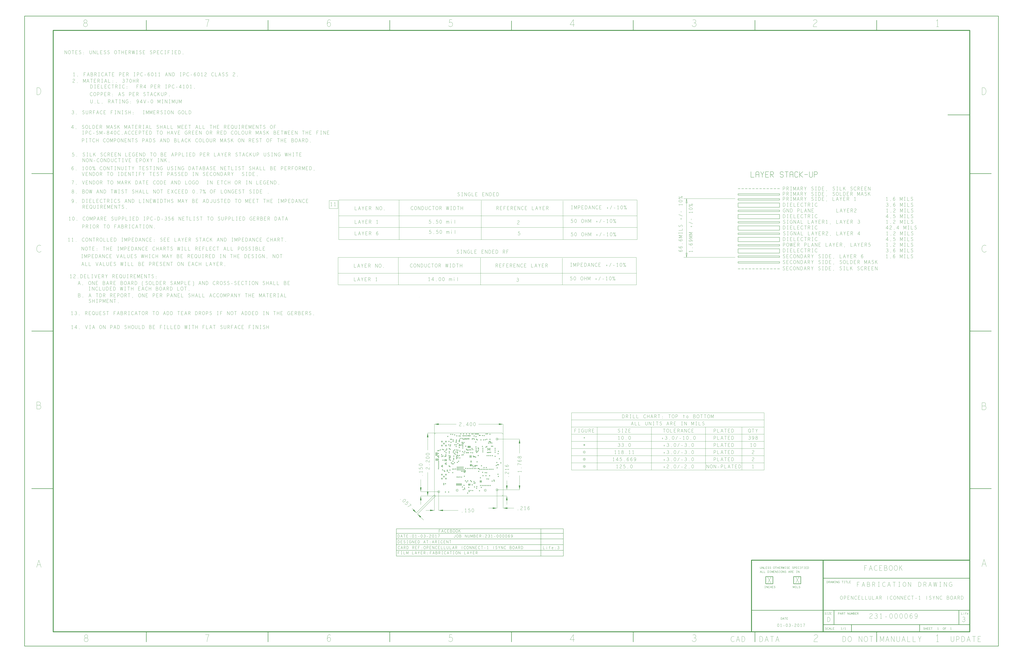
<source format=gbr>
G04 ================== begin FILE IDENTIFICATION RECORD ==================*
G04 Layout Name:  Fb_Connect1_SYNC_Life-3.brd*
G04 Film Name:    FAB.gbr*
G04 File Format:  Gerber RS274X*
G04 File Origin:  Cadence Allegro 16.6-2015-S065*
G04 Origin Date:  Tue Jan 03 17:02:02 2017*
G04 *
G04 Layer:  MANUFACTURING/PHOTOPLOT_OUTLINE*
G04 Layer:  MANUFACTURING/NCDRILL_LEGEND*
G04 Layer:  MANUFACTURING/NCDRILL_FIGURE*
G04 Layer:  MANUFACTURING/NCLEGEND-1-6*
G04 Layer:  DRAWING FORMAT/OUTLINE*
G04 Layer:  DRAWING FORMAT/TITLE_BLOCK*
G04 Layer:  DRAWING FORMAT/TITLE_DATA*
G04 Layer:  DRAWING FORMAT/REVISION_BLOCK*
G04 Layer:  DRAWING FORMAT/REVISION_DATA*
G04 Layer:  DRAWING FORMAT/FAB*
G04 Layer:  DRAWING FORMAT/FILM_LABEL_OUTLINE*
G04 Layer:  DRAWING FORMAT/FAB_TEXT*
G04 Layer:  BOARD GEOMETRY/OUTLINE*
G04 Layer:  BOARD GEOMETRY/PLATING_BAR*
G04 Layer:  BOARD GEOMETRY/ASSEMBLY_NOTES*
G04 Layer:  BOARD GEOMETRY/TOOLING_CORNERS*
G04 Layer:  BOARD GEOMETRY/DIMENSION*
G04 Layer:  BOARD GEOMETRY/ASSEMBLY_DETAIL*
G04 Layer:  BOARD GEOMETRY/FAB_NOTES_SHT2*
G04 Layer:  BOARD GEOMETRY/FAB_NOTES*
G04 *
G04 Offset:    (0.000 0.000)*
G04 Mirror:    No*
G04 Mode:      Positive*
G04 Rotation:  0*
G04 FullContactRelief:  No*
G04 UndefLineWidth:     6.000*
G04 ================== end FILE IDENTIFICATION RECORD ====================*
%FSLAX25Y25*MOIN*%
%IR0*IPPOS*OFA0.00000B0.00000*MIA0B0*SFA1.00000B1.00000*%
%AMMACRO10*
1,1,.006,.015,0.0*
20,1,.006,.015,0.0,.014772,-.002605,0.0*
1,1,.006,.014772,-.002605*
20,1,.006,.014772,-.002605,.014095,-.00513,0.0*
1,1,.006,.014095,-.00513*
20,1,.006,.014095,-.00513,.01299,-.0075,0.0*
1,1,.006,.01299,-.0075*
20,1,.006,.01299,-.0075,.011491,-.009642,0.0*
1,1,.006,.011491,-.009642*
20,1,.006,.011491,-.009642,.009642,-.011491,0.0*
1,1,.006,.009642,-.011491*
20,1,.006,.009642,-.011491,.0075,-.01299,0.0*
1,1,.006,.0075,-.01299*
20,1,.006,.0075,-.01299,.00513,-.014095,0.0*
1,1,.006,.00513,-.014095*
20,1,.006,.00513,-.014095,.002605,-.014772,0.0*
1,1,.006,.002605,-.014772*
20,1,.006,.002605,-.014772,0.0,-.015,0.0*
1,1,.006,0.0,-.015*
20,1,.006,0.0,-.015,-.002605,-.014772,0.0*
1,1,.006,-.002605,-.014772*
20,1,.006,-.002605,-.014772,-.00513,-.014095,0.0*
1,1,.006,-.00513,-.014095*
20,1,.006,-.00513,-.014095,-.0075,-.01299,0.0*
1,1,.006,-.0075,-.01299*
20,1,.006,-.0075,-.01299,-.009642,-.011491,0.0*
1,1,.006,-.009642,-.011491*
20,1,.006,-.009642,-.011491,-.011491,-.009642,0.0*
1,1,.006,-.011491,-.009642*
20,1,.006,-.011491,-.009642,-.01299,-.0075,0.0*
1,1,.006,-.01299,-.0075*
20,1,.006,-.01299,-.0075,-.014095,-.00513,0.0*
1,1,.006,-.014095,-.00513*
20,1,.006,-.014095,-.00513,-.014772,-.002605,0.0*
1,1,.006,-.014772,-.002605*
20,1,.006,-.014772,-.002605,-.015,0.0,0.0*
1,1,.006,-.015,0.0*
20,1,.006,-.015,0.0,-.014772,.002605,0.0*
1,1,.006,-.014772,.002605*
20,1,.006,-.014772,.002605,-.014095,.00513,0.0*
1,1,.006,-.014095,.00513*
20,1,.006,-.014095,.00513,-.01299,.0075,0.0*
1,1,.006,-.01299,.0075*
20,1,.006,-.01299,.0075,-.011491,.009642,0.0*
1,1,.006,-.011491,.009642*
20,1,.006,-.011491,.009642,-.009642,.011491,0.0*
1,1,.006,-.009642,.011491*
20,1,.006,-.009642,.011491,-.0075,.01299,0.0*
1,1,.006,-.0075,.01299*
20,1,.006,-.0075,.01299,-.00513,.014095,0.0*
1,1,.006,-.00513,.014095*
20,1,.006,-.00513,.014095,-.002605,.014772,0.0*
1,1,.006,-.002605,.014772*
20,1,.006,-.002605,.014772,0.0,.015,0.0*
1,1,.006,0.0,.015*
20,1,.006,0.0,.015,.002605,.014772,0.0*
1,1,.006,.002605,.014772*
20,1,.006,.002605,.014772,.00513,.014095,0.0*
1,1,.006,.00513,.014095*
20,1,.006,.00513,.014095,.0075,.01299,0.0*
1,1,.006,.0075,.01299*
20,1,.006,.0075,.01299,.009642,.011491,0.0*
1,1,.006,.009642,.011491*
20,1,.006,.009642,.011491,.011491,.009642,0.0*
1,1,.006,.011491,.009642*
20,1,.006,.011491,.009642,.01299,.0075,0.0*
1,1,.006,.01299,.0075*
20,1,.006,.01299,.0075,.014095,.00513,0.0*
1,1,.006,.014095,.00513*
20,1,.006,.014095,.00513,.014772,.002605,0.0*
1,1,.006,.014772,.002605*
20,1,.006,.014772,.002605,.015,0.0,0.0*
1,1,.006,.015,0.0*
1,1,.006,-.00625,-.0075*
20,1,.006,-.00625,-.0075,0.0,.0075,0.0*
1,1,.006,0.0,.0075*
20,1,.006,0.0,.0075,.00625,-.0075,0.0*
1,1,.006,.00625,-.0075*
1,1,.006,.004,-.00225*
20,1,.006,.004,-.00225,-.004,-.00225,0.0*
1,1,.006,-.004,-.00225*
%
%ADD10MACRO10*%
%AMMACRO12*
1,1,.006,.025,0.0*
20,1,.006,.025,0.0,.02462,-.004341,0.0*
1,1,.006,.02462,-.004341*
20,1,.006,.02462,-.004341,.023492,-.008551,0.0*
1,1,.006,.023492,-.008551*
20,1,.006,.023492,-.008551,.021651,-.0125,0.0*
1,1,.006,.021651,-.0125*
20,1,.006,.021651,-.0125,.019151,-.01607,0.0*
1,1,.006,.019151,-.01607*
20,1,.006,.019151,-.01607,.01607,-.019151,0.0*
1,1,.006,.01607,-.019151*
20,1,.006,.01607,-.019151,.0125,-.021651,0.0*
1,1,.006,.0125,-.021651*
20,1,.006,.0125,-.021651,.008551,-.023492,0.0*
1,1,.006,.008551,-.023492*
20,1,.006,.008551,-.023492,.004341,-.02462,0.0*
1,1,.006,.004341,-.02462*
20,1,.006,.004341,-.02462,0.0,-.025,0.0*
1,1,.006,0.0,-.025*
20,1,.006,0.0,-.025,-.004341,-.02462,0.0*
1,1,.006,-.004341,-.02462*
20,1,.006,-.004341,-.02462,-.008551,-.023492,0.0*
1,1,.006,-.008551,-.023492*
20,1,.006,-.008551,-.023492,-.0125,-.021651,0.0*
1,1,.006,-.0125,-.021651*
20,1,.006,-.0125,-.021651,-.01607,-.019151,0.0*
1,1,.006,-.01607,-.019151*
20,1,.006,-.01607,-.019151,-.019151,-.01607,0.0*
1,1,.006,-.019151,-.01607*
20,1,.006,-.019151,-.01607,-.021651,-.0125,0.0*
1,1,.006,-.021651,-.0125*
20,1,.006,-.021651,-.0125,-.023492,-.008551,0.0*
1,1,.006,-.023492,-.008551*
20,1,.006,-.023492,-.008551,-.02462,-.004341,0.0*
1,1,.006,-.02462,-.004341*
20,1,.006,-.02462,-.004341,-.025,0.0,0.0*
1,1,.006,-.025,0.0*
20,1,.006,-.025,0.0,-.02462,.004341,0.0*
1,1,.006,-.02462,.004341*
20,1,.006,-.02462,.004341,-.023492,.008551,0.0*
1,1,.006,-.023492,.008551*
20,1,.006,-.023492,.008551,-.021651,.0125,0.0*
1,1,.006,-.021651,.0125*
20,1,.006,-.021651,.0125,-.019151,.01607,0.0*
1,1,.006,-.019151,.01607*
20,1,.006,-.019151,.01607,-.01607,.019151,0.0*
1,1,.006,-.01607,.019151*
20,1,.006,-.01607,.019151,-.0125,.021651,0.0*
1,1,.006,-.0125,.021651*
20,1,.006,-.0125,.021651,-.008551,.023492,0.0*
1,1,.006,-.008551,.023492*
20,1,.006,-.008551,.023492,-.004341,.02462,0.0*
1,1,.006,-.004341,.02462*
20,1,.006,-.004341,.02462,0.0,.025,0.0*
1,1,.006,0.0,.025*
20,1,.006,0.0,.025,.004341,.02462,0.0*
1,1,.006,.004341,.02462*
20,1,.006,.004341,.02462,.008551,.023492,0.0*
1,1,.006,.008551,.023492*
20,1,.006,.008551,.023492,.0125,.021651,0.0*
1,1,.006,.0125,.021651*
20,1,.006,.0125,.021651,.01607,.019151,0.0*
1,1,.006,.01607,.019151*
20,1,.006,.01607,.019151,.019151,.01607,0.0*
1,1,.006,.019151,.01607*
20,1,.006,.019151,.01607,.021651,.0125,0.0*
1,1,.006,.021651,.0125*
20,1,.006,.021651,.0125,.023492,.008551,0.0*
1,1,.006,.023492,.008551*
20,1,.006,.023492,.008551,.02462,.004341,0.0*
1,1,.006,.02462,.004341*
20,1,.006,.02462,.004341,.025,0.0,0.0*
1,1,.006,.025,0.0*
1,1,.006,.003333,.000834*
20,1,.006,.003333,.000834,.005,.002083,0.0*
1,1,.006,.005,.002083*
20,1,.006,.005,.002083,.00625,.004166,0.0*
1,1,.006,.00625,.004166*
20,1,.006,.00625,.004166,.007084,.007084,0.0*
1,1,.006,.007084,.007084*
20,1,.006,.007084,.007084,.00625,.009583,0.0*
1,1,.006,.00625,.009583*
20,1,.006,.00625,.009583,.004583,.01125,0.0*
1,1,.006,.004583,.01125*
20,1,.006,.004583,.01125,.001667,.0125,0.0*
1,1,.006,.001667,.0125*
20,1,.006,.001667,.0125,-.009583,.0125,0.0*
1,1,.006,-.009583,.0125*
20,1,.006,-.009583,.0125,-.009583,-.0125,0.0*
1,1,.006,-.009583,-.0125*
20,1,.006,-.009583,-.0125,.004167,-.0125,0.0*
1,1,.006,.004167,-.0125*
20,1,.006,.004167,-.0125,.007084,-.010834,0.0*
1,1,.006,.007084,-.010834*
20,1,.006,.007084,-.010834,.00875,-.008333,0.0*
1,1,.006,.00875,-.008333*
20,1,.006,.00875,-.008333,.009583,-.005417,0.0*
1,1,.006,.009583,-.005417*
20,1,.006,.009583,-.005417,.00875,-.002501,0.0*
1,1,.006,.00875,-.002501*
20,1,.006,.00875,-.002501,.00625,0.0,0.0*
1,1,.006,.00625,0.0*
20,1,.006,.00625,0.0,.003333,.000834,0.0*
1,1,.006,.003333,.000834*
20,1,.006,.003333,.000834,-.009583,.000834,0.0*
1,1,.006,-.009583,.000834*
%
%ADD12MACRO12*%
%AMMACRO13*
1,1,.006,.04,0.0*
20,1,.006,.04,0.0,.039392,-.006946,0.0*
1,1,.006,.039392,-.006946*
20,1,.006,.039392,-.006946,.037588,-.013681,0.0*
1,1,.006,.037588,-.013681*
20,1,.006,.037588,-.013681,.034641,-.02,0.0*
1,1,.006,.034641,-.02*
20,1,.006,.034641,-.02,.030642,-.025712,0.0*
1,1,.006,.030642,-.025712*
20,1,.006,.030642,-.025712,.025712,-.030642,0.0*
1,1,.006,.025712,-.030642*
20,1,.006,.025712,-.030642,.02,-.034641,0.0*
1,1,.006,.02,-.034641*
20,1,.006,.02,-.034641,.013681,-.037588,0.0*
1,1,.006,.013681,-.037588*
20,1,.006,.013681,-.037588,.006946,-.039392,0.0*
1,1,.006,.006946,-.039392*
20,1,.006,.006946,-.039392,0.0,-.04,0.0*
1,1,.006,0.0,-.04*
20,1,.006,0.0,-.04,-.006946,-.039392,0.0*
1,1,.006,-.006946,-.039392*
20,1,.006,-.006946,-.039392,-.013681,-.037588,0.0*
1,1,.006,-.013681,-.037588*
20,1,.006,-.013681,-.037588,-.02,-.034641,0.0*
1,1,.006,-.02,-.034641*
20,1,.006,-.02,-.034641,-.025712,-.030642,0.0*
1,1,.006,-.025712,-.030642*
20,1,.006,-.025712,-.030642,-.030642,-.025712,0.0*
1,1,.006,-.030642,-.025712*
20,1,.006,-.030642,-.025712,-.034641,-.02,0.0*
1,1,.006,-.034641,-.02*
20,1,.006,-.034641,-.02,-.037588,-.013681,0.0*
1,1,.006,-.037588,-.013681*
20,1,.006,-.037588,-.013681,-.039392,-.006946,0.0*
1,1,.006,-.039392,-.006946*
20,1,.006,-.039392,-.006946,-.04,0.0,0.0*
1,1,.006,-.04,0.0*
20,1,.006,-.04,0.0,-.039392,.006946,0.0*
1,1,.006,-.039392,.006946*
20,1,.006,-.039392,.006946,-.037588,.013681,0.0*
1,1,.006,-.037588,.013681*
20,1,.006,-.037588,.013681,-.034641,.02,0.0*
1,1,.006,-.034641,.02*
20,1,.006,-.034641,.02,-.030642,.025712,0.0*
1,1,.006,-.030642,.025712*
20,1,.006,-.030642,.025712,-.025712,.030642,0.0*
1,1,.006,-.025712,.030642*
20,1,.006,-.025712,.030642,-.02,.034641,0.0*
1,1,.006,-.02,.034641*
20,1,.006,-.02,.034641,-.013681,.037588,0.0*
1,1,.006,-.013681,.037588*
20,1,.006,-.013681,.037588,-.006946,.039392,0.0*
1,1,.006,-.006946,.039392*
20,1,.006,-.006946,.039392,0.0,.04,0.0*
1,1,.006,0.0,.04*
20,1,.006,0.0,.04,.006946,.039392,0.0*
1,1,.006,.006946,.039392*
20,1,.006,.006946,.039392,.013681,.037588,0.0*
1,1,.006,.013681,.037588*
20,1,.006,.013681,.037588,.02,.034641,0.0*
1,1,.006,.02,.034641*
20,1,.006,.02,.034641,.025712,.030642,0.0*
1,1,.006,.025712,.030642*
20,1,.006,.025712,.030642,.030642,.025712,0.0*
1,1,.006,.030642,.025712*
20,1,.006,.030642,.025712,.034641,.02,0.0*
1,1,.006,.034641,.02*
20,1,.006,.034641,.02,.037588,.013681,0.0*
1,1,.006,.037588,.013681*
20,1,.006,.037588,.013681,.039392,.006946,0.0*
1,1,.006,.039392,.006946*
20,1,.006,.039392,.006946,.04,0.0,0.0*
1,1,.006,.04,0.0*
1,1,.006,.014667,.016666*
20,1,.006,.014667,.016666,.010666,.018667,0.0*
1,1,.006,.010666,.018667*
20,1,.006,.010666,.018667,.006001,.02,0.0*
1,1,.006,.006001,.02*
20,1,.006,.006001,.02,.000667,.02,0.0*
1,1,.006,.000667,.02*
20,1,.006,.000667,.02,-.005334,.017999,0.0*
1,1,.006,-.005334,.017999*
20,1,.006,-.005334,.017999,-.01,.014667,0.0*
1,1,.006,-.01,.014667*
20,1,.006,-.01,.014667,-.013334,.010666,0.0*
1,1,.006,-.013334,.010666*
20,1,.006,-.013334,.010666,-.016001,.004,0.0*
1,1,.006,-.016001,.004*
20,1,.006,-.016001,.004,-.016667,-.002,0.0*
1,1,.006,-.016667,-.002*
20,1,.006,-.016667,-.002,-.015333,-.008,0.0*
1,1,.006,-.015333,-.008*
20,1,.006,-.015333,-.008,-.013334,-.012,0.0*
1,1,.006,-.013334,-.012*
20,1,.006,-.013334,-.012,-.009333,-.016001,0.0*
1,1,.006,-.009333,-.016001*
20,1,.006,-.009333,-.016001,-.004666,-.018667,0.0*
1,1,.006,-.004666,-.018667*
20,1,.006,-.004666,-.018667,-.000001,-.02,0.0*
1,1,.006,-.000001,-.02*
20,1,.006,-.000001,-.02,.004666,-.02,0.0*
1,1,.006,.004666,-.02*
20,1,.006,.004666,-.02,.009333,-.018667,0.0*
1,1,.006,.009333,-.018667*
20,1,.006,.009333,-.018667,.013334,-.016667,0.0*
1,1,.006,.013334,-.016667*
20,1,.006,.013334,-.016667,.016667,-.014001,0.0*
1,1,.006,.016667,-.014001*
%
%ADD13MACRO13*%
%AMMACRO14*
1,1,.006,.04,0.0*
20,1,.006,.04,0.0,.039392,-.006946,0.0*
1,1,.006,.039392,-.006946*
20,1,.006,.039392,-.006946,.037588,-.013681,0.0*
1,1,.006,.037588,-.013681*
20,1,.006,.037588,-.013681,.034641,-.02,0.0*
1,1,.006,.034641,-.02*
20,1,.006,.034641,-.02,.030642,-.025712,0.0*
1,1,.006,.030642,-.025712*
20,1,.006,.030642,-.025712,.025712,-.030642,0.0*
1,1,.006,.025712,-.030642*
20,1,.006,.025712,-.030642,.02,-.034641,0.0*
1,1,.006,.02,-.034641*
20,1,.006,.02,-.034641,.013681,-.037588,0.0*
1,1,.006,.013681,-.037588*
20,1,.006,.013681,-.037588,.006946,-.039392,0.0*
1,1,.006,.006946,-.039392*
20,1,.006,.006946,-.039392,0.0,-.04,0.0*
1,1,.006,0.0,-.04*
20,1,.006,0.0,-.04,-.006946,-.039392,0.0*
1,1,.006,-.006946,-.039392*
20,1,.006,-.006946,-.039392,-.013681,-.037588,0.0*
1,1,.006,-.013681,-.037588*
20,1,.006,-.013681,-.037588,-.02,-.034641,0.0*
1,1,.006,-.02,-.034641*
20,1,.006,-.02,-.034641,-.025712,-.030642,0.0*
1,1,.006,-.025712,-.030642*
20,1,.006,-.025712,-.030642,-.030642,-.025712,0.0*
1,1,.006,-.030642,-.025712*
20,1,.006,-.030642,-.025712,-.034641,-.02,0.0*
1,1,.006,-.034641,-.02*
20,1,.006,-.034641,-.02,-.037588,-.013681,0.0*
1,1,.006,-.037588,-.013681*
20,1,.006,-.037588,-.013681,-.039392,-.006946,0.0*
1,1,.006,-.039392,-.006946*
20,1,.006,-.039392,-.006946,-.04,0.0,0.0*
1,1,.006,-.04,0.0*
20,1,.006,-.04,0.0,-.039392,.006946,0.0*
1,1,.006,-.039392,.006946*
20,1,.006,-.039392,.006946,-.037588,.013681,0.0*
1,1,.006,-.037588,.013681*
20,1,.006,-.037588,.013681,-.034641,.02,0.0*
1,1,.006,-.034641,.02*
20,1,.006,-.034641,.02,-.030642,.025712,0.0*
1,1,.006,-.030642,.025712*
20,1,.006,-.030642,.025712,-.025712,.030642,0.0*
1,1,.006,-.025712,.030642*
20,1,.006,-.025712,.030642,-.02,.034641,0.0*
1,1,.006,-.02,.034641*
20,1,.006,-.02,.034641,-.013681,.037588,0.0*
1,1,.006,-.013681,.037588*
20,1,.006,-.013681,.037588,-.006946,.039392,0.0*
1,1,.006,-.006946,.039392*
20,1,.006,-.006946,.039392,0.0,.04,0.0*
1,1,.006,0.0,.04*
20,1,.006,0.0,.04,.006946,.039392,0.0*
1,1,.006,.006946,.039392*
20,1,.006,.006946,.039392,.013681,.037588,0.0*
1,1,.006,.013681,.037588*
20,1,.006,.013681,.037588,.02,.034641,0.0*
1,1,.006,.02,.034641*
20,1,.006,.02,.034641,.025712,.030642,0.0*
1,1,.006,.025712,.030642*
20,1,.006,.025712,.030642,.030642,.025712,0.0*
1,1,.006,.030642,.025712*
20,1,.006,.030642,.025712,.034641,.02,0.0*
1,1,.006,.034641,.02*
20,1,.006,.034641,.02,.037588,.013681,0.0*
1,1,.006,.037588,.013681*
20,1,.006,.037588,.013681,.039392,.006946,0.0*
1,1,.006,.039392,.006946*
20,1,.006,.039392,.006946,.04,0.0,0.0*
1,1,.006,.04,0.0*
1,1,.006,-.014667,-.02*
20,1,.006,-.014667,-.02,-.014667,.02,0.0*
1,1,.006,-.014667,.02*
20,1,.006,-.014667,.02,-.001334,.02,0.0*
1,1,.006,-.001334,.02*
20,1,.006,-.001334,.02,.004,.017999,0.0*
1,1,.006,.004,.017999*
20,1,.006,.004,.017999,.008,.015333,0.0*
1,1,.006,.008,.015333*
20,1,.006,.008,.015333,.011334,.011334,0.0*
1,1,.006,.011334,.011334*
20,1,.006,.011334,.011334,.014,.006666,0.0*
1,1,.006,.014,.006666*
20,1,.006,.014,.006666,.014667,-.000001,0.0*
1,1,.006,.014667,-.000001*
20,1,.006,.014667,-.000001,.014,-.006667,0.0*
1,1,.006,.014,-.006667*
20,1,.006,.014,-.006667,.011334,-.011334,0.0*
1,1,.006,.011334,-.011334*
20,1,.006,.011334,-.011334,.008,-.015334,0.0*
1,1,.006,.008,-.015334*
20,1,.006,.008,-.015334,.004,-.018,0.0*
1,1,.006,.004,-.018*
20,1,.006,.004,-.018,-.001334,-.02,0.0*
1,1,.006,-.001334,-.02*
20,1,.006,-.001334,-.02,-.014667,-.02,0.0*
1,1,.006,-.014667,-.02*
%
%ADD14MACRO14*%
%AMMACRO11*
1,1,.006,.04,0.0*
20,1,.006,.04,0.0,.039392,-.006946,0.0*
1,1,.006,.039392,-.006946*
20,1,.006,.039392,-.006946,.037588,-.013681,0.0*
1,1,.006,.037588,-.013681*
20,1,.006,.037588,-.013681,.034641,-.02,0.0*
1,1,.006,.034641,-.02*
20,1,.006,.034641,-.02,.030642,-.025712,0.0*
1,1,.006,.030642,-.025712*
20,1,.006,.030642,-.025712,.025712,-.030642,0.0*
1,1,.006,.025712,-.030642*
20,1,.006,.025712,-.030642,.02,-.034641,0.0*
1,1,.006,.02,-.034641*
20,1,.006,.02,-.034641,.013681,-.037588,0.0*
1,1,.006,.013681,-.037588*
20,1,.006,.013681,-.037588,.006946,-.039392,0.0*
1,1,.006,.006946,-.039392*
20,1,.006,.006946,-.039392,0.0,-.04,0.0*
1,1,.006,0.0,-.04*
20,1,.006,0.0,-.04,-.006946,-.039392,0.0*
1,1,.006,-.006946,-.039392*
20,1,.006,-.006946,-.039392,-.013681,-.037588,0.0*
1,1,.006,-.013681,-.037588*
20,1,.006,-.013681,-.037588,-.02,-.034641,0.0*
1,1,.006,-.02,-.034641*
20,1,.006,-.02,-.034641,-.025712,-.030642,0.0*
1,1,.006,-.025712,-.030642*
20,1,.006,-.025712,-.030642,-.030642,-.025712,0.0*
1,1,.006,-.030642,-.025712*
20,1,.006,-.030642,-.025712,-.034641,-.02,0.0*
1,1,.006,-.034641,-.02*
20,1,.006,-.034641,-.02,-.037588,-.013681,0.0*
1,1,.006,-.037588,-.013681*
20,1,.006,-.037588,-.013681,-.039392,-.006946,0.0*
1,1,.006,-.039392,-.006946*
20,1,.006,-.039392,-.006946,-.04,0.0,0.0*
1,1,.006,-.04,0.0*
20,1,.006,-.04,0.0,-.039392,.006946,0.0*
1,1,.006,-.039392,.006946*
20,1,.006,-.039392,.006946,-.037588,.013681,0.0*
1,1,.006,-.037588,.013681*
20,1,.006,-.037588,.013681,-.034641,.02,0.0*
1,1,.006,-.034641,.02*
20,1,.006,-.034641,.02,-.030642,.025712,0.0*
1,1,.006,-.030642,.025712*
20,1,.006,-.030642,.025712,-.025712,.030642,0.0*
1,1,.006,-.025712,.030642*
20,1,.006,-.025712,.030642,-.02,.034641,0.0*
1,1,.006,-.02,.034641*
20,1,.006,-.02,.034641,-.013681,.037588,0.0*
1,1,.006,-.013681,.037588*
20,1,.006,-.013681,.037588,-.006946,.039392,0.0*
1,1,.006,-.006946,.039392*
20,1,.006,-.006946,.039392,0.0,.04,0.0*
1,1,.006,0.0,.04*
20,1,.006,0.0,.04,.006946,.039392,0.0*
1,1,.006,.006946,.039392*
20,1,.006,.006946,.039392,.013681,.037588,0.0*
1,1,.006,.013681,.037588*
20,1,.006,.013681,.037588,.02,.034641,0.0*
1,1,.006,.02,.034641*
20,1,.006,.02,.034641,.025712,.030642,0.0*
1,1,.006,.025712,.030642*
20,1,.006,.025712,.030642,.030642,.025712,0.0*
1,1,.006,.030642,.025712*
20,1,.006,.030642,.025712,.034641,.02,0.0*
1,1,.006,.034641,.02*
20,1,.006,.034641,.02,.037588,.013681,0.0*
1,1,.006,.037588,.013681*
20,1,.006,.037588,.013681,.039392,.006946,0.0*
1,1,.006,.039392,.006946*
20,1,.006,.039392,.006946,.04,0.0,0.0*
1,1,.006,.04,0.0*
1,1,.006,.004,-.000001*
20,1,.006,.004,-.000001,.017334,-.000001,0.0*
1,1,.006,.017334,-.000001*
20,1,.006,.017334,-.000001,.017334,-.012,0.0*
1,1,.006,.017334,-.012*
20,1,.006,.017334,-.012,.013334,-.016001,0.0*
1,1,.006,.013334,-.016001*
20,1,.006,.013334,-.016001,.008667,-.018667,0.0*
1,1,.006,.008667,-.018667*
20,1,.006,.008667,-.018667,.002,-.02,0.0*
1,1,.006,.002,-.02*
20,1,.006,.002,-.02,-.004666,-.018667,0.0*
1,1,.006,-.004666,-.018667*
20,1,.006,-.004666,-.018667,-.009333,-.016001,0.0*
1,1,.006,-.009333,-.016001*
20,1,.006,-.009333,-.016001,-.013334,-.012,0.0*
1,1,.006,-.013334,-.012*
20,1,.006,-.013334,-.012,-.016001,-.007334,0.0*
1,1,.006,-.016001,-.007334*
20,1,.006,-.016001,-.007334,-.017334,-.002,0.0*
1,1,.006,-.017334,-.002*
20,1,.006,-.017334,-.002,-.017334,.002667,0.0*
1,1,.006,-.017334,.002667*
20,1,.006,-.017334,.002667,-.016001,.006666,0.0*
1,1,.006,-.016001,.006666*
20,1,.006,-.016001,.006666,-.013334,.011334,0.0*
1,1,.006,-.013334,.011334*
20,1,.006,-.013334,.011334,-.009333,.015333,0.0*
1,1,.006,-.009333,.015333*
20,1,.006,-.009333,.015333,-.005334,.017999,0.0*
1,1,.006,-.005334,.017999*
20,1,.006,-.005334,.017999,-.000001,.02,0.0*
1,1,.006,-.000001,.02*
20,1,.006,-.000001,.02,.004666,.02,0.0*
1,1,.006,.004666,.02*
20,1,.006,.004666,.02,.01,.018667,0.0*
1,1,.006,.01,.018667*
20,1,.006,.01,.018667,.014,.016,0.0*
1,1,.006,.014,.016*
%
%ADD11MACRO11*%
%ADD15C,.006*%
%ADD16C,.01*%
%ADD17C,.03*%
%ADD18C,.015*%
G75*
%LPD*%
G75*
G36*
G01X-75374Y-50161D02*
X-63000Y-59000D01*
X-71839Y-46626D01*
X-75374Y-50161D01*
G37*
G36*
G01X-46626Y-71839D02*
X-59000Y-63000D01*
X-50161Y-75374D01*
X-46626Y-71839D01*
G37*
G36*
G01X-45200Y-15000D02*
X-47700Y0D01*
X-50200Y-15000D01*
X-45200D01*
G37*
G36*
G01X-50200Y30000D02*
X-47700Y15000D01*
X-45200Y30000D01*
X-50200D01*
G37*
G36*
G01X-15000Y-52800D02*
X0Y-50300D01*
X-15000Y-47800D01*
Y-52800D01*
G37*
G36*
G01X-26000Y15000D02*
X-23500Y0D01*
X-21000Y15000D01*
X-26000D01*
G37*
G36*
G01X-21000Y205000D02*
X-23500Y220000D01*
X-26000Y205000D01*
X-21000D01*
G37*
G36*
G01X15000Y253100D02*
X0Y250600D01*
X15000Y248100D01*
Y253100D01*
G37*
G36*
G01X30000Y-47800D02*
X15000Y-50300D01*
X30000Y-52800D01*
Y-47800D01*
G37*
G36*
G01X203400Y-45000D02*
X218400Y-42500D01*
X203400Y-40000D01*
Y-45000D01*
G37*
G36*
G01X225000Y248100D02*
X240000Y250600D01*
X225000Y253100D01*
Y248100D01*
G37*
G36*
G01X255000Y-40000D02*
X240000Y-42500D01*
X255000Y-45000D01*
Y-40000D01*
G37*
G36*
G01X255300Y-15000D02*
X252800Y0D01*
X250300Y-15000D01*
X255300D01*
G37*
G36*
G01X250300Y36600D02*
X252800Y21600D01*
X255300Y36600D01*
X250300D01*
G37*
G36*
G01X294600D02*
X297100Y21600D01*
X299600Y36600D01*
X294600D01*
G37*
G36*
G01X299600Y183400D02*
X297100Y198400D01*
X294600Y183400D01*
X299600D01*
G37*
G54D10*
X5400Y124800D03*
Y128800D03*
X5200Y150100D03*
Y146100D03*
Y142100D03*
X14537Y99900D03*
X14300Y95132D03*
X14537Y104900D03*
Y109900D03*
Y114900D03*
X24900Y104300D03*
X14537Y119900D03*
X13400Y124800D03*
X9400D03*
Y128800D03*
X13400D03*
X14537Y134900D03*
Y139900D03*
X11368Y137868D03*
X13500Y148600D03*
X9200Y150100D03*
Y146100D03*
Y142100D03*
X11868Y157932D03*
X15500Y158500D03*
X20500Y161000D03*
X38527Y13808D03*
X38500Y42900D03*
X32600Y43600D03*
Y39600D03*
X28047Y91100D03*
X36000Y85532D03*
X33768Y88500D03*
X40968Y110300D03*
Y115300D03*
X37968Y112800D03*
X27800Y106700D03*
X27900Y102200D03*
X29800Y125200D03*
X41200Y123200D03*
X36600Y123600D03*
X41300Y126700D03*
X36900Y126800D03*
X26000Y138000D03*
X37000D03*
X29500Y139500D03*
X40000D03*
X25300Y143950D03*
X39887Y143900D03*
X40500Y150900D03*
X32000Y161500D03*
X40500Y160000D03*
X36217Y155402D03*
X27724Y162500D03*
X49527Y13803D03*
X50269Y82100D03*
X44800Y86412D03*
X44768Y90300D03*
X54100Y90700D03*
X51140Y104870D03*
X53700Y102500D03*
X51700Y131450D03*
X55737Y125316D03*
X52050Y126450D03*
X51900Y150300D03*
X51050Y141450D03*
X51750Y136450D03*
X55400Y138950D03*
X54950Y133950D03*
X42717Y163783D03*
X54824Y162861D03*
X51900Y155300D03*
X51770Y165630D03*
X50250Y178660D03*
X56220Y178560D03*
X54824Y174476D03*
X57800Y187230D03*
X50501Y190500D03*
X56300Y198000D03*
X46500Y207800D03*
X57224Y215224D03*
X63700Y81500D03*
X73700Y94100D03*
X68300Y93800D03*
X63400Y93950D03*
X65900Y112300D03*
X69800Y116200D03*
X59300Y115753D03*
X62005Y112125D03*
X67100Y131600D03*
Y127600D03*
X64400Y121600D03*
X69300Y148800D03*
X72605Y145850D03*
X67650Y139350D03*
X70800Y160800D03*
X66000Y153100D03*
X74700Y153700D03*
X67200Y157800D03*
X75700Y172800D03*
X70860Y178810D03*
X75705Y178905D03*
X65038Y190500D03*
X75370Y187320D03*
X60300Y197900D03*
X65600Y195600D03*
X70500Y213600D03*
X63550Y215000D03*
X89377Y42090D03*
X85377D03*
X81377D03*
X77377D03*
X89377Y38090D03*
X85377D03*
X81377D03*
X77377D03*
X88877Y66064D03*
X83677Y65990D03*
X78877Y66090D03*
X79977Y95890D03*
X84477Y91190D03*
X79977D03*
X89477D03*
Y96190D03*
X84477Y95890D03*
X79977Y100590D03*
X89477Y100890D03*
X84477Y100590D03*
X81700Y133400D03*
X88500Y133000D03*
X84200Y121200D03*
X80000Y117200D03*
X77300Y130400D03*
X81700Y140000D03*
X86700Y141100D03*
X80136Y150100D03*
X79068Y143000D03*
X77300Y138400D03*
Y134400D03*
X81700Y159800D03*
X80105Y153850D03*
X89000Y156800D03*
X77144Y160456D03*
X81739Y182858D03*
X86600Y175900D03*
X86950Y169550D03*
X87800Y179500D03*
X90500Y177300D03*
X90300Y201100D03*
X76320Y191050D03*
X86500Y193000D03*
X77000Y195600D03*
X86515Y189985D03*
X87700Y196300D03*
X92000Y216600D03*
X86000Y209400D03*
X90200Y209700D03*
X78069Y209900D03*
X100677Y22321D03*
X104868Y27900D03*
X97600Y31700D03*
X105434Y23965D03*
X103268Y37183D03*
X93377Y42090D03*
Y38090D03*
X94468Y66000D03*
X108177Y52743D03*
X104577Y69037D03*
X104300Y82500D03*
X94377Y86190D03*
X107500Y88700D03*
X104177Y86190D03*
X99477Y91190D03*
X94477D03*
X104177D03*
X99477Y96190D03*
X94477D03*
X99577Y86190D03*
X107400Y84700D03*
X108418Y96182D03*
X94477Y100890D03*
X99477D03*
X100518Y143999D03*
X103382Y150462D03*
X96235Y143235D03*
X98600Y154850D03*
X105800Y155820D03*
X98700Y173350D03*
X95200Y178100D03*
X109300Y174000D03*
X98700Y167700D03*
X97000Y184200D03*
X98700Y178200D03*
X100500Y183050D03*
X107200Y199900D03*
X96210Y201180D03*
X100100Y198700D03*
X104031Y198500D03*
X97000Y187600D03*
X103300Y186900D03*
X102000Y216600D03*
X108300Y210200D03*
X103500Y210100D03*
X99487Y210187D03*
X115679Y10340D03*
X121177Y15390D03*
X119877Y30258D03*
X121177Y19321D03*
X123900Y41300D03*
X119500Y38200D03*
X123600Y38300D03*
X119500Y41200D03*
X112588Y48899D03*
X116076Y52857D03*
X126415Y53390D03*
X114831Y95792D03*
X120831Y95818D03*
X125500Y106000D03*
X125600Y109000D03*
X124200Y135800D03*
Y139800D03*
X119250Y151200D03*
X115250D03*
X111250D03*
X122600Y161200D03*
X117800Y160500D03*
X111700Y163100D03*
X114200Y160700D03*
X121000Y169800D03*
X117500Y173300D03*
X124500D03*
X117500Y169800D03*
X124500D03*
X121000Y173300D03*
X113500Y199500D03*
X120631D03*
X117100Y199400D03*
X110300Y198900D03*
X122000Y216600D03*
X112000D03*
X112900Y210100D03*
X121000Y210200D03*
X124500D03*
X117500Y210400D03*
X127177Y19321D03*
X139911Y31624D03*
X133377Y18990D03*
X141779Y45684D03*
X138054Y44929D03*
X131777Y38790D03*
X129327Y50290D03*
X138027Y50643D03*
X126868Y95792D03*
X132468D03*
X138831Y95818D03*
X128900Y106000D03*
Y109100D03*
X133550Y106750D03*
X135200Y102300D03*
X141500Y102600D03*
X141300Y106200D03*
X127831Y118700D03*
X128000Y122000D03*
X128200Y135800D03*
Y139800D03*
X137525Y136400D03*
X140600Y137700D03*
X136000Y139300D03*
X127100Y151400D03*
X133200Y150900D03*
X127200Y161200D03*
X131100Y166000D03*
X134000Y161800D03*
X135100Y200060D03*
X139600Y198700D03*
X131950Y198900D03*
X131000Y216600D03*
X138500Y209600D03*
X141746Y216700D03*
X135165D03*
X147045Y27190D03*
X157158Y18090D03*
X147930Y33000D03*
X159768Y49000D03*
X159700Y52700D03*
X144668Y95792D03*
X152131D03*
X155600Y95700D03*
X158931Y92500D03*
X154532Y85732D03*
X148668Y106300D03*
X144668D03*
X148900Y119100D03*
X152931Y141288D03*
X143700Y135700D03*
X145481Y159950D03*
X145600Y155600D03*
X150200Y155300D03*
X145481Y165600D03*
X154000Y164000D03*
X152738Y167462D03*
X147631Y151931D03*
X153100Y158200D03*
X145000Y171300D03*
X147300Y198300D03*
X149062Y195738D03*
X144200Y188100D03*
X145720Y216700D03*
X149505Y216600D03*
X153305Y216700D03*
X156500Y211400D03*
X159600D03*
X145200Y207068D03*
X163600Y29900D03*
X160968Y36700D03*
X172468D03*
X166968D03*
X163668Y49000D03*
X160668Y63400D03*
X163600Y52700D03*
X168100Y82450D03*
X177130Y81600D03*
X169453Y70947D03*
X173300Y99124D03*
X175531Y93000D03*
X164431D03*
X170031Y93300D03*
X164031Y105506D03*
X168957Y154247D03*
Y160247D03*
Y166153D03*
X167600Y172900D03*
X171768Y195738D03*
X162336D03*
X167397Y211100D03*
X173531Y210750D03*
X183468Y36700D03*
X188968D03*
X177968D03*
X188700Y59300D03*
X183500Y59500D03*
X192484Y71016D03*
X182248Y81052D03*
X179689Y70911D03*
X186531Y93000D03*
X181031D03*
X192731Y93300D03*
X180978Y99222D03*
X189468Y140988D03*
X183968D03*
X193668Y165800D03*
X186668D03*
X190268Y163200D03*
X193668Y160800D03*
X186668D03*
X188600Y151900D03*
X192200Y152100D03*
X184900Y151900D03*
X182831Y173000D03*
X188968Y184400D03*
X180000Y170612D03*
X193713Y197813D03*
X182887D03*
X190900Y189200D03*
X193850Y190750D03*
X177831Y196631D03*
X193713Y215587D03*
X184700Y216800D03*
X180200Y216700D03*
X194468Y36700D03*
X208400Y52000D03*
X207825Y55675D03*
X201370Y51970D03*
X204280Y93162D03*
X198331Y93300D03*
X201800Y140900D03*
X195190Y140988D03*
X196300Y152400D03*
X203100Y173600D03*
X199100D03*
X200190Y185012D03*
X194468Y184832D03*
X196100Y188000D03*
X222000Y76000D03*
X223331Y68331D03*
X219000Y98300D03*
X215789Y106211D03*
X217772Y116800D03*
X223412Y109100D03*
X219912D03*
X226742Y129958D03*
X211869Y138532D03*
X222200Y147900D03*
X211980Y166153D03*
X212000Y153200D03*
X223080Y155890D03*
X211980Y160247D03*
X231811Y115689D03*
X523319Y203100D03*
G54D11*
X15000Y15000D03*
X523319Y103100D03*
G54D12*
X26061Y60535D03*
Y74550D03*
Y175850D03*
Y189865D03*
X40076Y60535D03*
X33068Y67542D03*
X40076Y74550D03*
Y175850D03*
X33068Y182858D03*
X40076Y189865D03*
X523319Y178100D03*
G54D13*
X79218Y19728D03*
X177643D03*
X523319Y153100D03*
G54D14*
X218400Y21600D03*
Y198400D03*
X523319Y128100D03*
G54D15*
G01X704859Y832861D02*
X-336641D01*
Y737868D01*
X-336582Y741918D01*
G01X-335719Y737100D02*
X705381D01*
G01X-336317Y777569D02*
X704983D01*
G01X707459Y1033461D02*
X-334041D01*
X-334032Y895100D01*
G01D02*
X707803Y895051D01*
G01X-333119Y937700D02*
X707981D01*
G01X-333717Y978169D02*
X707583D01*
G01X-126146Y832902D02*
X-125932Y737100D01*
G01X-123546Y1033502D02*
X-123251Y894958D01*
X-123251Y894672D01*
G01X-53294Y694530D02*
X-53235Y694471D01*
G01X-50694Y895130D02*
X-50635Y895071D01*
G01X160854Y831402D02*
X161149Y736962D01*
X161208Y737100D01*
G01X163454Y1032002D02*
X163668Y895000D01*
G01X446353Y830401D02*
X446669Y737200D01*
X446708Y737300D01*
G01X448953Y1031001D02*
X449169Y895100D01*
G01X704973Y832538D02*
X705269Y737100D01*
X705328Y737337D01*
G01X707573Y1033138D02*
X707868Y895100D01*
G01X1136968Y-268200D02*
X1139468Y-261200D01*
X1141969Y-268200D01*
G01X1141068Y-265750D02*
X1137868D01*
G01X1144068Y-261200D02*
Y-268200D01*
X1148068D01*
G01X1150668Y-261200D02*
Y-268200D01*
X1154668D01*
G01X1163668D02*
Y-261200D01*
X1165668D01*
X1166468Y-261550D01*
X1167068Y-262017D01*
X1167569Y-262717D01*
X1167968Y-263534D01*
X1168068Y-264700D01*
X1167968Y-265867D01*
X1167569Y-266683D01*
X1167068Y-267384D01*
X1166468Y-267850D01*
X1165668Y-268200D01*
X1163668D01*
G01X1171268Y-261200D02*
X1173668D01*
G01X1172468D02*
Y-268200D01*
G01X1171268D02*
X1173668D01*
G01X1176468D02*
Y-261200D01*
X1179068Y-267033D01*
X1181669Y-261200D01*
Y-268200D01*
G01X1187668D02*
X1183668D01*
Y-261200D01*
X1187668D01*
G01X1186068Y-264583D02*
X1183668D01*
G01X1189968Y-268200D02*
Y-261200D01*
X1194568Y-268200D01*
Y-261200D01*
G01X1196768Y-267267D02*
X1197568Y-267850D01*
X1198468Y-268200D01*
X1199268D01*
X1200068Y-267850D01*
X1200669Y-267267D01*
X1200968Y-266450D01*
X1200769Y-265634D01*
X1200268Y-264933D01*
X1199368Y-264467D01*
X1198169Y-264233D01*
X1197468Y-263767D01*
X1197168Y-262950D01*
X1197368Y-262133D01*
X1197868Y-261550D01*
X1198568Y-261200D01*
X1199268D01*
X1199968Y-261433D01*
X1200569Y-262017D01*
G01X1204268Y-261200D02*
X1206668D01*
G01X1205468D02*
Y-268200D01*
G01X1204268D02*
X1206668D01*
G01X1212068D02*
X1211268Y-268083D01*
X1210568Y-267617D01*
X1209968Y-266917D01*
X1209568Y-266100D01*
X1209368Y-265167D01*
Y-264233D01*
X1209568Y-263300D01*
X1209968Y-262483D01*
X1210568Y-261783D01*
X1211268Y-261317D01*
X1212068Y-261200D01*
X1212868Y-261317D01*
X1213568Y-261783D01*
X1214168Y-262483D01*
X1214569Y-263300D01*
X1214769Y-264233D01*
Y-265167D01*
X1214569Y-266100D01*
X1214168Y-266917D01*
X1213568Y-267617D01*
X1212868Y-268083D01*
X1212068Y-268200D01*
G01X1216368D02*
Y-261200D01*
X1220968Y-268200D01*
Y-261200D01*
G01X1223168Y-267267D02*
X1223968Y-267850D01*
X1224868Y-268200D01*
X1225668D01*
X1226468Y-267850D01*
X1227069Y-267267D01*
X1227368Y-266450D01*
X1227169Y-265634D01*
X1226668Y-264933D01*
X1225768Y-264467D01*
X1224569Y-264233D01*
X1223868Y-263767D01*
X1223568Y-262950D01*
X1223768Y-262133D01*
X1224268Y-261550D01*
X1224968Y-261200D01*
X1225668D01*
X1226368Y-261433D01*
X1226969Y-262017D01*
G01X1235968Y-268200D02*
X1238468Y-261200D01*
X1240969Y-268200D01*
G01X1240068Y-265750D02*
X1236868D01*
G01X1243068Y-268200D02*
Y-261200D01*
X1245568D01*
X1246368Y-261550D01*
X1246869Y-262017D01*
X1247068Y-262950D01*
X1246869Y-263883D01*
X1246268Y-264467D01*
X1245568Y-264817D01*
X1243068D01*
G01X1245568D02*
X1247068Y-268200D01*
G01X1253668D02*
X1249668D01*
Y-261200D01*
X1253668D01*
G01X1252068Y-264583D02*
X1249668D01*
G01X1263668Y-261200D02*
X1266068D01*
G01X1264868D02*
Y-268200D01*
G01X1263668D02*
X1266068D01*
G01X1269168D02*
Y-261200D01*
X1273768Y-268200D01*
Y-261200D01*
G01X1137268Y-247000D02*
Y-252017D01*
X1137668Y-253067D01*
X1138468Y-253767D01*
X1139468Y-254000D01*
X1140469Y-253767D01*
X1141269Y-253067D01*
X1141668Y-252017D01*
Y-247000D01*
G01X1143768Y-254000D02*
Y-247000D01*
X1148368Y-254000D01*
Y-247000D01*
G01X1150668D02*
Y-254000D01*
X1154668D01*
G01X1161268D02*
X1157268D01*
Y-247000D01*
X1161268D01*
G01X1159668Y-250383D02*
X1157268D01*
G01X1163768Y-253067D02*
X1164568Y-253650D01*
X1165468Y-254000D01*
X1166268D01*
X1167068Y-253650D01*
X1167669Y-253067D01*
X1167968Y-252250D01*
X1167769Y-251434D01*
X1167268Y-250733D01*
X1166368Y-250267D01*
X1165169Y-250033D01*
X1164468Y-249567D01*
X1164168Y-248750D01*
X1164368Y-247933D01*
X1164868Y-247350D01*
X1165568Y-247000D01*
X1166268D01*
X1166968Y-247233D01*
X1167569Y-247817D01*
G01X1170368Y-253067D02*
X1171168Y-253650D01*
X1172068Y-254000D01*
X1172868D01*
X1173668Y-253650D01*
X1174269Y-253067D01*
X1174568Y-252250D01*
X1174369Y-251434D01*
X1173868Y-250733D01*
X1172968Y-250267D01*
X1171769Y-250033D01*
X1171068Y-249567D01*
X1170768Y-248750D01*
X1170968Y-247933D01*
X1171468Y-247350D01*
X1172168Y-247000D01*
X1172868D01*
X1173568Y-247233D01*
X1174169Y-247817D01*
G01X1185668Y-254000D02*
X1184868Y-253883D01*
X1184168Y-253417D01*
X1183568Y-252717D01*
X1183168Y-251900D01*
X1182968Y-250967D01*
Y-250033D01*
X1183168Y-249100D01*
X1183568Y-248283D01*
X1184168Y-247583D01*
X1184868Y-247117D01*
X1185668Y-247000D01*
X1186468Y-247117D01*
X1187168Y-247583D01*
X1187768Y-248283D01*
X1188169Y-249100D01*
X1188369Y-250033D01*
Y-250967D01*
X1188169Y-251900D01*
X1187768Y-252717D01*
X1187168Y-253417D01*
X1186468Y-253883D01*
X1185668Y-254000D01*
G01X1192268Y-247000D02*
Y-254000D01*
G01X1189968Y-247000D02*
X1194568D01*
G01X1196768Y-254000D02*
Y-247000D01*
G01X1200968D02*
Y-254000D01*
G01Y-250500D02*
X1196768D01*
G01X1207468Y-254000D02*
X1203468D01*
Y-247000D01*
X1207468D01*
G01X1205868Y-250383D02*
X1203468D01*
G01X1210068Y-254000D02*
Y-247000D01*
X1212568D01*
X1213368Y-247350D01*
X1213869Y-247817D01*
X1214068Y-248750D01*
X1213869Y-249683D01*
X1213268Y-250267D01*
X1212568Y-250617D01*
X1210068D01*
G01X1212568D02*
X1214068Y-254000D01*
G01X1215668Y-247000D02*
X1217068Y-254000D01*
X1218668Y-247000D01*
X1220268Y-254000D01*
X1221668Y-247000D01*
G01X1224068D02*
X1226468D01*
G01X1225268D02*
Y-254000D01*
G01X1224068D02*
X1226468D01*
G01X1229768Y-253067D02*
X1230568Y-253650D01*
X1231468Y-254000D01*
X1232268D01*
X1233068Y-253650D01*
X1233669Y-253067D01*
X1233968Y-252250D01*
X1233769Y-251434D01*
X1233268Y-250733D01*
X1232368Y-250267D01*
X1231169Y-250033D01*
X1230468Y-249567D01*
X1230168Y-248750D01*
X1230368Y-247933D01*
X1230868Y-247350D01*
X1231568Y-247000D01*
X1232268D01*
X1232968Y-247233D01*
X1233569Y-247817D01*
G01X1240468Y-254000D02*
X1236468D01*
Y-247000D01*
X1240468D01*
G01X1238868Y-250383D02*
X1236468D01*
G01X1249568Y-253067D02*
X1250368Y-253650D01*
X1251268Y-254000D01*
X1252068D01*
X1252868Y-253650D01*
X1253469Y-253067D01*
X1253768Y-252250D01*
X1253569Y-251434D01*
X1253068Y-250733D01*
X1252168Y-250267D01*
X1250969Y-250033D01*
X1250268Y-249567D01*
X1249968Y-248750D01*
X1250168Y-247933D01*
X1250668Y-247350D01*
X1251368Y-247000D01*
X1252068D01*
X1252768Y-247233D01*
X1253369Y-247817D01*
G01X1256268Y-254000D02*
Y-247000D01*
X1258668D01*
X1259468Y-247350D01*
X1260069Y-248167D01*
X1260268Y-249100D01*
X1260069Y-250033D01*
X1259568Y-250733D01*
X1258668Y-251084D01*
X1256268D01*
G01X1266868Y-254000D02*
X1262868D01*
Y-247000D01*
X1266868D01*
G01X1265268Y-250383D02*
X1262868D01*
G01X1273668Y-247583D02*
X1273068Y-247233D01*
X1272369Y-247000D01*
X1271569D01*
X1270668Y-247350D01*
X1269968Y-247933D01*
X1269468Y-248633D01*
X1269068Y-249800D01*
X1268968Y-250850D01*
X1269168Y-251900D01*
X1269468Y-252600D01*
X1270068Y-253300D01*
X1270769Y-253767D01*
X1271468Y-254000D01*
X1272168D01*
X1272868Y-253767D01*
X1273468Y-253417D01*
X1273969Y-252950D01*
G01X1276868Y-247000D02*
X1279268D01*
G01X1278068D02*
Y-254000D01*
G01X1276868D02*
X1279268D01*
G01X1282768D02*
Y-247000D01*
X1286569D01*
G01X1285168Y-250383D02*
X1282768D01*
G01X1290068Y-247000D02*
X1292468D01*
G01X1291268D02*
Y-254000D01*
G01X1290068D02*
X1292468D01*
G01X1299868D02*
X1295868D01*
Y-247000D01*
X1299868D01*
G01X1298268Y-250383D02*
X1295868D01*
G01X1302268Y-254000D02*
Y-247000D01*
X1304268D01*
X1305068Y-247350D01*
X1305668Y-247817D01*
X1306169Y-248517D01*
X1306568Y-249334D01*
X1306668Y-250500D01*
X1306568Y-251667D01*
X1306169Y-252483D01*
X1305668Y-253184D01*
X1305068Y-253650D01*
X1304268Y-254000D01*
X1302268D01*
G01X1153268Y-314500D02*
X1155668D01*
G01X1154468D02*
Y-321500D01*
G01X1153268D02*
X1155668D01*
G01X1158768D02*
Y-314500D01*
X1163368Y-321500D01*
Y-314500D01*
G01X1169868Y-315083D02*
X1169268Y-314733D01*
X1168569Y-314500D01*
X1167769D01*
X1166868Y-314850D01*
X1166168Y-315433D01*
X1165668Y-316133D01*
X1165268Y-317300D01*
X1165168Y-318350D01*
X1165368Y-319400D01*
X1165668Y-320100D01*
X1166268Y-320800D01*
X1166969Y-321267D01*
X1167668Y-321500D01*
X1168368D01*
X1169068Y-321267D01*
X1169668Y-320917D01*
X1170169Y-320450D01*
G01X1172168Y-321500D02*
Y-314500D01*
G01X1176368D02*
Y-321500D01*
G01Y-318000D02*
X1172168D01*
G01X1182868Y-321500D02*
X1178868D01*
Y-314500D01*
X1182868D01*
G01X1181268Y-317883D02*
X1178868D01*
G01X1185368Y-320567D02*
X1186168Y-321150D01*
X1187068Y-321500D01*
X1187868D01*
X1188668Y-321150D01*
X1189269Y-320567D01*
X1189568Y-319750D01*
X1189369Y-318934D01*
X1188868Y-318233D01*
X1187968Y-317767D01*
X1186769Y-317533D01*
X1186068Y-317067D01*
X1185768Y-316250D01*
X1185968Y-315433D01*
X1186468Y-314850D01*
X1187168Y-314500D01*
X1187868D01*
X1188568Y-314733D01*
X1189169Y-315317D01*
G01X1209768Y-431500D02*
Y-424500D01*
X1211768D01*
X1212568Y-424850D01*
X1213168Y-425317D01*
X1213669Y-426017D01*
X1214068Y-426834D01*
X1214168Y-428000D01*
X1214068Y-429167D01*
X1213669Y-429983D01*
X1213168Y-430684D01*
X1212568Y-431150D01*
X1211768Y-431500D01*
X1209768D01*
G01X1216068D02*
X1218568Y-424500D01*
X1221069Y-431500D01*
G01X1220168Y-429050D02*
X1216968D01*
G01X1225168Y-424500D02*
Y-431500D01*
G01X1222868Y-424500D02*
X1227468D01*
G01X1233768Y-431500D02*
X1229768D01*
Y-424500D01*
X1233768D01*
G01X1232168Y-427883D02*
X1229768D01*
G01X1251868Y-321500D02*
Y-314500D01*
X1254468Y-320333D01*
X1257069Y-314500D01*
Y-321500D01*
G01X1259868Y-314500D02*
X1262268D01*
G01X1261068D02*
Y-321500D01*
G01X1259868D02*
X1262268D01*
G01X1265668Y-314500D02*
Y-321500D01*
X1269668D01*
G01X1272168Y-320567D02*
X1272968Y-321150D01*
X1273868Y-321500D01*
X1274668D01*
X1275468Y-321150D01*
X1276069Y-320567D01*
X1276368Y-319750D01*
X1276169Y-318934D01*
X1275668Y-318233D01*
X1274768Y-317767D01*
X1273569Y-317533D01*
X1272868Y-317067D01*
X1272568Y-316250D01*
X1272768Y-315433D01*
X1273268Y-314850D01*
X1273968Y-314500D01*
X1274668D01*
X1275368Y-314733D01*
X1275969Y-315317D01*
G01X1364868Y-465567D02*
X1365668Y-466150D01*
X1366568Y-466500D01*
X1367368D01*
X1368168Y-466150D01*
X1368769Y-465567D01*
X1369068Y-464750D01*
X1368869Y-463934D01*
X1368368Y-463233D01*
X1367468Y-462767D01*
X1366269Y-462533D01*
X1365568Y-462067D01*
X1365268Y-461250D01*
X1365468Y-460433D01*
X1365968Y-459850D01*
X1366668Y-459500D01*
X1367368D01*
X1368068Y-459733D01*
X1368669Y-460317D01*
G01X1375768Y-460083D02*
X1375168Y-459733D01*
X1374469Y-459500D01*
X1373669D01*
X1372768Y-459850D01*
X1372068Y-460433D01*
X1371568Y-461133D01*
X1371168Y-462300D01*
X1371068Y-463350D01*
X1371268Y-464400D01*
X1371568Y-465100D01*
X1372168Y-465800D01*
X1372869Y-466267D01*
X1373568Y-466500D01*
X1374268D01*
X1374968Y-466267D01*
X1375568Y-465917D01*
X1376069Y-465450D01*
G01X1377668Y-466500D02*
X1380168Y-459500D01*
X1382669Y-466500D01*
G01X1381768Y-464050D02*
X1378568D01*
G01X1384768Y-459500D02*
Y-466500D01*
X1388768D01*
G01X1395368D02*
X1391368D01*
Y-459500D01*
X1395368D01*
G01X1393768Y-462883D02*
X1391368D01*
G01X1362368Y-413067D02*
X1363168Y-413650D01*
X1364068Y-414000D01*
X1364868D01*
X1365668Y-413650D01*
X1366269Y-413067D01*
X1366568Y-412250D01*
X1366369Y-411434D01*
X1365868Y-410733D01*
X1364968Y-410267D01*
X1363769Y-410033D01*
X1363068Y-409567D01*
X1362768Y-408750D01*
X1362968Y-407933D01*
X1363468Y-407350D01*
X1364168Y-407000D01*
X1364868D01*
X1365568Y-407233D01*
X1366169Y-407817D01*
G01X1369868Y-407000D02*
X1372268D01*
G01X1371068D02*
Y-414000D01*
G01X1369868D02*
X1372268D01*
G01X1375768Y-407000D02*
X1379569D01*
X1375768Y-414000D01*
X1379569D01*
G01X1386268D02*
X1382268D01*
Y-407000D01*
X1386268D01*
G01X1384668Y-410383D02*
X1382268D01*
G01X1369768Y-304000D02*
Y-297000D01*
X1371768D01*
X1372568Y-297350D01*
X1373168Y-297817D01*
X1373669Y-298517D01*
X1374068Y-299334D01*
X1374168Y-300500D01*
X1374068Y-301667D01*
X1373669Y-302483D01*
X1373168Y-303184D01*
X1372568Y-303650D01*
X1371768Y-304000D01*
X1369768D01*
G01X1376568D02*
Y-297000D01*
X1379068D01*
X1379868Y-297350D01*
X1380369Y-297817D01*
X1380568Y-298750D01*
X1380369Y-299683D01*
X1379768Y-300267D01*
X1379068Y-300617D01*
X1376568D01*
G01X1379068D02*
X1380568Y-304000D01*
G01X1382668D02*
X1385168Y-297000D01*
X1387669Y-304000D01*
G01X1386768Y-301550D02*
X1383568D01*
G01X1388768Y-297000D02*
X1390168Y-304000D01*
X1391768Y-297000D01*
X1393368Y-304000D01*
X1394768Y-297000D01*
G01X1397168D02*
X1399568D01*
G01X1398368D02*
Y-304000D01*
G01X1397168D02*
X1399568D01*
G01X1402668D02*
Y-297000D01*
X1407268Y-304000D01*
Y-297000D01*
G01X1412168Y-300500D02*
X1414169D01*
Y-302600D01*
X1413568Y-303300D01*
X1412868Y-303767D01*
X1411868Y-304000D01*
X1410869Y-303767D01*
X1410168Y-303300D01*
X1409568Y-302600D01*
X1409168Y-301783D01*
X1408968Y-300850D01*
Y-300033D01*
X1409168Y-299334D01*
X1409568Y-298517D01*
X1410168Y-297817D01*
X1410768Y-297350D01*
X1411568Y-297000D01*
X1412268D01*
X1413068Y-297233D01*
X1413668Y-297700D01*
G01X1424768Y-297000D02*
Y-304000D01*
G01X1422468Y-297000D02*
X1427068D01*
G01X1430168D02*
X1432568D01*
G01X1431368D02*
Y-304000D01*
G01X1430168D02*
X1432568D01*
G01X1437968Y-297000D02*
Y-304000D01*
G01X1435668Y-297000D02*
X1440268D01*
G01X1442568D02*
Y-304000D01*
X1446568D01*
G01X1453168D02*
X1449168D01*
Y-297000D01*
X1453168D01*
G01X1451568Y-300383D02*
X1449168D01*
G01X1409968Y-414000D02*
Y-407000D01*
X1412368D01*
X1413168Y-407350D01*
X1413769Y-408167D01*
X1413968Y-409100D01*
X1413769Y-410033D01*
X1413268Y-410733D01*
X1412368Y-411084D01*
X1409968D01*
G01X1416068Y-414000D02*
X1418568Y-407000D01*
X1421069Y-414000D01*
G01X1420168Y-411550D02*
X1416968D01*
G01X1423168Y-414000D02*
Y-407000D01*
X1425668D01*
X1426468Y-407350D01*
X1426969Y-407817D01*
X1427168Y-408750D01*
X1426969Y-409683D01*
X1426368Y-410267D01*
X1425668Y-410617D01*
X1423168D01*
G01X1425668D02*
X1427168Y-414000D01*
G01X1431768Y-407000D02*
Y-414000D01*
G01X1429468Y-407000D02*
X1434068D01*
G01X1442668Y-414000D02*
Y-407000D01*
X1447268Y-414000D01*
Y-407000D01*
G01X1449368D02*
Y-412017D01*
X1449768Y-413067D01*
X1450568Y-413767D01*
X1451568Y-414000D01*
X1452569Y-413767D01*
X1453369Y-413067D01*
X1453768Y-412017D01*
Y-407000D01*
G01X1455568Y-414000D02*
Y-407000D01*
X1458168Y-412833D01*
X1460769Y-407000D01*
Y-414000D01*
G01X1465568Y-410267D02*
X1465968Y-409917D01*
X1466268Y-409334D01*
X1466469Y-408517D01*
X1466268Y-407817D01*
X1465868Y-407350D01*
X1465168Y-407000D01*
X1462468D01*
Y-414000D01*
X1465769D01*
X1466469Y-413533D01*
X1466868Y-412833D01*
X1467068Y-412017D01*
X1466868Y-411200D01*
X1466268Y-410500D01*
X1465568Y-410267D01*
X1462468D01*
G01X1473368Y-414000D02*
X1469368D01*
Y-407000D01*
X1473368D01*
G01X1471768Y-410383D02*
X1469368D01*
G01X1475968Y-414000D02*
Y-407000D01*
X1478468D01*
X1479268Y-407350D01*
X1479769Y-407817D01*
X1479968Y-408750D01*
X1479769Y-409683D01*
X1479168Y-410267D01*
X1478468Y-410617D01*
X1475968D01*
G01X1478468D02*
X1479968Y-414000D01*
G01X1421068Y-466500D02*
Y-459500D01*
X1419868Y-460900D01*
G01Y-466500D02*
X1422268D01*
G01X1425868Y-466733D02*
X1429469Y-459500D01*
G01X1434268Y-466500D02*
Y-459500D01*
X1433068Y-460900D01*
G01Y-466500D02*
X1435468D01*
G01X1707368Y-465567D02*
X1708168Y-466150D01*
X1709068Y-466500D01*
X1709869D01*
X1710669Y-466150D01*
X1711269Y-465567D01*
X1711569Y-464750D01*
X1711369Y-463934D01*
X1710869Y-463233D01*
X1709968Y-462767D01*
X1708769Y-462533D01*
X1708069Y-462067D01*
X1707768Y-461250D01*
X1707969Y-460433D01*
X1708468Y-459850D01*
X1709169Y-459500D01*
X1709869D01*
X1710568Y-459733D01*
X1711169Y-460317D01*
G01X1713968Y-466500D02*
Y-459500D01*
G01X1718169D02*
Y-466500D01*
G01Y-463000D02*
X1713968D01*
G01X1724669Y-466500D02*
X1720668D01*
Y-459500D01*
X1724669D01*
G01X1723068Y-462883D02*
X1720668D01*
G01X1731269Y-466500D02*
X1727269D01*
Y-459500D01*
X1731269D01*
G01X1729668Y-462883D02*
X1727269D01*
G01X1735868Y-459500D02*
Y-466500D01*
G01X1733569Y-459500D02*
X1738168D01*
G01X1758268Y-466500D02*
Y-459500D01*
X1757068Y-460900D01*
G01Y-466500D02*
X1759468D01*
G01X1778068D02*
X1777268Y-466383D01*
X1776569Y-465917D01*
X1775968Y-465217D01*
X1775568Y-464400D01*
X1775368Y-463467D01*
Y-462533D01*
X1775568Y-461600D01*
X1775968Y-460783D01*
X1776569Y-460083D01*
X1777268Y-459617D01*
X1778068Y-459500D01*
X1778868Y-459617D01*
X1779569Y-460083D01*
X1780169Y-460783D01*
X1780569Y-461600D01*
X1780769Y-462533D01*
Y-463467D01*
X1780569Y-464400D01*
X1780169Y-465217D01*
X1779569Y-465917D01*
X1778868Y-466383D01*
X1778068Y-466500D01*
G01X1782768D02*
Y-459500D01*
X1786569D01*
G01X1785169Y-462883D02*
X1782768D01*
G01X1803218Y-466500D02*
Y-459500D01*
X1802019Y-460900D01*
G01Y-466500D02*
X1804418D01*
G01X1839969Y-407000D02*
Y-414000D01*
X1843968D01*
G01X1848568Y-409334D02*
Y-414000D01*
G01Y-407467D02*
X1848369Y-407350D01*
Y-407117D01*
X1848568Y-407000D01*
X1848769Y-407117D01*
Y-407350D01*
X1848568Y-407467D01*
G01X1854569Y-414000D02*
Y-408050D01*
X1854769Y-407467D01*
X1855168Y-407117D01*
X1855769Y-407000D01*
X1856369Y-407233D01*
X1856669Y-407817D01*
G01X1855469Y-409800D02*
X1853468D01*
G01X1860268Y-410850D02*
X1863469D01*
X1863168Y-410033D01*
X1862669Y-409567D01*
X1861968Y-409334D01*
X1861269Y-409450D01*
X1860669Y-409800D01*
X1860268Y-410617D01*
X1860068Y-411317D01*
Y-412017D01*
X1860268Y-412717D01*
X1860768Y-413417D01*
X1861368Y-413883D01*
X1862069Y-414000D01*
X1862769Y-413767D01*
X1863469Y-413067D01*
G01X-1388907Y-249000D02*
X-1381032Y-224000D01*
X-1373156Y-249000D01*
G01X-1375992Y-240250D02*
X-1386072D01*
G01X-1378512Y316834D02*
X-1377251Y318083D01*
X-1376307Y320166D01*
X-1375676Y323084D01*
X-1376307Y325583D01*
X-1377566Y327250D01*
X-1379772Y328500D01*
X-1388276D01*
Y303500D01*
X-1377881D01*
X-1375676Y305166D01*
X-1374416Y307666D01*
X-1373787Y310583D01*
X-1374416Y313499D01*
X-1376307Y316000D01*
X-1378512Y316834D01*
X-1388276D01*
G01X-1374102Y873916D02*
X-1375992Y875167D01*
X-1378196Y876000D01*
X-1380716D01*
X-1383552Y874750D01*
X-1385756Y872667D01*
X-1387332Y870166D01*
X-1388592Y866000D01*
X-1388907Y862250D01*
X-1388276Y858500D01*
X-1387332Y856000D01*
X-1385441Y853500D01*
X-1383236Y851833D01*
X-1381032Y851000D01*
X-1378827D01*
X-1376622Y851833D01*
X-1374731Y853083D01*
X-1373156Y854749D01*
G01X-1387962Y1401000D02*
Y1426000D01*
X-1381662D01*
X-1379142Y1424750D01*
X-1377251Y1423083D01*
X-1375676Y1420584D01*
X-1374416Y1417666D01*
X-1374102Y1413500D01*
X-1374416Y1409333D01*
X-1375676Y1406416D01*
X-1377251Y1403916D01*
X-1379142Y1402250D01*
X-1381662Y1401000D01*
X-1387962D01*
G01X-1265050Y632200D02*
Y644700D01*
X-1266910Y642200D01*
G01Y632200D02*
X-1263190D01*
G01X-1256060Y634700D02*
X-1255130Y633241D01*
X-1253890Y632408D01*
X-1252495Y632200D01*
X-1251255Y632408D01*
X-1250015Y633450D01*
X-1249240Y634700D01*
X-1249085Y635950D01*
X-1249395Y637408D01*
X-1250480Y638450D01*
X-1251565Y638867D01*
X-1252960D01*
G01X-1251565D02*
X-1250635Y639492D01*
X-1249860Y640533D01*
X-1249550Y641783D01*
X-1249860Y643033D01*
X-1250635Y644075D01*
X-1252030Y644700D01*
X-1253425Y644492D01*
X-1254820Y643658D01*
G01X-1240250Y631783D02*
X-1240560Y631992D01*
Y632408D01*
X-1240250Y632617D01*
X-1239940Y632408D01*
Y631992D01*
X-1240250Y631783D01*
G01X-1218550Y632200D02*
Y644700D01*
X-1214675D01*
X-1213435Y644075D01*
X-1212660Y643242D01*
X-1212350Y641575D01*
X-1212660Y639908D01*
X-1213590Y638867D01*
X-1214675Y638242D01*
X-1218550D01*
G01X-1214675D02*
X-1212350Y632200D01*
G01X-1199950D02*
X-1206150D01*
Y644700D01*
X-1199950D01*
G01X-1202430Y638658D02*
X-1206150D01*
G01X-1190650Y632200D02*
X-1191890Y632408D01*
X-1192975Y633241D01*
X-1193905Y634492D01*
X-1194525Y635950D01*
X-1194835Y637617D01*
Y639283D01*
X-1194525Y640950D01*
X-1193905Y642408D01*
X-1192975Y643658D01*
X-1191890Y644492D01*
X-1190650Y644700D01*
X-1189410Y644492D01*
X-1188325Y643658D01*
X-1187395Y642408D01*
X-1186775Y640950D01*
X-1186465Y639283D01*
Y637617D01*
X-1186775Y635950D01*
X-1187395Y634492D01*
X-1188325Y633241D01*
X-1189410Y632408D01*
X-1190650Y632200D01*
G01X-1189410Y635533D02*
X-1187550Y632200D01*
G01X-1181660Y644700D02*
Y635742D01*
X-1181040Y633866D01*
X-1179800Y632617D01*
X-1178250Y632200D01*
X-1176700Y632617D01*
X-1175460Y633866D01*
X-1174840Y635742D01*
Y644700D01*
G01X-1162750Y632200D02*
X-1168950D01*
Y644700D01*
X-1162750D01*
G01X-1165230Y638658D02*
X-1168950D01*
G01X-1156705Y633866D02*
X-1155465Y632825D01*
X-1154070Y632200D01*
X-1152830D01*
X-1151590Y632825D01*
X-1150660Y633866D01*
X-1150195Y635325D01*
X-1150505Y636783D01*
X-1151280Y638033D01*
X-1152675Y638867D01*
X-1154535Y639283D01*
X-1155620Y640116D01*
X-1156085Y641575D01*
X-1155775Y643033D01*
X-1155000Y644075D01*
X-1153915Y644700D01*
X-1152830D01*
X-1151745Y644283D01*
X-1150815Y643242D01*
G01X-1141050Y644700D02*
Y632200D01*
G01X-1144615Y644700D02*
X-1137485D01*
G01X-1119195Y632200D02*
Y644700D01*
X-1113305D01*
G01X-1115475Y638658D02*
X-1119195D01*
G01X-1107725Y632200D02*
X-1103850Y644700D01*
X-1099975Y632200D01*
G01X-1101370Y636575D02*
X-1106330D01*
G01X-1090210Y638867D02*
X-1089590Y639492D01*
X-1089125Y640533D01*
X-1088815Y641992D01*
X-1089125Y643242D01*
X-1089745Y644075D01*
X-1090830Y644700D01*
X-1095015D01*
Y632200D01*
X-1089900D01*
X-1088815Y633033D01*
X-1088195Y634283D01*
X-1087885Y635742D01*
X-1088195Y637200D01*
X-1089125Y638450D01*
X-1090210Y638867D01*
X-1095015D01*
G01X-1082150Y632200D02*
Y644700D01*
X-1078275D01*
X-1077035Y644075D01*
X-1076260Y643242D01*
X-1075950Y641575D01*
X-1076260Y639908D01*
X-1077190Y638867D01*
X-1078275Y638242D01*
X-1082150D01*
G01X-1078275D02*
X-1075950Y632200D01*
G01X-1068510Y644700D02*
X-1064790D01*
G01X-1066650D02*
Y632200D01*
G01X-1068510D02*
X-1064790D01*
G01X-1050840Y643658D02*
X-1051770Y644283D01*
X-1052855Y644700D01*
X-1054095D01*
X-1055490Y644075D01*
X-1056575Y643033D01*
X-1057350Y641783D01*
X-1057970Y639700D01*
X-1058125Y637825D01*
X-1057815Y635950D01*
X-1057350Y634700D01*
X-1056420Y633450D01*
X-1055335Y632617D01*
X-1054250Y632200D01*
X-1053165D01*
X-1052080Y632617D01*
X-1051150Y633241D01*
X-1050375Y634075D01*
G01X-1045725Y632200D02*
X-1041850Y644700D01*
X-1037975Y632200D01*
G01X-1039370Y636575D02*
X-1044330D01*
G01X-1029450Y644700D02*
Y632200D01*
G01X-1033015Y644700D02*
X-1025885D01*
G01X-1017050Y632200D02*
X-1018290Y632408D01*
X-1019375Y633241D01*
X-1020305Y634492D01*
X-1020925Y635950D01*
X-1021235Y637617D01*
Y639283D01*
X-1020925Y640950D01*
X-1020305Y642408D01*
X-1019375Y643658D01*
X-1018290Y644492D01*
X-1017050Y644700D01*
X-1015810Y644492D01*
X-1014725Y643658D01*
X-1013795Y642408D01*
X-1013175Y640950D01*
X-1012865Y639283D01*
Y637617D01*
X-1013175Y635950D01*
X-1013795Y634492D01*
X-1014725Y633241D01*
X-1015810Y632408D01*
X-1017050Y632200D01*
G01X-1007750D02*
Y644700D01*
X-1003875D01*
X-1002635Y644075D01*
X-1001860Y643242D01*
X-1001550Y641575D01*
X-1001860Y639908D01*
X-1002790Y638867D01*
X-1003875Y638242D01*
X-1007750D01*
G01X-1003875D02*
X-1001550Y632200D01*
G01X-979850Y644700D02*
Y632200D01*
G01X-983415Y644700D02*
X-976285D01*
G01X-967450Y632200D02*
X-968690Y632408D01*
X-969775Y633241D01*
X-970705Y634492D01*
X-971325Y635950D01*
X-971635Y637617D01*
Y639283D01*
X-971325Y640950D01*
X-970705Y642408D01*
X-969775Y643658D01*
X-968690Y644492D01*
X-967450Y644700D01*
X-966210Y644492D01*
X-965125Y643658D01*
X-964195Y642408D01*
X-963575Y640950D01*
X-963265Y639283D01*
Y637617D01*
X-963575Y635950D01*
X-964195Y634492D01*
X-965125Y633241D01*
X-966210Y632408D01*
X-967450Y632200D01*
G01X-946525D02*
X-942650Y644700D01*
X-938775Y632200D01*
G01X-940170Y636575D02*
X-945130D01*
G01X-933660Y632200D02*
Y644700D01*
X-930560D01*
X-929320Y644075D01*
X-928390Y643242D01*
X-927615Y641992D01*
X-926995Y640533D01*
X-926840Y638450D01*
X-926995Y636366D01*
X-927615Y634908D01*
X-928390Y633658D01*
X-929320Y632825D01*
X-930560Y632200D01*
X-933660D01*
G01X-921260D02*
Y644700D01*
X-918160D01*
X-916920Y644075D01*
X-915990Y643242D01*
X-915215Y641992D01*
X-914595Y640533D01*
X-914440Y638450D01*
X-914595Y636366D01*
X-915215Y634908D01*
X-915990Y633658D01*
X-916920Y632825D01*
X-918160Y632200D01*
X-921260D01*
G01X-893050Y644700D02*
Y632200D01*
G01X-896615Y644700D02*
X-889485D01*
G01X-877550Y632200D02*
X-883750D01*
Y644700D01*
X-877550D01*
G01X-880030Y638658D02*
X-883750D01*
G01X-872125Y632200D02*
X-868250Y644700D01*
X-864375Y632200D01*
G01X-865770Y636575D02*
X-870730D01*
G01X-858950Y632200D02*
Y644700D01*
X-855075D01*
X-853835Y644075D01*
X-853060Y643242D01*
X-852750Y641575D01*
X-853060Y639908D01*
X-853990Y638867D01*
X-855075Y638242D01*
X-858950D01*
G01X-855075D02*
X-852750Y632200D01*
G01X-834460D02*
Y644700D01*
X-831360D01*
X-830120Y644075D01*
X-829190Y643242D01*
X-828415Y641992D01*
X-827795Y640533D01*
X-827640Y638450D01*
X-827795Y636366D01*
X-828415Y634908D01*
X-829190Y633658D01*
X-830120Y632825D01*
X-831360Y632200D01*
X-834460D01*
G01X-821750D02*
Y644700D01*
X-817875D01*
X-816635Y644075D01*
X-815860Y643242D01*
X-815550Y641575D01*
X-815860Y639908D01*
X-816790Y638867D01*
X-817875Y638242D01*
X-821750D01*
G01X-817875D02*
X-815550Y632200D01*
G01X-806250D02*
X-807490Y632408D01*
X-808575Y633241D01*
X-809505Y634492D01*
X-810125Y635950D01*
X-810435Y637617D01*
Y639283D01*
X-810125Y640950D01*
X-809505Y642408D01*
X-808575Y643658D01*
X-807490Y644492D01*
X-806250Y644700D01*
X-805010Y644492D01*
X-803925Y643658D01*
X-802995Y642408D01*
X-802375Y640950D01*
X-802065Y639283D01*
Y637617D01*
X-802375Y635950D01*
X-802995Y634492D01*
X-803925Y633241D01*
X-805010Y632408D01*
X-806250Y632200D01*
G01X-796950D02*
Y644700D01*
X-793230D01*
X-791990Y644075D01*
X-791060Y642617D01*
X-790750Y640950D01*
X-791060Y639283D01*
X-791835Y638033D01*
X-793230Y637408D01*
X-796950D01*
G01X-784705Y633866D02*
X-783465Y632825D01*
X-782070Y632200D01*
X-780830D01*
X-779590Y632825D01*
X-778660Y633866D01*
X-778195Y635325D01*
X-778505Y636783D01*
X-779280Y638033D01*
X-780675Y638867D01*
X-782535Y639283D01*
X-783620Y640116D01*
X-784085Y641575D01*
X-783775Y643033D01*
X-783000Y644075D01*
X-781915Y644700D01*
X-780830D01*
X-779745Y644283D01*
X-778815Y643242D01*
G01X-758510Y644700D02*
X-754790D01*
G01X-756650D02*
Y632200D01*
G01X-758510D02*
X-754790D01*
G01X-747195D02*
Y644700D01*
X-741305D01*
G01X-743475Y638658D02*
X-747195D01*
G01X-723015Y632200D02*
Y644700D01*
X-715885Y632200D01*
Y644700D01*
G01X-707050Y632200D02*
X-708290Y632408D01*
X-709375Y633241D01*
X-710305Y634492D01*
X-710925Y635950D01*
X-711235Y637617D01*
Y639283D01*
X-710925Y640950D01*
X-710305Y642408D01*
X-709375Y643658D01*
X-708290Y644492D01*
X-707050Y644700D01*
X-705810Y644492D01*
X-704725Y643658D01*
X-703795Y642408D01*
X-703175Y640950D01*
X-702865Y639283D01*
Y637617D01*
X-703175Y635950D01*
X-703795Y634492D01*
X-704725Y633241D01*
X-705810Y632408D01*
X-707050Y632200D01*
G01X-694650Y644700D02*
Y632200D01*
G01X-698215Y644700D02*
X-691085D01*
G01X-673725Y632200D02*
X-669850Y644700D01*
X-665975Y632200D01*
G01X-667370Y636575D02*
X-672330D01*
G01X-660860Y632200D02*
Y644700D01*
X-657760D01*
X-656520Y644075D01*
X-655590Y643242D01*
X-654815Y641992D01*
X-654195Y640533D01*
X-654040Y638450D01*
X-654195Y636366D01*
X-654815Y634908D01*
X-655590Y633658D01*
X-656520Y632825D01*
X-657760Y632200D01*
X-660860D01*
G01X-648460D02*
Y644700D01*
X-645360D01*
X-644120Y644075D01*
X-643190Y643242D01*
X-642415Y641992D01*
X-641795Y640533D01*
X-641640Y638450D01*
X-641795Y636366D01*
X-642415Y634908D01*
X-643190Y633658D01*
X-644120Y632825D01*
X-645360Y632200D01*
X-648460D01*
G01X-629550D02*
X-635750D01*
Y644700D01*
X-629550D01*
G01X-632030Y638658D02*
X-635750D01*
G01X-623660Y632200D02*
Y644700D01*
X-620560D01*
X-619320Y644075D01*
X-618390Y643242D01*
X-617615Y641992D01*
X-616995Y640533D01*
X-616840Y638450D01*
X-616995Y636366D01*
X-617615Y634908D01*
X-618390Y633658D01*
X-619320Y632825D01*
X-620560Y632200D01*
X-623660D01*
G01X-597310Y644700D02*
X-593590D01*
G01X-595450D02*
Y632200D01*
G01X-597310D02*
X-593590D01*
G01X-586615D02*
Y644700D01*
X-579485Y632200D01*
Y644700D01*
G01X-558250D02*
Y632200D01*
G01X-561815Y644700D02*
X-554685D01*
G01X-549105Y632200D02*
Y644700D01*
G01X-542595D02*
Y632200D01*
G01Y638450D02*
X-549105D01*
G01X-530350Y632200D02*
X-536550D01*
Y644700D01*
X-530350D01*
G01X-532830Y638658D02*
X-536550D01*
G01X-507720Y638450D02*
X-504620D01*
Y634700D01*
X-505550Y633450D01*
X-506635Y632617D01*
X-508185Y632200D01*
X-509735Y632617D01*
X-510820Y633450D01*
X-511750Y634700D01*
X-512370Y636158D01*
X-512680Y637825D01*
Y639283D01*
X-512370Y640533D01*
X-511750Y641992D01*
X-510820Y643242D01*
X-509890Y644075D01*
X-508650Y644700D01*
X-507565D01*
X-506325Y644283D01*
X-505395Y643450D01*
G01X-493150Y632200D02*
X-499350D01*
Y644700D01*
X-493150D01*
G01X-495630Y638658D02*
X-499350D01*
G01X-486950Y632200D02*
Y644700D01*
X-483075D01*
X-481835Y644075D01*
X-481060Y643242D01*
X-480750Y641575D01*
X-481060Y639908D01*
X-481990Y638867D01*
X-483075Y638242D01*
X-486950D01*
G01X-483075D02*
X-480750Y632200D01*
G01X-470210Y638867D02*
X-469590Y639492D01*
X-469125Y640533D01*
X-468815Y641992D01*
X-469125Y643242D01*
X-469745Y644075D01*
X-470830Y644700D01*
X-475015D01*
Y632200D01*
X-469900D01*
X-468815Y633033D01*
X-468195Y634283D01*
X-467885Y635742D01*
X-468195Y637200D01*
X-469125Y638450D01*
X-470210Y638867D01*
X-475015D01*
G01X-455950Y632200D02*
X-462150D01*
Y644700D01*
X-455950D01*
G01X-458430Y638658D02*
X-462150D01*
G01X-449750Y632200D02*
Y644700D01*
X-445875D01*
X-444635Y644075D01*
X-443860Y643242D01*
X-443550Y641575D01*
X-443860Y639908D01*
X-444790Y638867D01*
X-445875Y638242D01*
X-449750D01*
G01X-445875D02*
X-443550Y632200D01*
G01X-437505Y633866D02*
X-436265Y632825D01*
X-434870Y632200D01*
X-433630D01*
X-432390Y632825D01*
X-431460Y633866D01*
X-430995Y635325D01*
X-431305Y636783D01*
X-432080Y638033D01*
X-433475Y638867D01*
X-435335Y639283D01*
X-436420Y640116D01*
X-436885Y641575D01*
X-436575Y643033D01*
X-435800Y644075D01*
X-434715Y644700D01*
X-433630D01*
X-432545Y644283D01*
X-431615Y643242D01*
G01X-421850Y631783D02*
X-422160Y631992D01*
Y632408D01*
X-421850Y632617D01*
X-421540Y632408D01*
Y631992D01*
X-421850Y631783D01*
G01X-1275782Y888800D02*
Y901300D01*
X-1277642Y898800D01*
G01Y888800D02*
X-1273922D01*
G01X-1263382D02*
Y901300D01*
X-1265242Y898800D01*
G01Y888800D02*
X-1261522D01*
G01X-1250982Y888383D02*
X-1251292Y888592D01*
Y889008D01*
X-1250982Y889217D01*
X-1250671Y889008D01*
Y888592D01*
X-1250982Y888383D01*
G01X-1222772Y900258D02*
X-1223702Y900883D01*
X-1224786Y901300D01*
X-1226026D01*
X-1227422Y900675D01*
X-1228506Y899633D01*
X-1229282Y898383D01*
X-1229902Y896300D01*
X-1230057Y894425D01*
X-1229746Y892550D01*
X-1229282Y891300D01*
X-1228352Y890050D01*
X-1227266Y889217D01*
X-1226182Y888800D01*
X-1225097D01*
X-1224012Y889217D01*
X-1223082Y889841D01*
X-1222306Y890675D01*
G01X-1213782Y888800D02*
X-1215022Y889008D01*
X-1216106Y889841D01*
X-1217036Y891092D01*
X-1217657Y892550D01*
X-1217967Y894217D01*
Y895883D01*
X-1217657Y897550D01*
X-1217036Y899008D01*
X-1216106Y900258D01*
X-1215022Y901092D01*
X-1213782Y901300D01*
X-1212542Y901092D01*
X-1211457Y900258D01*
X-1210526Y899008D01*
X-1209906Y897550D01*
X-1209596Y895883D01*
Y894217D01*
X-1209906Y892550D01*
X-1210526Y891092D01*
X-1211457Y889841D01*
X-1212542Y889008D01*
X-1213782Y888800D01*
G01X-1204946D02*
Y901300D01*
X-1197817Y888800D01*
Y901300D01*
G01X-1188982D02*
Y888800D01*
G01X-1192546Y901300D02*
X-1185417D01*
G01X-1179682Y888800D02*
Y901300D01*
X-1175806D01*
X-1174566Y900675D01*
X-1173791Y899842D01*
X-1173482Y898175D01*
X-1173791Y896508D01*
X-1174722Y895467D01*
X-1175806Y894842D01*
X-1179682D01*
G01X-1175806D02*
X-1173482Y888800D01*
G01X-1164182D02*
X-1165422Y889008D01*
X-1166506Y889841D01*
X-1167436Y891092D01*
X-1168057Y892550D01*
X-1168367Y894217D01*
Y895883D01*
X-1168057Y897550D01*
X-1167436Y899008D01*
X-1166506Y900258D01*
X-1165422Y901092D01*
X-1164182Y901300D01*
X-1162942Y901092D01*
X-1161857Y900258D01*
X-1160926Y899008D01*
X-1160306Y897550D01*
X-1159996Y895883D01*
Y894217D01*
X-1160306Y892550D01*
X-1160926Y891092D01*
X-1161857Y889841D01*
X-1162942Y889008D01*
X-1164182Y888800D01*
G01X-1154882Y901300D02*
Y888800D01*
X-1148682D01*
G01X-1142482Y901300D02*
Y888800D01*
X-1136282D01*
G01X-1123882D02*
X-1130082D01*
Y901300D01*
X-1123882D01*
G01X-1126362Y895258D02*
X-1130082D01*
G01X-1117992Y888800D02*
Y901300D01*
X-1114892D01*
X-1113652Y900675D01*
X-1112722Y899842D01*
X-1111946Y898592D01*
X-1111326Y897133D01*
X-1111172Y895050D01*
X-1111326Y892967D01*
X-1111946Y891508D01*
X-1112722Y890258D01*
X-1113652Y889425D01*
X-1114892Y888800D01*
X-1117992D01*
G01X-1091642Y901300D02*
X-1087922D01*
G01X-1089782D02*
Y888800D01*
G01X-1091642D02*
X-1087922D01*
G01X-1081412D02*
Y901300D01*
X-1077382Y890883D01*
X-1073351Y901300D01*
Y888800D01*
G01X-1068082D02*
Y901300D01*
X-1064362D01*
X-1063122Y900675D01*
X-1062191Y899217D01*
X-1061882Y897550D01*
X-1062191Y895883D01*
X-1062966Y894633D01*
X-1064362Y894008D01*
X-1068082D01*
G01X-1049482Y888800D02*
X-1055682D01*
Y901300D01*
X-1049482D01*
G01X-1051962Y895258D02*
X-1055682D01*
G01X-1043592Y888800D02*
Y901300D01*
X-1040492D01*
X-1039252Y900675D01*
X-1038322Y899842D01*
X-1037546Y898592D01*
X-1036926Y897133D01*
X-1036772Y895050D01*
X-1036926Y892967D01*
X-1037546Y891508D01*
X-1038322Y890258D01*
X-1039252Y889425D01*
X-1040492Y888800D01*
X-1043592D01*
G01X-1031657D02*
X-1027782Y901300D01*
X-1023906Y888800D01*
G01X-1025302Y893175D02*
X-1030262D01*
G01X-1018946Y888800D02*
Y901300D01*
X-1011817Y888800D01*
Y901300D01*
G01X-999572Y900258D02*
X-1000502Y900883D01*
X-1001586Y901300D01*
X-1002826D01*
X-1004222Y900675D01*
X-1005306Y899633D01*
X-1006082Y898383D01*
X-1006702Y896300D01*
X-1006857Y894425D01*
X-1006546Y892550D01*
X-1006082Y891300D01*
X-1005152Y890050D01*
X-1004066Y889217D01*
X-1002982Y888800D01*
X-1001897D01*
X-1000812Y889217D01*
X-999882Y889841D01*
X-999106Y890675D01*
G01X-987482Y888800D02*
X-993682D01*
Y901300D01*
X-987482D01*
G01X-989962Y895258D02*
X-993682D01*
G01X-978182Y888383D02*
X-978492Y888592D01*
Y889008D01*
X-978182Y889217D01*
X-977871Y889008D01*
Y888592D01*
X-978182Y888383D01*
G01Y894008D02*
X-978492Y894217D01*
Y894633D01*
X-978182Y894842D01*
X-977871Y894633D01*
Y894217D01*
X-978182Y894008D01*
G01X-956636Y890466D02*
X-955396Y889425D01*
X-954002Y888800D01*
X-952762D01*
X-951522Y889425D01*
X-950591Y890466D01*
X-950126Y891925D01*
X-950436Y893383D01*
X-951212Y894633D01*
X-952607Y895467D01*
X-954466Y895883D01*
X-955552Y896717D01*
X-956017Y898175D01*
X-955706Y899633D01*
X-954932Y900675D01*
X-953846Y901300D01*
X-952762D01*
X-951676Y900883D01*
X-950746Y899842D01*
G01X-937882Y888800D02*
X-944082D01*
Y901300D01*
X-937882D01*
G01X-940362Y895258D02*
X-944082D01*
G01X-925482Y888800D02*
X-931682D01*
Y901300D01*
X-925482D01*
G01X-927962Y895258D02*
X-931682D01*
G01X-906882Y901300D02*
Y888800D01*
X-900682D01*
G01X-895257D02*
X-891382Y901300D01*
X-887506Y888800D01*
G01X-888902Y893175D02*
X-893862D01*
G01X-878982Y888800D02*
Y894425D01*
X-882082Y901300D01*
G01X-875882D02*
X-878982Y894425D01*
G01X-863482Y888800D02*
X-869682D01*
Y901300D01*
X-863482D01*
G01X-865962Y895258D02*
X-869682D01*
G01X-857282Y888800D02*
Y901300D01*
X-853406D01*
X-852166Y900675D01*
X-851391Y899842D01*
X-851082Y898175D01*
X-851391Y896508D01*
X-852322Y895467D01*
X-853406Y894842D01*
X-857282D01*
G01X-853406D02*
X-851082Y888800D01*
G01X-832636Y890466D02*
X-831396Y889425D01*
X-830002Y888800D01*
X-828762D01*
X-827522Y889425D01*
X-826591Y890466D01*
X-826126Y891925D01*
X-826436Y893383D01*
X-827212Y894633D01*
X-828607Y895467D01*
X-830466Y895883D01*
X-831552Y896717D01*
X-832017Y898175D01*
X-831706Y899633D01*
X-830932Y900675D01*
X-829846Y901300D01*
X-828762D01*
X-827676Y900883D01*
X-826746Y899842D01*
G01X-816982Y901300D02*
Y888800D01*
G01X-820546Y901300D02*
X-813417D01*
G01X-808457Y888800D02*
X-804582Y901300D01*
X-800706Y888800D01*
G01X-802102Y893175D02*
X-807062D01*
G01X-788772Y900258D02*
X-789702Y900883D01*
X-790786Y901300D01*
X-792026D01*
X-793422Y900675D01*
X-794506Y899633D01*
X-795282Y898383D01*
X-795902Y896300D01*
X-796057Y894425D01*
X-795746Y892550D01*
X-795282Y891300D01*
X-794352Y890050D01*
X-793266Y889217D01*
X-792182Y888800D01*
X-791097D01*
X-790012Y889217D01*
X-789082Y889841D01*
X-788306Y890675D01*
G01X-783192Y888800D02*
Y901300D01*
G01X-777302D02*
X-783192Y893591D01*
G01X-776372Y888800D02*
X-780556Y897133D01*
G01X-758857Y888800D02*
X-754982Y901300D01*
X-751106Y888800D01*
G01X-752502Y893175D02*
X-757462D01*
G01X-746146Y888800D02*
Y901300D01*
X-739017Y888800D01*
Y901300D01*
G01X-733592Y888800D02*
Y901300D01*
X-730492D01*
X-729252Y900675D01*
X-728322Y899842D01*
X-727546Y898592D01*
X-726927Y897133D01*
X-726772Y895050D01*
X-726927Y892967D01*
X-727546Y891508D01*
X-728322Y890258D01*
X-729252Y889425D01*
X-730492Y888800D01*
X-733592D01*
G01X-707242Y901300D02*
X-703522D01*
G01X-705382D02*
Y888800D01*
G01X-707242D02*
X-703522D01*
G01X-697012D02*
Y901300D01*
X-692982Y890883D01*
X-688951Y901300D01*
Y888800D01*
G01X-683682D02*
Y901300D01*
X-679962D01*
X-678722Y900675D01*
X-677791Y899217D01*
X-677481Y897550D01*
X-677791Y895883D01*
X-678566Y894633D01*
X-679962Y894008D01*
X-683682D01*
G01X-665082Y888800D02*
X-671282D01*
Y901300D01*
X-665082D01*
G01X-667562Y895258D02*
X-671282D01*
G01X-659192Y888800D02*
Y901300D01*
X-656092D01*
X-654852Y900675D01*
X-653922Y899842D01*
X-653146Y898592D01*
X-652526Y897133D01*
X-652372Y895050D01*
X-652526Y892967D01*
X-653146Y891508D01*
X-653922Y890258D01*
X-654852Y889425D01*
X-656092Y888800D01*
X-659192D01*
G01X-647257D02*
X-643382Y901300D01*
X-639506Y888800D01*
G01X-640902Y893175D02*
X-645862D01*
G01X-634546Y888800D02*
Y901300D01*
X-627417Y888800D01*
Y901300D01*
G01X-615172Y900258D02*
X-616102Y900883D01*
X-617186Y901300D01*
X-618426D01*
X-619822Y900675D01*
X-620906Y899633D01*
X-621682Y898383D01*
X-622302Y896300D01*
X-622457Y894425D01*
X-622146Y892550D01*
X-621682Y891300D01*
X-620752Y890050D01*
X-619666Y889217D01*
X-618582Y888800D01*
X-617497D01*
X-616412Y889217D01*
X-615482Y889841D01*
X-614706Y890675D01*
G01X-603082Y888800D02*
X-609282D01*
Y901300D01*
X-603082D01*
G01X-605562Y895258D02*
X-609282D01*
G01X-577972Y900258D02*
X-578902Y900883D01*
X-579986Y901300D01*
X-581226D01*
X-582622Y900675D01*
X-583706Y899633D01*
X-584482Y898383D01*
X-585102Y896300D01*
X-585257Y894425D01*
X-584946Y892550D01*
X-584482Y891300D01*
X-583552Y890050D01*
X-582466Y889217D01*
X-581382Y888800D01*
X-580297D01*
X-579212Y889217D01*
X-578281Y889841D01*
X-577506Y890675D01*
G01X-572236Y888800D02*
Y901300D01*
G01X-565727D02*
Y888800D01*
G01Y895050D02*
X-572236D01*
G01X-560457Y888800D02*
X-556582Y901300D01*
X-552706Y888800D01*
G01X-554102Y893175D02*
X-559062D01*
G01X-547282Y888800D02*
Y901300D01*
X-543406D01*
X-542166Y900675D01*
X-541391Y899842D01*
X-541082Y898175D01*
X-541391Y896508D01*
X-542322Y895467D01*
X-543406Y894842D01*
X-547282D01*
G01X-543406D02*
X-541082Y888800D01*
G01X-531782Y901300D02*
Y888800D01*
G01X-535346Y901300D02*
X-528217D01*
G01X-519382Y888383D02*
X-519692Y888592D01*
Y889008D01*
X-519382Y889217D01*
X-519071Y889008D01*
Y888592D01*
X-519382Y888383D01*
G01X-1273032Y962333D02*
Y974833D01*
X-1274892Y972333D01*
G01Y962333D02*
X-1271172D01*
G01X-1260632Y974833D02*
X-1261872Y974417D01*
X-1262802Y973375D01*
X-1263422Y972125D01*
X-1263886Y970458D01*
X-1264042Y968583D01*
X-1263886Y966708D01*
X-1263422Y965041D01*
X-1262802Y963791D01*
X-1261872Y962750D01*
X-1260632Y962333D01*
X-1259392Y962750D01*
X-1258462Y963791D01*
X-1257841Y965041D01*
X-1257376Y966708D01*
X-1257222Y968583D01*
X-1257376Y970458D01*
X-1257841Y972125D01*
X-1258462Y973375D01*
X-1259392Y974417D01*
X-1260632Y974833D01*
G01X-1248232Y961917D02*
X-1248542Y962125D01*
Y962542D01*
X-1248232Y962750D01*
X-1247921Y962542D01*
Y962125D01*
X-1248232Y961917D01*
G01X-1220022Y973792D02*
X-1220952Y974417D01*
X-1222036Y974833D01*
X-1223276D01*
X-1224672Y974208D01*
X-1225756Y973167D01*
X-1226532Y971916D01*
X-1227152Y969833D01*
X-1227307Y967958D01*
X-1226996Y966083D01*
X-1226532Y964833D01*
X-1225602Y963583D01*
X-1224516Y962750D01*
X-1223432Y962333D01*
X-1222347D01*
X-1221262Y962750D01*
X-1220332Y963375D01*
X-1219556Y964208D01*
G01X-1211032Y962333D02*
X-1212272Y962542D01*
X-1213356Y963375D01*
X-1214286Y964625D01*
X-1214907Y966083D01*
X-1215217Y967750D01*
Y969417D01*
X-1214907Y971083D01*
X-1214286Y972542D01*
X-1213356Y973792D01*
X-1212272Y974625D01*
X-1211032Y974833D01*
X-1209792Y974625D01*
X-1208707Y973792D01*
X-1207776Y972542D01*
X-1207156Y971083D01*
X-1206846Y969417D01*
Y967750D01*
X-1207156Y966083D01*
X-1207776Y964625D01*
X-1208707Y963375D01*
X-1209792Y962542D01*
X-1211032Y962333D01*
G01X-1202662D02*
Y974833D01*
X-1198632Y964417D01*
X-1194601Y974833D01*
Y962333D01*
G01X-1189332D02*
Y974833D01*
X-1185612D01*
X-1184372Y974208D01*
X-1183441Y972750D01*
X-1183132Y971083D01*
X-1183441Y969417D01*
X-1184217Y968167D01*
X-1185612Y967541D01*
X-1189332D01*
G01X-1177707Y962333D02*
X-1173832Y974833D01*
X-1169956Y962333D01*
G01X-1171352Y966708D02*
X-1176312D01*
G01X-1164532Y962333D02*
Y974833D01*
X-1160657D01*
X-1159416Y974208D01*
X-1158641Y973375D01*
X-1158332Y971708D01*
X-1158641Y970042D01*
X-1159572Y969000D01*
X-1160657Y968375D01*
X-1164532D01*
G01X-1160657D02*
X-1158332Y962333D01*
G01X-1145932D02*
X-1152132D01*
Y974833D01*
X-1145932D01*
G01X-1148412Y968792D02*
X-1152132D01*
G01X-1127486Y964000D02*
X-1126246Y962958D01*
X-1124852Y962333D01*
X-1123612D01*
X-1122372Y962958D01*
X-1121441Y964000D01*
X-1120976Y965458D01*
X-1121286Y966916D01*
X-1122062Y968167D01*
X-1123456Y969000D01*
X-1125316Y969417D01*
X-1126401Y970250D01*
X-1126867Y971708D01*
X-1126556Y973167D01*
X-1125782Y974208D01*
X-1124697Y974833D01*
X-1123612D01*
X-1122526Y974417D01*
X-1121596Y973375D01*
G01X-1115242Y974833D02*
Y965875D01*
X-1114622Y964000D01*
X-1113382Y962750D01*
X-1111832Y962333D01*
X-1110281Y962750D01*
X-1109041Y964000D01*
X-1108422Y965875D01*
Y974833D01*
G01X-1102532Y962333D02*
Y974833D01*
X-1098812D01*
X-1097572Y974208D01*
X-1096641Y972750D01*
X-1096332Y971083D01*
X-1096641Y969417D01*
X-1097416Y968167D01*
X-1098812Y967541D01*
X-1102532D01*
G01X-1090132Y962333D02*
Y974833D01*
X-1086412D01*
X-1085172Y974208D01*
X-1084241Y972750D01*
X-1083932Y971083D01*
X-1084241Y969417D01*
X-1085016Y968167D01*
X-1086412Y967541D01*
X-1090132D01*
G01X-1077732Y974833D02*
Y962333D01*
X-1071532D01*
G01X-1064092Y974833D02*
X-1060372D01*
G01X-1062232D02*
Y962333D01*
G01X-1064092D02*
X-1060372D01*
G01X-1046732D02*
X-1052932D01*
Y974833D01*
X-1046732D01*
G01X-1049212Y968792D02*
X-1052932D01*
G01X-1040842Y962333D02*
Y974833D01*
X-1037742D01*
X-1036502Y974208D01*
X-1035572Y973375D01*
X-1034796Y972125D01*
X-1034176Y970666D01*
X-1034022Y968583D01*
X-1034176Y966500D01*
X-1034796Y965041D01*
X-1035572Y963791D01*
X-1036502Y962958D01*
X-1037742Y962333D01*
X-1040842D01*
G01X-1014492Y974833D02*
X-1010772D01*
G01X-1012632D02*
Y962333D01*
G01X-1014492D02*
X-1010772D01*
G01X-1003332D02*
Y974833D01*
X-999612D01*
X-998372Y974208D01*
X-997441Y972750D01*
X-997132Y971083D01*
X-997441Y969417D01*
X-998217Y968167D01*
X-999612Y967541D01*
X-1003332D01*
G01X-984422Y973792D02*
X-985352Y974417D01*
X-986436Y974833D01*
X-987676D01*
X-989072Y974208D01*
X-990156Y973167D01*
X-990932Y971916D01*
X-991552Y969833D01*
X-991707Y967958D01*
X-991396Y966083D01*
X-990932Y964833D01*
X-990002Y963583D01*
X-988916Y962750D01*
X-987832Y962333D01*
X-986747D01*
X-985662Y962750D01*
X-984732Y963375D01*
X-983956Y964208D01*
G01X-977447Y966500D02*
X-973417D01*
G01X-966442Y962333D02*
Y974833D01*
X-963342D01*
X-962102Y974208D01*
X-961172Y973375D01*
X-960396Y972125D01*
X-959776Y970666D01*
X-959622Y968583D01*
X-959776Y966500D01*
X-960396Y965041D01*
X-961172Y963791D01*
X-962102Y962958D01*
X-963342Y962333D01*
X-966442D01*
G01X-952646Y966500D02*
X-948617D01*
G01X-941642Y964833D02*
X-940712Y963375D01*
X-939472Y962542D01*
X-938076Y962333D01*
X-936836Y962542D01*
X-935596Y963583D01*
X-934822Y964833D01*
X-934667Y966083D01*
X-934976Y967541D01*
X-936061Y968583D01*
X-937147Y969000D01*
X-938542D01*
G01X-937147D02*
X-936217Y969625D01*
X-935441Y970666D01*
X-935132Y971916D01*
X-935441Y973167D01*
X-936217Y974208D01*
X-937612Y974833D01*
X-939006Y974625D01*
X-940401Y973792D01*
G01X-929242Y964208D02*
X-928312Y963167D01*
X-927227Y962542D01*
X-925832Y962333D01*
X-924436Y962750D01*
X-923352Y963583D01*
X-922576Y965041D01*
X-922422Y966708D01*
X-922732Y968375D01*
X-923507Y969417D01*
X-924592Y970250D01*
X-925676Y970458D01*
X-926761Y970250D01*
X-928156Y969417D01*
X-927692Y974833D01*
X-923507D01*
G01X-916377Y967541D02*
X-915292Y969000D01*
X-914361Y969833D01*
X-913121Y970250D01*
X-912036Y969833D01*
X-911262Y969000D01*
X-910641Y967750D01*
X-910486Y966292D01*
X-910641Y965041D01*
X-911262Y963791D01*
X-912192Y962750D01*
X-913276Y962333D01*
X-914516Y962750D01*
X-915602Y964000D01*
X-916222Y965875D01*
X-916377Y967958D01*
X-916067Y970666D01*
X-915602Y972125D01*
X-914827Y973583D01*
X-913742Y974625D01*
X-912657Y974833D01*
X-911572Y974417D01*
X-910796Y973375D01*
G01X-892196Y962333D02*
Y974833D01*
X-885067Y962333D01*
Y974833D01*
G01X-873132Y962333D02*
X-879332D01*
Y974833D01*
X-873132D01*
G01X-875612Y968792D02*
X-879332D01*
G01X-863832Y974833D02*
Y962333D01*
G01X-867396Y974833D02*
X-860267D01*
G01X-854532D02*
Y962333D01*
X-848332D01*
G01X-840892Y974833D02*
X-837172D01*
G01X-839032D02*
Y962333D01*
G01X-840892D02*
X-837172D01*
G01X-829886Y964000D02*
X-828646Y962958D01*
X-827252Y962333D01*
X-826012D01*
X-824772Y962958D01*
X-823841Y964000D01*
X-823376Y965458D01*
X-823686Y966916D01*
X-824462Y968167D01*
X-825857Y969000D01*
X-827716Y969417D01*
X-828802Y970250D01*
X-829267Y971708D01*
X-828956Y973167D01*
X-828182Y974208D01*
X-827096Y974833D01*
X-826012D01*
X-824926Y974417D01*
X-823996Y973375D01*
G01X-814232Y974833D02*
Y962333D01*
G01X-817796Y974833D02*
X-810667D01*
G01X-789432D02*
Y962333D01*
G01X-792996Y974833D02*
X-785867D01*
G01X-777032Y962333D02*
X-778272Y962542D01*
X-779356Y963375D01*
X-780286Y964625D01*
X-780907Y966083D01*
X-781217Y967750D01*
Y969417D01*
X-780907Y971083D01*
X-780286Y972542D01*
X-779356Y973792D01*
X-778272Y974625D01*
X-777032Y974833D01*
X-775792Y974625D01*
X-774707Y973792D01*
X-773776Y972542D01*
X-773156Y971083D01*
X-772846Y969417D01*
Y967750D01*
X-773156Y966083D01*
X-773776Y964625D01*
X-774707Y963375D01*
X-775792Y962542D01*
X-777032Y962333D01*
G01X-755486Y964000D02*
X-754246Y962958D01*
X-752852Y962333D01*
X-751612D01*
X-750372Y962958D01*
X-749441Y964000D01*
X-748976Y965458D01*
X-749286Y966916D01*
X-750062Y968167D01*
X-751456Y969000D01*
X-753316Y969417D01*
X-754402Y970250D01*
X-754867Y971708D01*
X-754556Y973167D01*
X-753782Y974208D01*
X-752696Y974833D01*
X-751612D01*
X-750526Y974417D01*
X-749596Y973375D01*
G01X-743242Y974833D02*
Y965875D01*
X-742622Y964000D01*
X-741382Y962750D01*
X-739832Y962333D01*
X-738281Y962750D01*
X-737041Y964000D01*
X-736422Y965875D01*
Y974833D01*
G01X-730531Y962333D02*
Y974833D01*
X-726812D01*
X-725572Y974208D01*
X-724641Y972750D01*
X-724332Y971083D01*
X-724641Y969417D01*
X-725416Y968167D01*
X-726812Y967541D01*
X-730531D01*
G01X-718132Y962333D02*
Y974833D01*
X-714412D01*
X-713172Y974208D01*
X-712241Y972750D01*
X-711931Y971083D01*
X-712241Y969417D01*
X-713016Y968167D01*
X-714412Y967541D01*
X-718132D01*
G01X-705732Y974833D02*
Y962333D01*
X-699532D01*
G01X-692092Y974833D02*
X-688372D01*
G01X-690232D02*
Y962333D01*
G01X-692092D02*
X-688372D01*
G01X-674732D02*
X-680932D01*
Y974833D01*
X-674732D01*
G01X-677212Y968792D02*
X-680932D01*
G01X-668842Y962333D02*
Y974833D01*
X-665742D01*
X-664502Y974208D01*
X-663572Y973375D01*
X-662796Y972125D01*
X-662177Y970666D01*
X-662022Y968583D01*
X-662177Y966500D01*
X-662796Y965041D01*
X-663572Y963791D01*
X-664502Y962958D01*
X-665742Y962333D01*
X-668842D01*
G01X-639702Y968583D02*
X-636601D01*
Y964833D01*
X-637532Y963583D01*
X-638616Y962750D01*
X-640166Y962333D01*
X-641716Y962750D01*
X-642802Y963583D01*
X-643732Y964833D01*
X-644352Y966292D01*
X-644662Y967958D01*
Y969417D01*
X-644352Y970666D01*
X-643732Y972125D01*
X-642802Y973375D01*
X-641872Y974208D01*
X-640632Y974833D01*
X-639547D01*
X-638307Y974417D01*
X-637376Y973583D01*
G01X-625132Y962333D02*
X-631331D01*
Y974833D01*
X-625132D01*
G01X-627612Y968792D02*
X-631331D01*
G01X-618932Y962333D02*
Y974833D01*
X-615056D01*
X-613816Y974208D01*
X-613041Y973375D01*
X-612731Y971708D01*
X-613041Y970042D01*
X-613972Y969000D01*
X-615056Y968375D01*
X-618932D01*
G01X-615056D02*
X-612731Y962333D01*
G01X-602192Y969000D02*
X-601572Y969625D01*
X-601107Y970666D01*
X-600796Y972125D01*
X-601107Y973375D01*
X-601726Y974208D01*
X-602812Y974833D01*
X-606996D01*
Y962333D01*
X-601881D01*
X-600796Y963167D01*
X-600177Y964417D01*
X-599867Y965875D01*
X-600177Y967333D01*
X-601107Y968583D01*
X-602192Y969000D01*
X-606996D01*
G01X-587932Y962333D02*
X-594132D01*
Y974833D01*
X-587932D01*
G01X-590412Y968792D02*
X-594132D01*
G01X-581732Y962333D02*
Y974833D01*
X-577856D01*
X-576616Y974208D01*
X-575841Y973375D01*
X-575532Y971708D01*
X-575841Y970042D01*
X-576772Y969000D01*
X-577856Y968375D01*
X-581732D01*
G01X-577856D02*
X-575532Y962333D01*
G01X-557242D02*
Y974833D01*
X-554142D01*
X-552902Y974208D01*
X-551972Y973375D01*
X-551196Y972125D01*
X-550576Y970666D01*
X-550422Y968583D01*
X-550576Y966500D01*
X-551196Y965041D01*
X-551972Y963791D01*
X-552902Y962958D01*
X-554142Y962333D01*
X-557242D01*
G01X-545307D02*
X-541432Y974833D01*
X-537556Y962333D01*
G01X-538952Y966708D02*
X-543912D01*
G01X-529032Y974833D02*
Y962333D01*
G01X-532596Y974833D02*
X-525467D01*
G01X-520507Y962333D02*
X-516632Y974833D01*
X-512756Y962333D01*
G01X-514152Y966708D02*
X-519112D01*
G01X-1227432Y1003433D02*
Y1015933D01*
X-1223556D01*
X-1222317Y1015308D01*
X-1221541Y1014475D01*
X-1221232Y1012808D01*
X-1221541Y1011142D01*
X-1222472Y1010100D01*
X-1223556Y1009475D01*
X-1227432D01*
G01X-1223556D02*
X-1221232Y1003433D01*
G01X-1208832D02*
X-1215032D01*
Y1015933D01*
X-1208832D01*
G01X-1211312Y1009892D02*
X-1215032D01*
G01X-1199532Y1003433D02*
X-1200772Y1003642D01*
X-1201856Y1004475D01*
X-1202786Y1005725D01*
X-1203407Y1007183D01*
X-1203717Y1008850D01*
Y1010517D01*
X-1203407Y1012183D01*
X-1202786Y1013642D01*
X-1201856Y1014892D01*
X-1200772Y1015725D01*
X-1199532Y1015933D01*
X-1198292Y1015725D01*
X-1197207Y1014892D01*
X-1196276Y1013642D01*
X-1195656Y1012183D01*
X-1195346Y1010517D01*
Y1008850D01*
X-1195656Y1007183D01*
X-1196276Y1005725D01*
X-1197207Y1004475D01*
X-1198292Y1003642D01*
X-1199532Y1003433D01*
G01X-1198292Y1006767D02*
X-1196432Y1003433D01*
G01X-1190542Y1015933D02*
Y1006975D01*
X-1189922Y1005100D01*
X-1188682Y1003850D01*
X-1187132Y1003433D01*
X-1185581Y1003850D01*
X-1184341Y1005100D01*
X-1183722Y1006975D01*
Y1015933D01*
G01X-1176592D02*
X-1172872D01*
G01X-1174732D02*
Y1003433D01*
G01X-1176592D02*
X-1172872D01*
G01X-1165432D02*
Y1015933D01*
X-1161556D01*
X-1160316Y1015308D01*
X-1159541Y1014475D01*
X-1159232Y1012808D01*
X-1159541Y1011142D01*
X-1160472Y1010100D01*
X-1161556Y1009475D01*
X-1165432D01*
G01X-1161556D02*
X-1159232Y1003433D01*
G01X-1146832D02*
X-1153032D01*
Y1015933D01*
X-1146832D01*
G01X-1149312Y1009892D02*
X-1153032D01*
G01X-1141562Y1003433D02*
Y1015933D01*
X-1137532Y1005517D01*
X-1133501Y1015933D01*
Y1003433D01*
G01X-1122032D02*
X-1128232D01*
Y1015933D01*
X-1122032D01*
G01X-1124512Y1009892D02*
X-1128232D01*
G01X-1116296Y1003433D02*
Y1015933D01*
X-1109167Y1003433D01*
Y1015933D01*
G01X-1100332D02*
Y1003433D01*
G01X-1103896Y1015933D02*
X-1096767D01*
G01X-1091186Y1005100D02*
X-1089946Y1004058D01*
X-1088552Y1003433D01*
X-1087312D01*
X-1086072Y1004058D01*
X-1085141Y1005100D01*
X-1084676Y1006558D01*
X-1084986Y1008016D01*
X-1085762Y1009266D01*
X-1087156Y1010100D01*
X-1089016Y1010517D01*
X-1090102Y1011350D01*
X-1090567Y1012808D01*
X-1090256Y1014267D01*
X-1089482Y1015308D01*
X-1088396Y1015933D01*
X-1087312D01*
X-1086226Y1015517D01*
X-1085296Y1014475D01*
G01X-1075532Y1003017D02*
X-1075842Y1003225D01*
Y1003642D01*
X-1075532Y1003850D01*
X-1075221Y1003642D01*
Y1003225D01*
X-1075532Y1003017D01*
G01X-1263142Y1088433D02*
X-1262832Y1091141D01*
X-1262366Y1093433D01*
X-1261747Y1095517D01*
X-1260972Y1097808D01*
X-1259732Y1100933D01*
X-1265932D01*
G01X-1250432Y1088017D02*
X-1250742Y1088225D01*
Y1088642D01*
X-1250432Y1088850D01*
X-1250121Y1088642D01*
Y1088225D01*
X-1250432Y1088017D01*
G01X-1229507Y1100933D02*
X-1225632Y1088433D01*
X-1221756Y1100933D01*
G01X-1210132Y1088433D02*
X-1216332D01*
Y1100933D01*
X-1210132D01*
G01X-1212612Y1094892D02*
X-1216332D01*
G01X-1204396Y1088433D02*
Y1100933D01*
X-1197267Y1088433D01*
Y1100933D01*
G01X-1191842Y1088433D02*
Y1100933D01*
X-1188742D01*
X-1187502Y1100308D01*
X-1186572Y1099475D01*
X-1185796Y1098225D01*
X-1185176Y1096766D01*
X-1185022Y1094683D01*
X-1185176Y1092600D01*
X-1185796Y1091141D01*
X-1186572Y1089891D01*
X-1187502Y1089058D01*
X-1188742Y1088433D01*
X-1191842D01*
G01X-1176032D02*
X-1177272Y1088642D01*
X-1178356Y1089475D01*
X-1179286Y1090725D01*
X-1179907Y1092183D01*
X-1180217Y1093850D01*
Y1095517D01*
X-1179907Y1097183D01*
X-1179286Y1098642D01*
X-1178356Y1099892D01*
X-1177272Y1100725D01*
X-1176032Y1100933D01*
X-1174792Y1100725D01*
X-1173707Y1099892D01*
X-1172776Y1098642D01*
X-1172156Y1097183D01*
X-1171846Y1095517D01*
Y1093850D01*
X-1172156Y1092183D01*
X-1172776Y1090725D01*
X-1173707Y1089475D01*
X-1174792Y1088642D01*
X-1176032Y1088433D01*
G01X-1166732D02*
Y1100933D01*
X-1162856D01*
X-1161616Y1100308D01*
X-1160841Y1099475D01*
X-1160532Y1097808D01*
X-1160841Y1096142D01*
X-1161772Y1095100D01*
X-1162856Y1094475D01*
X-1166732D01*
G01X-1162856D02*
X-1160532Y1088433D01*
G01X-1138832Y1100933D02*
Y1088433D01*
G01X-1142396Y1100933D02*
X-1135267D01*
G01X-1126432Y1088433D02*
X-1127672Y1088642D01*
X-1128756Y1089475D01*
X-1129686Y1090725D01*
X-1130307Y1092183D01*
X-1130617Y1093850D01*
Y1095517D01*
X-1130307Y1097183D01*
X-1129686Y1098642D01*
X-1128756Y1099892D01*
X-1127672Y1100725D01*
X-1126432Y1100933D01*
X-1125192Y1100725D01*
X-1124107Y1099892D01*
X-1123176Y1098642D01*
X-1122556Y1097183D01*
X-1122246Y1095517D01*
Y1093850D01*
X-1122556Y1092183D01*
X-1123176Y1090725D01*
X-1124107Y1089475D01*
X-1125192Y1088642D01*
X-1126432Y1088433D01*
G01X-1105662D02*
Y1100933D01*
X-1101632Y1090517D01*
X-1097601Y1100933D01*
Y1088433D01*
G01X-1093107D02*
X-1089232Y1100933D01*
X-1085356Y1088433D01*
G01X-1086752Y1092808D02*
X-1091712D01*
G01X-1079932Y1088433D02*
Y1100933D01*
X-1076057D01*
X-1074817Y1100308D01*
X-1074041Y1099475D01*
X-1073732Y1097808D01*
X-1074041Y1096142D01*
X-1074972Y1095100D01*
X-1076057Y1094475D01*
X-1079932D01*
G01X-1076057D02*
X-1073732Y1088433D01*
G01X-1067842D02*
Y1100933D01*
G01X-1061952D02*
X-1067842Y1093225D01*
G01X-1061022Y1088433D02*
X-1065206Y1096766D01*
G01X-1043042Y1088433D02*
Y1100933D01*
X-1039942D01*
X-1038702Y1100308D01*
X-1037772Y1099475D01*
X-1036996Y1098225D01*
X-1036376Y1096766D01*
X-1036222Y1094683D01*
X-1036376Y1092600D01*
X-1036996Y1091141D01*
X-1037772Y1089891D01*
X-1038702Y1089058D01*
X-1039942Y1088433D01*
X-1043042D01*
G01X-1031107D02*
X-1027232Y1100933D01*
X-1023356Y1088433D01*
G01X-1024752Y1092808D02*
X-1029712D01*
G01X-1014832Y1100933D02*
Y1088433D01*
G01X-1018396Y1100933D02*
X-1011267D01*
G01X-999332Y1088433D02*
X-1005532D01*
Y1100933D01*
X-999332D01*
G01X-1001812Y1094892D02*
X-1005532D01*
G01X-974222Y1099892D02*
X-975152Y1100517D01*
X-976236Y1100933D01*
X-977476D01*
X-978872Y1100308D01*
X-979956Y1099267D01*
X-980732Y1098017D01*
X-981352Y1095933D01*
X-981507Y1094058D01*
X-981196Y1092183D01*
X-980732Y1090933D01*
X-979802Y1089683D01*
X-978716Y1088850D01*
X-977632Y1088433D01*
X-976547D01*
X-975461Y1088850D01*
X-974532Y1089475D01*
X-973756Y1090308D01*
G01X-965232Y1088433D02*
X-966472Y1088642D01*
X-967556Y1089475D01*
X-968486Y1090725D01*
X-969107Y1092183D01*
X-969417Y1093850D01*
Y1095517D01*
X-969107Y1097183D01*
X-968486Y1098642D01*
X-967556Y1099892D01*
X-966472Y1100725D01*
X-965232Y1100933D01*
X-963992Y1100725D01*
X-962907Y1099892D01*
X-961976Y1098642D01*
X-961356Y1097183D01*
X-961046Y1095517D01*
Y1093850D01*
X-961356Y1092183D01*
X-961976Y1090725D01*
X-962907Y1089475D01*
X-963992Y1088642D01*
X-965232Y1088433D01*
G01X-956242D02*
Y1100933D01*
X-953142D01*
X-951902Y1100308D01*
X-950972Y1099475D01*
X-950196Y1098225D01*
X-949576Y1096766D01*
X-949422Y1094683D01*
X-949576Y1092600D01*
X-950196Y1091141D01*
X-950972Y1089891D01*
X-951902Y1089058D01*
X-953142Y1088433D01*
X-956242D01*
G01X-937332D02*
X-943532D01*
Y1100933D01*
X-937332D01*
G01X-939812Y1094892D02*
X-943532D01*
G01X-919507Y1088433D02*
X-915632Y1100933D01*
X-911756Y1088433D01*
G01X-913152Y1092808D02*
X-918112D01*
G01X-906796Y1088433D02*
Y1100933D01*
X-899667Y1088433D01*
Y1100933D01*
G01X-894242Y1088433D02*
Y1100933D01*
X-891142D01*
X-889902Y1100308D01*
X-888972Y1099475D01*
X-888196Y1098225D01*
X-887576Y1096766D01*
X-887422Y1094683D01*
X-887576Y1092600D01*
X-888196Y1091141D01*
X-888972Y1089891D01*
X-889902Y1089058D01*
X-891142Y1088433D01*
X-894242D01*
G01X-869132Y1100933D02*
Y1088433D01*
X-862932D01*
G01X-853632D02*
X-854872Y1088642D01*
X-855956Y1089475D01*
X-856887Y1090725D01*
X-857507Y1092183D01*
X-857817Y1093850D01*
Y1095517D01*
X-857507Y1097183D01*
X-856887Y1098642D01*
X-855956Y1099892D01*
X-854872Y1100725D01*
X-853632Y1100933D01*
X-852392Y1100725D01*
X-851307Y1099892D01*
X-850376Y1098642D01*
X-849756Y1097183D01*
X-849446Y1095517D01*
Y1093850D01*
X-849756Y1092183D01*
X-850376Y1090725D01*
X-851307Y1089475D01*
X-852392Y1088642D01*
X-853632Y1088433D01*
G01X-840302Y1094683D02*
X-837201D01*
Y1090933D01*
X-838132Y1089683D01*
X-839216Y1088850D01*
X-840767Y1088433D01*
X-842316Y1088850D01*
X-843401Y1089683D01*
X-844332Y1090933D01*
X-844952Y1092392D01*
X-845262Y1094058D01*
Y1095517D01*
X-844952Y1096766D01*
X-844332Y1098225D01*
X-843401Y1099475D01*
X-842472Y1100308D01*
X-841232Y1100933D01*
X-840147D01*
X-838907Y1100517D01*
X-837976Y1099683D01*
G01X-828832Y1088433D02*
X-830072Y1088642D01*
X-831156Y1089475D01*
X-832086Y1090725D01*
X-832707Y1092183D01*
X-833017Y1093850D01*
Y1095517D01*
X-832707Y1097183D01*
X-832086Y1098642D01*
X-831156Y1099892D01*
X-830072Y1100725D01*
X-828832Y1100933D01*
X-827592Y1100725D01*
X-826507Y1099892D01*
X-825576Y1098642D01*
X-824956Y1097183D01*
X-824646Y1095517D01*
Y1093850D01*
X-824956Y1092183D01*
X-825576Y1090725D01*
X-826507Y1089475D01*
X-827592Y1088642D01*
X-828832Y1088433D01*
G01X-793492Y1100933D02*
X-789772D01*
G01X-791632D02*
Y1088433D01*
G01X-793492D02*
X-789772D01*
G01X-782796D02*
Y1100933D01*
X-775667Y1088433D01*
Y1100933D01*
G01X-751332Y1088433D02*
X-757532D01*
Y1100933D01*
X-751332D01*
G01X-753812Y1094892D02*
X-757532D01*
G01X-742032Y1100933D02*
Y1088433D01*
G01X-745596Y1100933D02*
X-738467D01*
G01X-726222Y1099892D02*
X-727152Y1100517D01*
X-728236Y1100933D01*
X-729476D01*
X-730872Y1100308D01*
X-731956Y1099267D01*
X-732732Y1098017D01*
X-733352Y1095933D01*
X-733507Y1094058D01*
X-733196Y1092183D01*
X-732732Y1090933D01*
X-731802Y1089683D01*
X-730716Y1088850D01*
X-729632Y1088433D01*
X-728547D01*
X-727462Y1088850D01*
X-726532Y1089475D01*
X-725756Y1090308D01*
G01X-720486Y1088433D02*
Y1100933D01*
G01X-713977D02*
Y1088433D01*
G01Y1094683D02*
X-720486D01*
G01X-692432Y1088433D02*
X-693672Y1088642D01*
X-694756Y1089475D01*
X-695686Y1090725D01*
X-696307Y1092183D01*
X-696617Y1093850D01*
Y1095517D01*
X-696307Y1097183D01*
X-695686Y1098642D01*
X-694756Y1099892D01*
X-693672Y1100725D01*
X-692432Y1100933D01*
X-691192Y1100725D01*
X-690107Y1099892D01*
X-689176Y1098642D01*
X-688556Y1097183D01*
X-688246Y1095517D01*
Y1093850D01*
X-688556Y1092183D01*
X-689176Y1090725D01*
X-690107Y1089475D01*
X-691192Y1088642D01*
X-692432Y1088433D01*
G01X-683132D02*
Y1100933D01*
X-679256D01*
X-678016Y1100308D01*
X-677241Y1099475D01*
X-676932Y1097808D01*
X-677241Y1096142D01*
X-678172Y1095100D01*
X-679256Y1094475D01*
X-683132D01*
G01X-679256D02*
X-676932Y1088433D01*
G01X-657092Y1100933D02*
X-653372D01*
G01X-655232D02*
Y1088433D01*
G01X-657092D02*
X-653372D01*
G01X-646396D02*
Y1100933D01*
X-639267Y1088433D01*
Y1100933D01*
G01X-621132D02*
Y1088433D01*
X-614932D01*
G01X-602532D02*
X-608731D01*
Y1100933D01*
X-602532D01*
G01X-605012Y1094892D02*
X-608731D01*
G01X-592302Y1094683D02*
X-589201D01*
Y1090933D01*
X-590132Y1089683D01*
X-591216Y1088850D01*
X-592766Y1088433D01*
X-594316Y1088850D01*
X-595402Y1089683D01*
X-596332Y1090933D01*
X-596952Y1092392D01*
X-597262Y1094058D01*
Y1095517D01*
X-596952Y1096766D01*
X-596332Y1098225D01*
X-595402Y1099475D01*
X-594472Y1100308D01*
X-593232Y1100933D01*
X-592147D01*
X-590907Y1100517D01*
X-589976Y1099683D01*
G01X-577732Y1088433D02*
X-583932D01*
Y1100933D01*
X-577732D01*
G01X-580212Y1094892D02*
X-583932D01*
G01X-571996Y1088433D02*
Y1100933D01*
X-564867Y1088433D01*
Y1100933D01*
G01X-559442Y1088433D02*
Y1100933D01*
X-556342D01*
X-555102Y1100308D01*
X-554172Y1099475D01*
X-553396Y1098225D01*
X-552776Y1096766D01*
X-552622Y1094683D01*
X-552776Y1092600D01*
X-553396Y1091141D01*
X-554172Y1089891D01*
X-555102Y1089058D01*
X-556342Y1088433D01*
X-559442D01*
G01X-543632Y1088017D02*
X-543942Y1088225D01*
Y1088642D01*
X-543632Y1088850D01*
X-543321Y1088642D01*
Y1088225D01*
X-543632Y1088017D01*
G01X-1230057Y1130600D02*
X-1226182Y1118100D01*
X-1222306Y1130600D01*
G01X-1210682Y1118100D02*
X-1216882D01*
Y1130600D01*
X-1210682D01*
G01X-1213162Y1124558D02*
X-1216882D01*
G01X-1204946Y1118100D02*
Y1130600D01*
X-1197817Y1118100D01*
Y1130600D01*
G01X-1192392Y1118100D02*
Y1130600D01*
X-1189292D01*
X-1188052Y1129975D01*
X-1187122Y1129142D01*
X-1186346Y1127892D01*
X-1185726Y1126433D01*
X-1185572Y1124350D01*
X-1185726Y1122266D01*
X-1186346Y1120808D01*
X-1187122Y1119558D01*
X-1188052Y1118725D01*
X-1189292Y1118100D01*
X-1192392D01*
G01X-1176582D02*
X-1177822Y1118308D01*
X-1178906Y1119141D01*
X-1179836Y1120392D01*
X-1180457Y1121850D01*
X-1180767Y1123517D01*
Y1125183D01*
X-1180457Y1126850D01*
X-1179836Y1128308D01*
X-1178906Y1129558D01*
X-1177822Y1130392D01*
X-1176582Y1130600D01*
X-1175342Y1130392D01*
X-1174257Y1129558D01*
X-1173326Y1128308D01*
X-1172706Y1126850D01*
X-1172396Y1125183D01*
Y1123517D01*
X-1172706Y1121850D01*
X-1173326Y1120392D01*
X-1174257Y1119141D01*
X-1175342Y1118308D01*
X-1176582Y1118100D01*
G01X-1167282D02*
Y1130600D01*
X-1163407D01*
X-1162167Y1129975D01*
X-1161391Y1129142D01*
X-1161082Y1127475D01*
X-1161391Y1125808D01*
X-1162322Y1124767D01*
X-1163407Y1124142D01*
X-1167282D01*
G01X-1163407D02*
X-1161082Y1118100D01*
G01X-1139382Y1130600D02*
Y1118100D01*
G01X-1142946Y1130600D02*
X-1135817D01*
G01X-1126982Y1118100D02*
X-1128222Y1118308D01*
X-1129306Y1119141D01*
X-1130236Y1120392D01*
X-1130857Y1121850D01*
X-1131167Y1123517D01*
Y1125183D01*
X-1130857Y1126850D01*
X-1130236Y1128308D01*
X-1129306Y1129558D01*
X-1128222Y1130392D01*
X-1126982Y1130600D01*
X-1125742Y1130392D01*
X-1124657Y1129558D01*
X-1123726Y1128308D01*
X-1123106Y1126850D01*
X-1122796Y1125183D01*
Y1123517D01*
X-1123106Y1121850D01*
X-1123726Y1120392D01*
X-1124657Y1119141D01*
X-1125742Y1118308D01*
X-1126982Y1118100D01*
G01X-1104042Y1130600D02*
X-1100322D01*
G01X-1102182D02*
Y1118100D01*
G01X-1104042D02*
X-1100322D01*
G01X-1093192D02*
Y1130600D01*
X-1090092D01*
X-1088852Y1129975D01*
X-1087922Y1129142D01*
X-1087146Y1127892D01*
X-1086526Y1126433D01*
X-1086372Y1124350D01*
X-1086526Y1122266D01*
X-1087146Y1120808D01*
X-1087922Y1119558D01*
X-1088852Y1118725D01*
X-1090092Y1118100D01*
X-1093192D01*
G01X-1074282D02*
X-1080482D01*
Y1130600D01*
X-1074282D01*
G01X-1076762Y1124558D02*
X-1080482D01*
G01X-1068546Y1118100D02*
Y1130600D01*
X-1061417Y1118100D01*
Y1130600D01*
G01X-1052582D02*
Y1118100D01*
G01X-1056146Y1130600D02*
X-1049017D01*
G01X-1042042D02*
X-1038322D01*
G01X-1040182D02*
Y1118100D01*
G01X-1042042D02*
X-1038322D01*
G01X-1030727D02*
Y1130600D01*
X-1024836D01*
G01X-1027007Y1124558D02*
X-1030727D01*
G01X-1015382Y1118100D02*
Y1123725D01*
X-1018482Y1130600D01*
G01X-1012282D02*
X-1015382Y1123725D01*
G01X-990582Y1130600D02*
Y1118100D01*
G01X-994146Y1130600D02*
X-987017D01*
G01X-975082Y1118100D02*
X-981282D01*
Y1130600D01*
X-975082D01*
G01X-977562Y1124558D02*
X-981282D01*
G01X-969036Y1119766D02*
X-967796Y1118725D01*
X-966401Y1118100D01*
X-965162D01*
X-963922Y1118725D01*
X-962991Y1119766D01*
X-962526Y1121225D01*
X-962836Y1122683D01*
X-963612Y1123933D01*
X-965007Y1124767D01*
X-966866Y1125183D01*
X-967952Y1126016D01*
X-968417Y1127475D01*
X-968106Y1128933D01*
X-967332Y1129975D01*
X-966247Y1130600D01*
X-965162D01*
X-964076Y1130183D01*
X-963146Y1129142D01*
G01X-953382Y1130600D02*
Y1118100D01*
G01X-956946Y1130600D02*
X-949817D01*
G01X-931682Y1118100D02*
Y1130600D01*
X-927962D01*
X-926722Y1129975D01*
X-925791Y1128517D01*
X-925482Y1126850D01*
X-925791Y1125183D01*
X-926566Y1123933D01*
X-927962Y1123308D01*
X-931682D01*
G01X-920057Y1118100D02*
X-916182Y1130600D01*
X-912306Y1118100D01*
G01X-913702Y1122475D02*
X-918662D01*
G01X-907037Y1119766D02*
X-905797Y1118725D01*
X-904402Y1118100D01*
X-903162D01*
X-901922Y1118725D01*
X-900991Y1119766D01*
X-900526Y1121225D01*
X-900836Y1122683D01*
X-901611Y1123933D01*
X-903006Y1124767D01*
X-904866Y1125183D01*
X-905951Y1126016D01*
X-906417Y1127475D01*
X-906106Y1128933D01*
X-905332Y1129975D01*
X-904246Y1130600D01*
X-903162D01*
X-902076Y1130183D01*
X-901146Y1129142D01*
G01X-894636Y1119766D02*
X-893397Y1118725D01*
X-892001Y1118100D01*
X-890762D01*
X-889522Y1118725D01*
X-888591Y1119766D01*
X-888126Y1121225D01*
X-888436Y1122683D01*
X-889212Y1123933D01*
X-890606Y1124767D01*
X-892466Y1125183D01*
X-893551Y1126016D01*
X-894017Y1127475D01*
X-893706Y1128933D01*
X-892932Y1129975D01*
X-891847Y1130600D01*
X-890762D01*
X-889676Y1130183D01*
X-888746Y1129142D01*
G01X-875882Y1118100D02*
X-882082D01*
Y1130600D01*
X-875882D01*
G01X-878361Y1124558D02*
X-882082D01*
G01X-869992Y1118100D02*
Y1130600D01*
X-866892D01*
X-865652Y1129975D01*
X-864722Y1129142D01*
X-863946Y1127892D01*
X-863326Y1126433D01*
X-863172Y1124350D01*
X-863326Y1122266D01*
X-863946Y1120808D01*
X-864722Y1119558D01*
X-865652Y1118725D01*
X-866892Y1118100D01*
X-869992D01*
G01X-843642Y1130600D02*
X-839922D01*
G01X-841782D02*
Y1118100D01*
G01X-843642D02*
X-839922D01*
G01X-832946D02*
Y1130600D01*
X-825817Y1118100D01*
Y1130600D01*
G01X-807836Y1119766D02*
X-806596Y1118725D01*
X-805202Y1118100D01*
X-803962D01*
X-802722Y1118725D01*
X-801791Y1119766D01*
X-801326Y1121225D01*
X-801636Y1122683D01*
X-802412Y1123933D01*
X-803806Y1124767D01*
X-805666Y1125183D01*
X-806752Y1126016D01*
X-807217Y1127475D01*
X-806906Y1128933D01*
X-806132Y1129975D01*
X-805047Y1130600D01*
X-803962D01*
X-802876Y1130183D01*
X-801946Y1129142D01*
G01X-789082Y1118100D02*
X-795282D01*
Y1130600D01*
X-789082D01*
G01X-791562Y1124558D02*
X-795282D01*
G01X-776372Y1129558D02*
X-777302Y1130183D01*
X-778386Y1130600D01*
X-779626D01*
X-781022Y1129975D01*
X-782106Y1128933D01*
X-782882Y1127683D01*
X-783502Y1125600D01*
X-783657Y1123725D01*
X-783346Y1121850D01*
X-782882Y1120600D01*
X-781952Y1119350D01*
X-780866Y1118517D01*
X-779782Y1118100D01*
X-778697D01*
X-777612Y1118517D01*
X-776681Y1119141D01*
X-775906Y1119975D01*
G01X-767382Y1118100D02*
X-768622Y1118308D01*
X-769706Y1119141D01*
X-770636Y1120392D01*
X-771257Y1121850D01*
X-771567Y1123517D01*
Y1125183D01*
X-771257Y1126850D01*
X-770636Y1128308D01*
X-769706Y1129558D01*
X-768622Y1130392D01*
X-767382Y1130600D01*
X-766142Y1130392D01*
X-765057Y1129558D01*
X-764127Y1128308D01*
X-763506Y1126850D01*
X-763196Y1125183D01*
Y1123517D01*
X-763506Y1121850D01*
X-764127Y1120392D01*
X-765057Y1119141D01*
X-766142Y1118308D01*
X-767382Y1118100D01*
G01X-758546D02*
Y1130600D01*
X-751417Y1118100D01*
Y1130600D01*
G01X-745992Y1118100D02*
Y1130600D01*
X-742892D01*
X-741652Y1129975D01*
X-740722Y1129142D01*
X-739946Y1127892D01*
X-739326Y1126433D01*
X-739172Y1124350D01*
X-739326Y1122266D01*
X-739946Y1120808D01*
X-740722Y1119558D01*
X-741652Y1118725D01*
X-742892Y1118100D01*
X-745992D01*
G01X-734057D02*
X-730182Y1130600D01*
X-726306Y1118100D01*
G01X-727702Y1122475D02*
X-732662D01*
G01X-720882Y1118100D02*
Y1130600D01*
X-717006D01*
X-715766Y1129975D01*
X-714991Y1129142D01*
X-714682Y1127475D01*
X-714991Y1125808D01*
X-715922Y1124767D01*
X-717006Y1124142D01*
X-720882D01*
G01X-717006D02*
X-714682Y1118100D01*
G01X-705382D02*
Y1123725D01*
X-708482Y1130600D01*
G01X-702282D02*
X-705382Y1123725D01*
G01X-671436Y1119766D02*
X-670196Y1118725D01*
X-668802Y1118100D01*
X-667562D01*
X-666322Y1118725D01*
X-665391Y1119766D01*
X-664927Y1121225D01*
X-665236Y1122683D01*
X-666012Y1123933D01*
X-667406Y1124767D01*
X-669266Y1125183D01*
X-670352Y1126016D01*
X-670817Y1127475D01*
X-670506Y1128933D01*
X-669732Y1129975D01*
X-668646Y1130600D01*
X-667562D01*
X-666476Y1130183D01*
X-665546Y1129142D01*
G01X-657642Y1130600D02*
X-653922D01*
G01X-655782D02*
Y1118100D01*
G01X-657642D02*
X-653922D01*
G01X-646792D02*
Y1130600D01*
X-643692D01*
X-642452Y1129975D01*
X-641522Y1129142D01*
X-640746Y1127892D01*
X-640126Y1126433D01*
X-639972Y1124350D01*
X-640126Y1122266D01*
X-640746Y1120808D01*
X-641522Y1119558D01*
X-642452Y1118725D01*
X-643692Y1118100D01*
X-646792D01*
G01X-627882D02*
X-634082D01*
Y1130600D01*
X-627882D01*
G01X-630362Y1124558D02*
X-634082D01*
G01X-618582Y1117683D02*
X-618892Y1117892D01*
Y1118308D01*
X-618582Y1118517D01*
X-618271Y1118308D01*
Y1117892D01*
X-618582Y1117683D01*
G01X-1266327Y1143308D02*
X-1265242Y1144767D01*
X-1264311Y1145600D01*
X-1263071Y1146017D01*
X-1261986Y1145600D01*
X-1261212Y1144767D01*
X-1260591Y1143517D01*
X-1260436Y1142058D01*
X-1260591Y1140808D01*
X-1261212Y1139558D01*
X-1262142Y1138517D01*
X-1263226Y1138100D01*
X-1264466Y1138517D01*
X-1265552Y1139766D01*
X-1266172Y1141642D01*
X-1266327Y1143725D01*
X-1266017Y1146433D01*
X-1265552Y1147892D01*
X-1264777Y1149350D01*
X-1263692Y1150392D01*
X-1262606Y1150600D01*
X-1261522Y1150183D01*
X-1260746Y1149142D01*
G01X-1250982Y1137683D02*
X-1251292Y1137892D01*
Y1138308D01*
X-1250982Y1138517D01*
X-1250671Y1138308D01*
Y1137892D01*
X-1250982Y1137683D01*
G01X-1226182Y1138100D02*
Y1150600D01*
X-1228042Y1148100D01*
G01Y1138100D02*
X-1224322D01*
G01X-1213782Y1150600D02*
X-1215022Y1150183D01*
X-1215952Y1149142D01*
X-1216572Y1147892D01*
X-1217036Y1146225D01*
X-1217192Y1144350D01*
X-1217036Y1142475D01*
X-1216572Y1140808D01*
X-1215952Y1139558D01*
X-1215022Y1138517D01*
X-1213782Y1138100D01*
X-1212542Y1138517D01*
X-1211612Y1139558D01*
X-1210991Y1140808D01*
X-1210526Y1142475D01*
X-1210372Y1144350D01*
X-1210526Y1146225D01*
X-1210991Y1147892D01*
X-1211612Y1149142D01*
X-1212542Y1150183D01*
X-1213782Y1150600D01*
G01X-1201382D02*
X-1202622Y1150183D01*
X-1203552Y1149142D01*
X-1204172Y1147892D01*
X-1204636Y1146225D01*
X-1204792Y1144350D01*
X-1204636Y1142475D01*
X-1204172Y1140808D01*
X-1203552Y1139558D01*
X-1202622Y1138517D01*
X-1201382Y1138100D01*
X-1200142Y1138517D01*
X-1199212Y1139558D01*
X-1198591Y1140808D01*
X-1198126Y1142475D01*
X-1197972Y1144350D01*
X-1198126Y1146225D01*
X-1198591Y1147892D01*
X-1199212Y1149142D01*
X-1200142Y1150183D01*
X-1201382Y1150600D01*
G01X-1191772Y1137683D02*
X-1186191Y1150600D01*
G01X-1191772D02*
X-1192702Y1150183D01*
X-1193167Y1149558D01*
X-1193476Y1148308D01*
X-1193167Y1147058D01*
X-1192702Y1146433D01*
X-1191772Y1146017D01*
X-1190842Y1146433D01*
X-1190377Y1147058D01*
X-1190066Y1148308D01*
X-1190377Y1149558D01*
X-1190842Y1150183D01*
X-1191772Y1150600D01*
G01X-1186191Y1142266D02*
X-1187122Y1141850D01*
X-1187586Y1141225D01*
X-1187897Y1139975D01*
X-1187586Y1138725D01*
X-1187122Y1138100D01*
X-1186191Y1137683D01*
X-1185262Y1138100D01*
X-1184796Y1138725D01*
X-1184486Y1139975D01*
X-1184796Y1141225D01*
X-1185262Y1141850D01*
X-1186191Y1142266D01*
G01X-1160772Y1149558D02*
X-1161702Y1150183D01*
X-1162786Y1150600D01*
X-1164026D01*
X-1165422Y1149975D01*
X-1166506Y1148933D01*
X-1167282Y1147683D01*
X-1167902Y1145600D01*
X-1168057Y1143725D01*
X-1167746Y1141850D01*
X-1167282Y1140600D01*
X-1166352Y1139350D01*
X-1165266Y1138517D01*
X-1164182Y1138100D01*
X-1163097D01*
X-1162012Y1138517D01*
X-1161082Y1139141D01*
X-1160306Y1139975D01*
G01X-1151782Y1138100D02*
X-1153022Y1138308D01*
X-1154106Y1139141D01*
X-1155036Y1140392D01*
X-1155657Y1141850D01*
X-1155967Y1143517D01*
Y1145183D01*
X-1155657Y1146850D01*
X-1155036Y1148308D01*
X-1154106Y1149558D01*
X-1153022Y1150392D01*
X-1151782Y1150600D01*
X-1150542Y1150392D01*
X-1149457Y1149558D01*
X-1148526Y1148308D01*
X-1147906Y1146850D01*
X-1147596Y1145183D01*
Y1143517D01*
X-1147906Y1141850D01*
X-1148526Y1140392D01*
X-1149457Y1139141D01*
X-1150542Y1138308D01*
X-1151782Y1138100D01*
G01X-1142946D02*
Y1150600D01*
X-1135817Y1138100D01*
Y1150600D01*
G01X-1126982D02*
Y1138100D01*
G01X-1130546Y1150600D02*
X-1123417D01*
G01X-1116442D02*
X-1112722D01*
G01X-1114582D02*
Y1138100D01*
G01X-1116442D02*
X-1112722D01*
G01X-1105746D02*
Y1150600D01*
X-1098617Y1138100D01*
Y1150600D01*
G01X-1093192D02*
Y1141642D01*
X-1092572Y1139766D01*
X-1091332Y1138517D01*
X-1089782Y1138100D01*
X-1088231Y1138517D01*
X-1086991Y1139766D01*
X-1086372Y1141642D01*
Y1150600D01*
G01X-1079242D02*
X-1075522D01*
G01X-1077382D02*
Y1138100D01*
G01X-1079242D02*
X-1075522D01*
G01X-1064982Y1150600D02*
Y1138100D01*
G01X-1068546Y1150600D02*
X-1061417D01*
G01X-1052582Y1138100D02*
Y1143725D01*
X-1055682Y1150600D01*
G01X-1049482D02*
X-1052582Y1143725D01*
G01X-1027782Y1150600D02*
Y1138100D01*
G01X-1031346Y1150600D02*
X-1024217D01*
G01X-1012282Y1138100D02*
X-1018482D01*
Y1150600D01*
X-1012282D01*
G01X-1014762Y1144558D02*
X-1018482D01*
G01X-1006236Y1139766D02*
X-1004996Y1138725D01*
X-1003601Y1138100D01*
X-1002362D01*
X-1001122Y1138725D01*
X-1000191Y1139766D01*
X-999726Y1141225D01*
X-1000036Y1142683D01*
X-1000812Y1143933D01*
X-1002207Y1144767D01*
X-1004066Y1145183D01*
X-1005152Y1146017D01*
X-1005617Y1147475D01*
X-1005306Y1148933D01*
X-1004532Y1149975D01*
X-1003447Y1150600D01*
X-1002362D01*
X-1001276Y1150183D01*
X-1000346Y1149142D01*
G01X-990582Y1150600D02*
Y1138100D01*
G01X-994146Y1150600D02*
X-987017D01*
G01X-980042D02*
X-976322D01*
G01X-978182D02*
Y1138100D01*
G01X-980042D02*
X-976322D01*
G01X-969346D02*
Y1150600D01*
X-962217Y1138100D01*
Y1150600D01*
G01X-952452Y1144350D02*
X-949351D01*
Y1140600D01*
X-950282Y1139350D01*
X-951367Y1138517D01*
X-952917Y1138100D01*
X-954466Y1138517D01*
X-955552Y1139350D01*
X-956482Y1140600D01*
X-957102Y1142058D01*
X-957412Y1143725D01*
Y1145183D01*
X-957102Y1146433D01*
X-956482Y1147892D01*
X-955552Y1149142D01*
X-954622Y1149975D01*
X-953382Y1150600D01*
X-952297D01*
X-951057Y1150183D01*
X-950126Y1149350D01*
G01X-931992Y1150600D02*
Y1141642D01*
X-931372Y1139766D01*
X-930132Y1138517D01*
X-928582Y1138100D01*
X-927031Y1138517D01*
X-925791Y1139766D01*
X-925172Y1141642D01*
Y1150600D01*
G01X-919436Y1139766D02*
X-918196Y1138725D01*
X-916802Y1138100D01*
X-915561D01*
X-914322Y1138725D01*
X-913391Y1139766D01*
X-912926Y1141225D01*
X-913236Y1142683D01*
X-914012Y1143933D01*
X-915407Y1144767D01*
X-917266Y1145183D01*
X-918352Y1146017D01*
X-918817Y1147475D01*
X-918506Y1148933D01*
X-917732Y1149975D01*
X-916646Y1150600D01*
X-915561D01*
X-914476Y1150183D01*
X-913546Y1149142D01*
G01X-905642Y1150600D02*
X-901922D01*
G01X-903782D02*
Y1138100D01*
G01X-905642D02*
X-901922D01*
G01X-894946D02*
Y1150600D01*
X-887817Y1138100D01*
Y1150600D01*
G01X-878052Y1144350D02*
X-874951D01*
Y1140600D01*
X-875882Y1139350D01*
X-876967Y1138517D01*
X-878517Y1138100D01*
X-880066Y1138517D01*
X-881152Y1139350D01*
X-882082Y1140600D01*
X-882702Y1142058D01*
X-883012Y1143725D01*
Y1145183D01*
X-882702Y1146433D01*
X-882082Y1147892D01*
X-881152Y1149142D01*
X-880222Y1149975D01*
X-878982Y1150600D01*
X-877897D01*
X-876657Y1150183D01*
X-875726Y1149350D01*
G01X-857592Y1138100D02*
Y1150600D01*
X-854492D01*
X-853252Y1149975D01*
X-852322Y1149142D01*
X-851546Y1147892D01*
X-850926Y1146433D01*
X-850772Y1144350D01*
X-850926Y1142266D01*
X-851546Y1140808D01*
X-852322Y1139558D01*
X-853252Y1138725D01*
X-854492Y1138100D01*
X-857592D01*
G01X-845657D02*
X-841782Y1150600D01*
X-837906Y1138100D01*
G01X-839302Y1142475D02*
X-844262D01*
G01X-829382Y1150600D02*
Y1138100D01*
G01X-832946Y1150600D02*
X-825817D01*
G01X-820857Y1138100D02*
X-816982Y1150600D01*
X-813106Y1138100D01*
G01X-814502Y1142475D02*
X-819462D01*
G01X-803342Y1144767D02*
X-802722Y1145392D01*
X-802257Y1146433D01*
X-801946Y1147892D01*
X-802257Y1149142D01*
X-802876Y1149975D01*
X-803962Y1150600D01*
X-808146D01*
Y1138100D01*
X-803031D01*
X-801946Y1138933D01*
X-801326Y1140183D01*
X-801017Y1141642D01*
X-801326Y1143100D01*
X-802257Y1144350D01*
X-803342Y1144767D01*
X-808146D01*
G01X-796057Y1138100D02*
X-792182Y1150600D01*
X-788306Y1138100D01*
G01X-789702Y1142475D02*
X-794662D01*
G01X-783036Y1139766D02*
X-781796Y1138725D01*
X-780402Y1138100D01*
X-779162D01*
X-777922Y1138725D01*
X-776991Y1139766D01*
X-776526Y1141225D01*
X-776836Y1142683D01*
X-777612Y1143933D01*
X-779006Y1144767D01*
X-780866Y1145183D01*
X-781952Y1146017D01*
X-782417Y1147475D01*
X-782106Y1148933D01*
X-781332Y1149975D01*
X-780247Y1150600D01*
X-779162D01*
X-778076Y1150183D01*
X-777146Y1149142D01*
G01X-764282Y1138100D02*
X-770482D01*
Y1150600D01*
X-764282D01*
G01X-766762Y1144558D02*
X-770482D01*
G01X-746146Y1138100D02*
Y1150600D01*
X-739017Y1138100D01*
Y1150600D01*
G01X-727082Y1138100D02*
X-733282D01*
Y1150600D01*
X-727082D01*
G01X-729562Y1144558D02*
X-733282D01*
G01X-717782Y1150600D02*
Y1138100D01*
G01X-721346Y1150600D02*
X-714217D01*
G01X-708482D02*
Y1138100D01*
X-702282D01*
G01X-694842Y1150600D02*
X-691122D01*
G01X-692982D02*
Y1138100D01*
G01X-694842D02*
X-691122D01*
G01X-683836Y1139766D02*
X-682596Y1138725D01*
X-681202Y1138100D01*
X-679962D01*
X-678722Y1138725D01*
X-677791Y1139766D01*
X-677326Y1141225D01*
X-677636Y1142683D01*
X-678412Y1143933D01*
X-679806Y1144767D01*
X-681666Y1145183D01*
X-682752Y1146017D01*
X-683217Y1147475D01*
X-682906Y1148933D01*
X-682132Y1149975D01*
X-681047Y1150600D01*
X-679962D01*
X-678876Y1150183D01*
X-677946Y1149142D01*
G01X-668182Y1150600D02*
Y1138100D01*
G01X-671746Y1150600D02*
X-664617D01*
G01X-646636Y1139766D02*
X-645396Y1138725D01*
X-644002Y1138100D01*
X-642762D01*
X-641522Y1138725D01*
X-640591Y1139766D01*
X-640126Y1141225D01*
X-640436Y1142683D01*
X-641212Y1143933D01*
X-642606Y1144767D01*
X-644466Y1145183D01*
X-645552Y1146017D01*
X-646017Y1147475D01*
X-645706Y1148933D01*
X-644932Y1149975D01*
X-643846Y1150600D01*
X-642762D01*
X-641676Y1150183D01*
X-640746Y1149142D01*
G01X-634236Y1138100D02*
Y1150600D01*
G01X-627727D02*
Y1138100D01*
G01Y1144350D02*
X-634236D01*
G01X-622457Y1138100D02*
X-618582Y1150600D01*
X-614706Y1138100D01*
G01X-616102Y1142475D02*
X-621062D01*
G01X-609282Y1150600D02*
Y1138100D01*
X-603082D01*
G01X-596881Y1150600D02*
Y1138100D01*
X-590682D01*
G01X-567742Y1144767D02*
X-567122Y1145392D01*
X-566657Y1146433D01*
X-566346Y1147892D01*
X-566657Y1149142D01*
X-567276Y1149975D01*
X-568362Y1150600D01*
X-572546D01*
Y1138100D01*
X-567431D01*
X-566346Y1138933D01*
X-565727Y1140183D01*
X-565417Y1141642D01*
X-565727Y1143100D01*
X-566657Y1144350D01*
X-567742Y1144767D01*
X-572546D01*
G01X-553482Y1138100D02*
X-559682D01*
Y1150600D01*
X-553482D01*
G01X-555962Y1144558D02*
X-559682D01*
G01X-534882Y1138100D02*
Y1150600D01*
X-531162D01*
X-529922Y1149975D01*
X-528991Y1148517D01*
X-528682Y1146850D01*
X-528991Y1145183D01*
X-529766Y1143933D01*
X-531162Y1143308D01*
X-534882D01*
G01X-516281Y1138100D02*
X-522481D01*
Y1150600D01*
X-516281D01*
G01X-518762Y1144558D02*
X-522481D01*
G01X-510082Y1138100D02*
Y1150600D01*
X-506206D01*
X-504966Y1149975D01*
X-504191Y1149142D01*
X-503881Y1147475D01*
X-504191Y1145808D01*
X-505122Y1144767D01*
X-506206Y1144142D01*
X-510082D01*
G01X-506206D02*
X-503881Y1138100D01*
G01X-497527D02*
Y1150600D01*
X-491636D01*
G01X-493806Y1144558D02*
X-497527D01*
G01X-482182Y1138100D02*
X-483422Y1138308D01*
X-484506Y1139141D01*
X-485436Y1140392D01*
X-486057Y1141850D01*
X-486367Y1143517D01*
Y1145183D01*
X-486057Y1146850D01*
X-485436Y1148308D01*
X-484506Y1149558D01*
X-483422Y1150392D01*
X-482182Y1150600D01*
X-480942Y1150392D01*
X-479857Y1149558D01*
X-478927Y1148308D01*
X-478306Y1146850D01*
X-477996Y1145183D01*
Y1143517D01*
X-478306Y1141850D01*
X-478927Y1140392D01*
X-479857Y1139141D01*
X-480942Y1138308D01*
X-482182Y1138100D01*
G01X-472882D02*
Y1150600D01*
X-469006D01*
X-467766Y1149975D01*
X-466991Y1149142D01*
X-466682Y1147475D01*
X-466991Y1145808D01*
X-467922Y1144767D01*
X-469006Y1144142D01*
X-472882D01*
G01X-469006D02*
X-466682Y1138100D01*
G01X-461412D02*
Y1150600D01*
X-457382Y1140183D01*
X-453351Y1150600D01*
Y1138100D01*
G01X-441881D02*
X-448082D01*
Y1150600D01*
X-441881D01*
G01X-444362Y1144558D02*
X-448082D01*
G01X-435992Y1138100D02*
Y1150600D01*
X-432892D01*
X-431652Y1149975D01*
X-430722Y1149142D01*
X-429946Y1147892D01*
X-429327Y1146433D01*
X-429172Y1144350D01*
X-429327Y1142266D01*
X-429946Y1140808D01*
X-430722Y1139558D01*
X-431652Y1138725D01*
X-432892Y1138100D01*
X-435992D01*
G01X-420492Y1135808D02*
X-419871Y1138517D01*
G01X-1227746Y1166100D02*
Y1178600D01*
X-1220617Y1166100D01*
Y1178600D01*
G01X-1211782Y1166100D02*
X-1213022Y1166308D01*
X-1214106Y1167141D01*
X-1215036Y1168392D01*
X-1215657Y1169850D01*
X-1215967Y1171517D01*
Y1173183D01*
X-1215657Y1174850D01*
X-1215036Y1176308D01*
X-1214106Y1177558D01*
X-1213022Y1178392D01*
X-1211782Y1178600D01*
X-1210542Y1178392D01*
X-1209457Y1177558D01*
X-1208526Y1176308D01*
X-1207906Y1174850D01*
X-1207596Y1173183D01*
Y1171517D01*
X-1207906Y1169850D01*
X-1208526Y1168392D01*
X-1209457Y1167141D01*
X-1210542Y1166308D01*
X-1211782Y1166100D01*
G01X-1202946D02*
Y1178600D01*
X-1195817Y1166100D01*
Y1178600D01*
G01X-1188996Y1170267D02*
X-1184967D01*
G01X-1171172Y1177558D02*
X-1172102Y1178183D01*
X-1173186Y1178600D01*
X-1174426D01*
X-1175822Y1177975D01*
X-1176906Y1176933D01*
X-1177682Y1175683D01*
X-1178302Y1173600D01*
X-1178457Y1171725D01*
X-1178146Y1169850D01*
X-1177682Y1168600D01*
X-1176752Y1167350D01*
X-1175666Y1166517D01*
X-1174582Y1166100D01*
X-1173497D01*
X-1172412Y1166517D01*
X-1171482Y1167141D01*
X-1170706Y1167975D01*
G01X-1162182Y1166100D02*
X-1163422Y1166308D01*
X-1164506Y1167141D01*
X-1165436Y1168392D01*
X-1166057Y1169850D01*
X-1166367Y1171517D01*
Y1173183D01*
X-1166057Y1174850D01*
X-1165436Y1176308D01*
X-1164506Y1177558D01*
X-1163422Y1178392D01*
X-1162182Y1178600D01*
X-1160942Y1178392D01*
X-1159857Y1177558D01*
X-1158926Y1176308D01*
X-1158306Y1174850D01*
X-1157996Y1173183D01*
Y1171517D01*
X-1158306Y1169850D01*
X-1158926Y1168392D01*
X-1159857Y1167141D01*
X-1160942Y1166308D01*
X-1162182Y1166100D01*
G01X-1153346D02*
Y1178600D01*
X-1146217Y1166100D01*
Y1178600D01*
G01X-1140792Y1166100D02*
Y1178600D01*
X-1137692D01*
X-1136452Y1177975D01*
X-1135522Y1177142D01*
X-1134746Y1175892D01*
X-1134126Y1174433D01*
X-1133972Y1172350D01*
X-1134126Y1170267D01*
X-1134746Y1168808D01*
X-1135522Y1167558D01*
X-1136452Y1166725D01*
X-1137692Y1166100D01*
X-1140792D01*
G01X-1128392Y1178600D02*
Y1169642D01*
X-1127772Y1167766D01*
X-1126532Y1166517D01*
X-1124982Y1166100D01*
X-1123431Y1166517D01*
X-1122191Y1167766D01*
X-1121572Y1169642D01*
Y1178600D01*
G01X-1109172Y1177558D02*
X-1110102Y1178183D01*
X-1111186Y1178600D01*
X-1112426D01*
X-1113822Y1177975D01*
X-1114906Y1176933D01*
X-1115682Y1175683D01*
X-1116302Y1173600D01*
X-1116457Y1171725D01*
X-1116146Y1169850D01*
X-1115682Y1168600D01*
X-1114752Y1167350D01*
X-1113666Y1166517D01*
X-1112582Y1166100D01*
X-1111497D01*
X-1110412Y1166517D01*
X-1109482Y1167141D01*
X-1108706Y1167975D01*
G01X-1100182Y1178600D02*
Y1166100D01*
G01X-1103746Y1178600D02*
X-1096617D01*
G01X-1089642D02*
X-1085922D01*
G01X-1087782D02*
Y1166100D01*
G01X-1089642D02*
X-1085922D01*
G01X-1079257Y1178600D02*
X-1075382Y1166100D01*
X-1071506Y1178600D01*
G01X-1059882Y1166100D02*
X-1066082D01*
Y1178600D01*
X-1059882D01*
G01X-1062362Y1172558D02*
X-1066082D01*
G01X-1035082Y1166100D02*
X-1041282D01*
Y1178600D01*
X-1035082D01*
G01X-1037562Y1172558D02*
X-1041282D01*
G01X-1028882Y1166100D02*
Y1178600D01*
X-1025161D01*
X-1023922Y1177975D01*
X-1022991Y1176517D01*
X-1022682Y1174850D01*
X-1022991Y1173183D01*
X-1023767Y1171933D01*
X-1025161Y1171308D01*
X-1028882D01*
G01X-1013382Y1166100D02*
X-1014622Y1166308D01*
X-1015706Y1167141D01*
X-1016637Y1168392D01*
X-1017257Y1169850D01*
X-1017567Y1171517D01*
Y1173183D01*
X-1017257Y1174850D01*
X-1016637Y1176308D01*
X-1015706Y1177558D01*
X-1014622Y1178392D01*
X-1013382Y1178600D01*
X-1012142Y1178392D01*
X-1011057Y1177558D01*
X-1010126Y1176308D01*
X-1009506Y1174850D01*
X-1009196Y1173183D01*
Y1171517D01*
X-1009506Y1169850D01*
X-1010126Y1168392D01*
X-1011057Y1167141D01*
X-1012142Y1166308D01*
X-1013382Y1166100D01*
G01X-1004236D02*
X-997726Y1178600D01*
G01X-1004236D02*
X-997726Y1166100D01*
G01X-988582D02*
Y1171725D01*
X-991682Y1178600D01*
G01X-985482D02*
X-988582Y1171725D01*
G01X-965642Y1178600D02*
X-961922D01*
G01X-963782D02*
Y1166100D01*
G01X-965642D02*
X-961922D01*
G01X-954946D02*
Y1178600D01*
X-947817Y1166100D01*
Y1178600D01*
G01X-942392Y1166100D02*
Y1178600D01*
G01X-936502D02*
X-942392Y1170891D01*
G01X-935572Y1166100D02*
X-939756Y1174433D01*
G01X-926582Y1165683D02*
X-926892Y1165892D01*
Y1166308D01*
X-926582Y1166517D01*
X-926271Y1166308D01*
Y1165892D01*
X-926582Y1165683D01*
G01X-1264792Y1187975D02*
X-1263862Y1186933D01*
X-1262777Y1186308D01*
X-1261382Y1186100D01*
X-1259986Y1186517D01*
X-1258902Y1187350D01*
X-1258126Y1188808D01*
X-1257972Y1190475D01*
X-1258282Y1192142D01*
X-1259057Y1193183D01*
X-1260142Y1194016D01*
X-1261226Y1194225D01*
X-1262311Y1194016D01*
X-1263706Y1193183D01*
X-1263242Y1198600D01*
X-1259057D01*
G01X-1248982Y1185683D02*
X-1249292Y1185892D01*
Y1186308D01*
X-1248982Y1186517D01*
X-1248671Y1186308D01*
Y1185892D01*
X-1248982Y1185683D01*
G01X-1227436Y1187766D02*
X-1226196Y1186725D01*
X-1224802Y1186100D01*
X-1223562D01*
X-1222322Y1186725D01*
X-1221391Y1187766D01*
X-1220926Y1189225D01*
X-1221236Y1190683D01*
X-1222012Y1191933D01*
X-1223406Y1192767D01*
X-1225266Y1193183D01*
X-1226352Y1194016D01*
X-1226817Y1195475D01*
X-1226506Y1196933D01*
X-1225732Y1197975D01*
X-1224646Y1198600D01*
X-1223562D01*
X-1222476Y1198183D01*
X-1221546Y1197142D01*
G01X-1213642Y1198600D02*
X-1209922D01*
G01X-1211782D02*
Y1186100D01*
G01X-1213642D02*
X-1209922D01*
G01X-1202482Y1198600D02*
Y1186100D01*
X-1196282D01*
G01X-1190392D02*
Y1198600D01*
G01X-1184502D02*
X-1190392Y1190891D01*
G01X-1183572Y1186100D02*
X-1187756Y1194433D01*
G01X-1165436Y1187766D02*
X-1164196Y1186725D01*
X-1162802Y1186100D01*
X-1161562D01*
X-1160322Y1186725D01*
X-1159391Y1187766D01*
X-1158926Y1189225D01*
X-1159236Y1190683D01*
X-1160012Y1191933D01*
X-1161406Y1192767D01*
X-1163266Y1193183D01*
X-1164352Y1194016D01*
X-1164817Y1195475D01*
X-1164506Y1196933D01*
X-1163732Y1197975D01*
X-1162646Y1198600D01*
X-1161562D01*
X-1160476Y1198183D01*
X-1159546Y1197142D01*
G01X-1146372Y1197558D02*
X-1147302Y1198183D01*
X-1148386Y1198600D01*
X-1149626D01*
X-1151022Y1197975D01*
X-1152106Y1196933D01*
X-1152882Y1195683D01*
X-1153502Y1193600D01*
X-1153657Y1191725D01*
X-1153346Y1189850D01*
X-1152882Y1188600D01*
X-1151952Y1187350D01*
X-1150866Y1186517D01*
X-1149782Y1186100D01*
X-1148697D01*
X-1147612Y1186517D01*
X-1146682Y1187141D01*
X-1145906Y1187975D01*
G01X-1140482Y1186100D02*
Y1198600D01*
X-1136606D01*
X-1135367Y1197975D01*
X-1134591Y1197142D01*
X-1134282Y1195475D01*
X-1134591Y1193808D01*
X-1135522Y1192767D01*
X-1136606Y1192142D01*
X-1140482D01*
G01X-1136606D02*
X-1134282Y1186100D01*
G01X-1121882D02*
X-1128082D01*
Y1198600D01*
X-1121882D01*
G01X-1124362Y1192558D02*
X-1128082D01*
G01X-1109482Y1186100D02*
X-1115682D01*
Y1198600D01*
X-1109482D01*
G01X-1111962Y1192558D02*
X-1115682D01*
G01X-1103746Y1186100D02*
Y1198600D01*
X-1096617Y1186100D01*
Y1198600D01*
G01X-1078482D02*
Y1186100D01*
X-1072282D01*
G01X-1059882D02*
X-1066082D01*
Y1198600D01*
X-1059882D01*
G01X-1062362Y1192558D02*
X-1066082D01*
G01X-1049652Y1192350D02*
X-1046551D01*
Y1188600D01*
X-1047482Y1187350D01*
X-1048567Y1186517D01*
X-1050116Y1186100D01*
X-1051666Y1186517D01*
X-1052752Y1187350D01*
X-1053682Y1188600D01*
X-1054302Y1190058D01*
X-1054612Y1191725D01*
Y1193183D01*
X-1054302Y1194433D01*
X-1053682Y1195892D01*
X-1052752Y1197142D01*
X-1051822Y1197975D01*
X-1050582Y1198600D01*
X-1049497D01*
X-1048257Y1198183D01*
X-1047326Y1197350D01*
G01X-1035082Y1186100D02*
X-1041282D01*
Y1198600D01*
X-1035082D01*
G01X-1037562Y1192558D02*
X-1041282D01*
G01X-1029346Y1186100D02*
Y1198600D01*
X-1022217Y1186100D01*
Y1198600D01*
G01X-1016792Y1186100D02*
Y1198600D01*
X-1013692D01*
X-1012452Y1197975D01*
X-1011522Y1197142D01*
X-1010746Y1195892D01*
X-1010126Y1194433D01*
X-1009972Y1192350D01*
X-1010126Y1190266D01*
X-1010746Y1188808D01*
X-1011522Y1187558D01*
X-1012452Y1186725D01*
X-1013692Y1186100D01*
X-1016792D01*
G01X-988582Y1198600D02*
Y1186100D01*
G01X-992146Y1198600D02*
X-985017D01*
G01X-976182Y1186100D02*
X-977422Y1186308D01*
X-978506Y1187141D01*
X-979436Y1188392D01*
X-980057Y1189850D01*
X-980367Y1191517D01*
Y1193183D01*
X-980057Y1194850D01*
X-979436Y1196308D01*
X-978506Y1197558D01*
X-977422Y1198392D01*
X-976182Y1198600D01*
X-974942Y1198392D01*
X-973857Y1197558D01*
X-972926Y1196308D01*
X-972306Y1194850D01*
X-971996Y1193183D01*
Y1191517D01*
X-972306Y1189850D01*
X-972926Y1188392D01*
X-973857Y1187141D01*
X-974942Y1186308D01*
X-976182Y1186100D01*
G01X-950142Y1192767D02*
X-949522Y1193392D01*
X-949057Y1194433D01*
X-948746Y1195892D01*
X-949057Y1197142D01*
X-949676Y1197975D01*
X-950762Y1198600D01*
X-954946D01*
Y1186100D01*
X-949831D01*
X-948746Y1186933D01*
X-948126Y1188183D01*
X-947817Y1189642D01*
X-948126Y1191100D01*
X-949057Y1192350D01*
X-950142Y1192767D01*
X-954946D01*
G01X-935882Y1186100D02*
X-942082D01*
Y1198600D01*
X-935882D01*
G01X-938362Y1192558D02*
X-942082D01*
G01X-918057Y1186100D02*
X-914182Y1198600D01*
X-910306Y1186100D01*
G01X-911702Y1190475D02*
X-916662D01*
G01X-904882Y1186100D02*
Y1198600D01*
X-901162D01*
X-899922Y1197975D01*
X-898991Y1196517D01*
X-898682Y1194850D01*
X-898991Y1193183D01*
X-899767Y1191933D01*
X-901162Y1191308D01*
X-904882D01*
G01X-892482Y1186100D02*
Y1198600D01*
X-888762D01*
X-887522Y1197975D01*
X-886591Y1196517D01*
X-886282Y1194850D01*
X-886591Y1193183D01*
X-887367Y1191933D01*
X-888762Y1191308D01*
X-892482D01*
G01X-880082Y1198600D02*
Y1186100D01*
X-873882D01*
G01X-866442Y1198600D02*
X-862722D01*
G01X-864582D02*
Y1186100D01*
G01X-866442D02*
X-862722D01*
G01X-849082D02*
X-855282D01*
Y1198600D01*
X-849082D01*
G01X-851562Y1192558D02*
X-855282D01*
G01X-843192Y1186100D02*
Y1198600D01*
X-840092D01*
X-838852Y1197975D01*
X-837922Y1197142D01*
X-837146Y1195892D01*
X-836526Y1194433D01*
X-836372Y1192350D01*
X-836526Y1190266D01*
X-837146Y1188808D01*
X-837922Y1187558D01*
X-838852Y1186725D01*
X-840092Y1186100D01*
X-843192D01*
G01X-818081D02*
Y1198600D01*
X-814362D01*
X-813122Y1197975D01*
X-812191Y1196517D01*
X-811882Y1194850D01*
X-812191Y1193183D01*
X-812966Y1191933D01*
X-814362Y1191308D01*
X-818081D01*
G01X-799482Y1186100D02*
X-805682D01*
Y1198600D01*
X-799482D01*
G01X-801962Y1192558D02*
X-805682D01*
G01X-793282Y1186100D02*
Y1198600D01*
X-789406D01*
X-788166Y1197975D01*
X-787391Y1197142D01*
X-787082Y1195475D01*
X-787391Y1193808D01*
X-788322Y1192767D01*
X-789406Y1192142D01*
X-793282D01*
G01X-789406D02*
X-787082Y1186100D01*
G01X-768482Y1198600D02*
Y1186100D01*
X-762282D01*
G01X-756857D02*
X-752982Y1198600D01*
X-749106Y1186100D01*
G01X-750502Y1190475D02*
X-755462D01*
G01X-740582Y1186100D02*
Y1191725D01*
X-743682Y1198600D01*
G01X-737482D02*
X-740582Y1191725D01*
G01X-725081Y1186100D02*
X-731282D01*
Y1198600D01*
X-725081D01*
G01X-727562Y1192558D02*
X-731282D01*
G01X-718882Y1186100D02*
Y1198600D01*
X-715006D01*
X-713766Y1197975D01*
X-712991Y1197142D01*
X-712682Y1195475D01*
X-712991Y1193808D01*
X-713922Y1192767D01*
X-715006Y1192142D01*
X-718882D01*
G01X-715006D02*
X-712682Y1186100D01*
G01X-694236Y1187766D02*
X-692996Y1186725D01*
X-691602Y1186100D01*
X-690362D01*
X-689122Y1186725D01*
X-688191Y1187766D01*
X-687726Y1189225D01*
X-688036Y1190683D01*
X-688812Y1191933D01*
X-690206Y1192767D01*
X-692066Y1193183D01*
X-693152Y1194016D01*
X-693617Y1195475D01*
X-693306Y1196933D01*
X-692532Y1197975D01*
X-691446Y1198600D01*
X-690362D01*
X-689276Y1198183D01*
X-688346Y1197142D01*
G01X-678582Y1198600D02*
Y1186100D01*
G01X-682146Y1198600D02*
X-675017D01*
G01X-670057Y1186100D02*
X-666182Y1198600D01*
X-662306Y1186100D01*
G01X-663702Y1190475D02*
X-668662D01*
G01X-650372Y1197558D02*
X-651302Y1198183D01*
X-652386Y1198600D01*
X-653626D01*
X-655022Y1197975D01*
X-656106Y1196933D01*
X-656882Y1195683D01*
X-657502Y1193600D01*
X-657657Y1191725D01*
X-657346Y1189850D01*
X-656882Y1188600D01*
X-655952Y1187350D01*
X-654866Y1186517D01*
X-653782Y1186100D01*
X-652697D01*
X-651612Y1186517D01*
X-650682Y1187141D01*
X-649906Y1187975D01*
G01X-644792Y1186100D02*
Y1198600D01*
G01X-638902D02*
X-644792Y1190891D01*
G01X-637972Y1186100D02*
X-642156Y1194433D01*
G01X-632392Y1198600D02*
Y1189642D01*
X-631772Y1187766D01*
X-630532Y1186517D01*
X-628982Y1186100D01*
X-627431Y1186517D01*
X-626191Y1187766D01*
X-625572Y1189642D01*
Y1198600D01*
G01X-619682Y1186100D02*
Y1198600D01*
X-615962D01*
X-614722Y1197975D01*
X-613791Y1196517D01*
X-613482Y1194850D01*
X-613791Y1193183D01*
X-614566Y1191933D01*
X-615962Y1191308D01*
X-619682D01*
G01X-595192Y1198600D02*
Y1189642D01*
X-594572Y1187766D01*
X-593332Y1186517D01*
X-591782Y1186100D01*
X-590231Y1186517D01*
X-588991Y1187766D01*
X-588372Y1189642D01*
Y1198600D01*
G01X-582636Y1187766D02*
X-581396Y1186725D01*
X-580002Y1186100D01*
X-578762D01*
X-577522Y1186725D01*
X-576591Y1187766D01*
X-576127Y1189225D01*
X-576436Y1190683D01*
X-577212Y1191933D01*
X-578606Y1192767D01*
X-580466Y1193183D01*
X-581552Y1194016D01*
X-582017Y1195475D01*
X-581706Y1196933D01*
X-580932Y1197975D01*
X-579846Y1198600D01*
X-578762D01*
X-577676Y1198183D01*
X-576746Y1197142D01*
G01X-568842Y1198600D02*
X-565122D01*
G01X-566982D02*
Y1186100D01*
G01X-568842D02*
X-565122D01*
G01X-558146D02*
Y1198600D01*
X-551017Y1186100D01*
Y1198600D01*
G01X-541252Y1192350D02*
X-538151D01*
Y1188600D01*
X-539082Y1187350D01*
X-540166Y1186517D01*
X-541716Y1186100D01*
X-543266Y1186517D01*
X-544352Y1187350D01*
X-545281Y1188600D01*
X-545902Y1190058D01*
X-546212Y1191725D01*
Y1193183D01*
X-545902Y1194433D01*
X-545281Y1195892D01*
X-544352Y1197142D01*
X-543422Y1197975D01*
X-542182Y1198600D01*
X-541097D01*
X-539857Y1198183D01*
X-538927Y1197350D01*
G01X-522031Y1198600D02*
X-519862Y1186100D01*
X-517382Y1198600D01*
X-514902Y1186100D01*
X-512731Y1198600D01*
G01X-508236Y1186100D02*
Y1198600D01*
G01X-501726D02*
Y1186100D01*
G01Y1192350D02*
X-508236D01*
G01X-494442Y1198600D02*
X-490722D01*
G01X-492582D02*
Y1186100D01*
G01X-494442D02*
X-490722D01*
G01X-480182Y1198600D02*
Y1186100D01*
G01X-483746Y1198600D02*
X-476617D01*
G01X-464682Y1186100D02*
X-470881D01*
Y1198600D01*
X-464682D01*
G01X-467162Y1192558D02*
X-470881D01*
G01X-1229870Y1235573D02*
Y1248073D01*
X-1226150D01*
X-1224910Y1247448D01*
X-1223980Y1245990D01*
X-1223670Y1244323D01*
X-1223980Y1242657D01*
X-1224755Y1241406D01*
X-1226150Y1240781D01*
X-1229870D01*
G01X-1216230Y1248073D02*
X-1212510D01*
G01X-1214370D02*
Y1235573D01*
G01X-1216230D02*
X-1212510D01*
G01X-1201970Y1248073D02*
Y1235573D01*
G01X-1205535Y1248073D02*
X-1198405D01*
G01X-1186160Y1247032D02*
X-1187090Y1247657D01*
X-1188175Y1248073D01*
X-1189415D01*
X-1190810Y1247448D01*
X-1191895Y1246407D01*
X-1192670Y1245156D01*
X-1193290Y1243073D01*
X-1193445Y1241198D01*
X-1193135Y1239323D01*
X-1192670Y1238073D01*
X-1191740Y1236823D01*
X-1190655Y1235990D01*
X-1189570Y1235573D01*
X-1188485D01*
X-1187400Y1235990D01*
X-1186470Y1236615D01*
X-1185695Y1237448D01*
G01X-1180425Y1235573D02*
Y1248073D01*
G01X-1173915D02*
Y1235573D01*
G01Y1241823D02*
X-1180425D01*
G01X-1148960Y1247032D02*
X-1149890Y1247657D01*
X-1150975Y1248073D01*
X-1152215D01*
X-1153610Y1247448D01*
X-1154695Y1246407D01*
X-1155470Y1245156D01*
X-1156090Y1243073D01*
X-1156245Y1241198D01*
X-1155935Y1239323D01*
X-1155470Y1238073D01*
X-1154540Y1236823D01*
X-1153455Y1235990D01*
X-1152370Y1235573D01*
X-1151285D01*
X-1150200Y1235990D01*
X-1149270Y1236615D01*
X-1148495Y1237448D01*
G01X-1139970Y1235573D02*
X-1141210Y1235782D01*
X-1142295Y1236615D01*
X-1143225Y1237865D01*
X-1143845Y1239323D01*
X-1144155Y1240990D01*
Y1242657D01*
X-1143845Y1244323D01*
X-1143225Y1245782D01*
X-1142295Y1247032D01*
X-1141210Y1247865D01*
X-1139970Y1248073D01*
X-1138730Y1247865D01*
X-1137645Y1247032D01*
X-1136715Y1245782D01*
X-1136095Y1244323D01*
X-1135785Y1242657D01*
Y1240990D01*
X-1136095Y1239323D01*
X-1136715Y1237865D01*
X-1137645Y1236615D01*
X-1138730Y1235782D01*
X-1139970Y1235573D01*
G01X-1131600D02*
Y1248073D01*
X-1127570Y1237657D01*
X-1123540Y1248073D01*
Y1235573D01*
G01X-1118270D02*
Y1248073D01*
X-1114550D01*
X-1113310Y1247448D01*
X-1112380Y1245990D01*
X-1112070Y1244323D01*
X-1112380Y1242657D01*
X-1113155Y1241406D01*
X-1114550Y1240781D01*
X-1118270D01*
G01X-1102770Y1235573D02*
X-1104010Y1235782D01*
X-1105095Y1236615D01*
X-1106025Y1237865D01*
X-1106645Y1239323D01*
X-1106955Y1240990D01*
Y1242657D01*
X-1106645Y1244323D01*
X-1106025Y1245782D01*
X-1105095Y1247032D01*
X-1104010Y1247865D01*
X-1102770Y1248073D01*
X-1101530Y1247865D01*
X-1100445Y1247032D01*
X-1099515Y1245782D01*
X-1098895Y1244323D01*
X-1098585Y1242657D01*
Y1240990D01*
X-1098895Y1239323D01*
X-1099515Y1237865D01*
X-1100445Y1236615D01*
X-1101530Y1235782D01*
X-1102770Y1235573D01*
G01X-1093935D02*
Y1248073D01*
X-1086805Y1235573D01*
Y1248073D01*
G01X-1074870Y1235573D02*
X-1081070D01*
Y1248073D01*
X-1074870D01*
G01X-1077350Y1242032D02*
X-1081070D01*
G01X-1069135Y1235573D02*
Y1248073D01*
X-1062005Y1235573D01*
Y1248073D01*
G01X-1053170D02*
Y1235573D01*
G01X-1056735Y1248073D02*
X-1049605D01*
G01X-1044025Y1237240D02*
X-1042785Y1236198D01*
X-1041390Y1235573D01*
X-1040150D01*
X-1038910Y1236198D01*
X-1037980Y1237240D01*
X-1037515Y1238698D01*
X-1037825Y1240156D01*
X-1038600Y1241406D01*
X-1039995Y1242240D01*
X-1041855Y1242657D01*
X-1042940Y1243490D01*
X-1043405Y1244948D01*
X-1043095Y1246407D01*
X-1042320Y1247448D01*
X-1041235Y1248073D01*
X-1040150D01*
X-1039065Y1247657D01*
X-1038135Y1246615D01*
G01X-1019070Y1235573D02*
Y1248073D01*
X-1015350D01*
X-1014110Y1247448D01*
X-1013180Y1245990D01*
X-1012870Y1244323D01*
X-1013180Y1242657D01*
X-1013955Y1241406D01*
X-1015350Y1240781D01*
X-1019070D01*
G01X-1007445Y1235573D02*
X-1003570Y1248073D01*
X-999695Y1235573D01*
G01X-1001090Y1239948D02*
X-1006050D01*
G01X-994580Y1235573D02*
Y1248073D01*
X-991480D01*
X-990240Y1247448D01*
X-989310Y1246615D01*
X-988535Y1245365D01*
X-987915Y1243906D01*
X-987760Y1241823D01*
X-987915Y1239740D01*
X-988535Y1238281D01*
X-989310Y1237031D01*
X-990240Y1236198D01*
X-991480Y1235573D01*
X-994580D01*
G01X-982025Y1237240D02*
X-980785Y1236198D01*
X-979390Y1235573D01*
X-978150D01*
X-976910Y1236198D01*
X-975980Y1237240D01*
X-975515Y1238698D01*
X-975825Y1240156D01*
X-976600Y1241406D01*
X-977995Y1242240D01*
X-979855Y1242657D01*
X-980940Y1243490D01*
X-981405Y1244948D01*
X-981095Y1246407D01*
X-980320Y1247448D01*
X-979235Y1248073D01*
X-978150D01*
X-977065Y1247657D01*
X-976135Y1246615D01*
G01X-957845Y1235573D02*
X-953970Y1248073D01*
X-950095Y1235573D01*
G01X-951490Y1239948D02*
X-956450D01*
G01X-945135Y1235573D02*
Y1248073D01*
X-938005Y1235573D01*
Y1248073D01*
G01X-932580Y1235573D02*
Y1248073D01*
X-929480D01*
X-928240Y1247448D01*
X-927310Y1246615D01*
X-926535Y1245365D01*
X-925915Y1243906D01*
X-925760Y1241823D01*
X-925915Y1239740D01*
X-926535Y1238281D01*
X-927310Y1237031D01*
X-928240Y1236198D01*
X-929480Y1235573D01*
X-932580D01*
G01X-903130Y1242240D02*
X-902510Y1242865D01*
X-902045Y1243906D01*
X-901735Y1245365D01*
X-902045Y1246615D01*
X-902665Y1247448D01*
X-903750Y1248073D01*
X-907935D01*
Y1235573D01*
X-902820D01*
X-901735Y1236406D01*
X-901115Y1237657D01*
X-900805Y1239115D01*
X-901115Y1240573D01*
X-902045Y1241823D01*
X-903130Y1242240D01*
X-907935D01*
G01X-895070Y1248073D02*
Y1235573D01*
X-888870D01*
G01X-883445D02*
X-879570Y1248073D01*
X-875695Y1235573D01*
G01X-877090Y1239948D02*
X-882050D01*
G01X-863760Y1247032D02*
X-864690Y1247657D01*
X-865775Y1248073D01*
X-867015D01*
X-868410Y1247448D01*
X-869495Y1246407D01*
X-870270Y1245156D01*
X-870890Y1243073D01*
X-871045Y1241198D01*
X-870735Y1239323D01*
X-870270Y1238073D01*
X-869340Y1236823D01*
X-868255Y1235990D01*
X-867170Y1235573D01*
X-866085D01*
X-865000Y1235990D01*
X-864070Y1236615D01*
X-863295Y1237448D01*
G01X-858180Y1235573D02*
Y1248073D01*
G01X-852290D02*
X-858180Y1240365D01*
G01X-851360Y1235573D02*
X-855545Y1243906D01*
G01X-826560Y1247032D02*
X-827490Y1247657D01*
X-828575Y1248073D01*
X-829815D01*
X-831210Y1247448D01*
X-832295Y1246407D01*
X-833070Y1245156D01*
X-833690Y1243073D01*
X-833845Y1241198D01*
X-833535Y1239323D01*
X-833070Y1238073D01*
X-832140Y1236823D01*
X-831055Y1235990D01*
X-829970Y1235573D01*
X-828885D01*
X-827800Y1235990D01*
X-826870Y1236615D01*
X-826095Y1237448D01*
G01X-817570Y1235573D02*
X-818810Y1235782D01*
X-819895Y1236615D01*
X-820825Y1237865D01*
X-821445Y1239323D01*
X-821755Y1240990D01*
Y1242657D01*
X-821445Y1244323D01*
X-820825Y1245782D01*
X-819895Y1247032D01*
X-818810Y1247865D01*
X-817570Y1248073D01*
X-816330Y1247865D01*
X-815245Y1247032D01*
X-814315Y1245782D01*
X-813695Y1244323D01*
X-813385Y1242657D01*
Y1240990D01*
X-813695Y1239323D01*
X-814315Y1237865D01*
X-815245Y1236615D01*
X-816330Y1235782D01*
X-817570Y1235573D01*
G01X-808270Y1248073D02*
Y1235573D01*
X-802070D01*
G01X-792770D02*
X-794010Y1235782D01*
X-795095Y1236615D01*
X-796025Y1237865D01*
X-796645Y1239323D01*
X-796955Y1240990D01*
Y1242657D01*
X-796645Y1244323D01*
X-796025Y1245782D01*
X-795095Y1247032D01*
X-794010Y1247865D01*
X-792770Y1248073D01*
X-791530Y1247865D01*
X-790445Y1247032D01*
X-789515Y1245782D01*
X-788895Y1244323D01*
X-788585Y1242657D01*
Y1240990D01*
X-788895Y1239323D01*
X-789515Y1237865D01*
X-790445Y1236615D01*
X-791530Y1235782D01*
X-792770Y1235573D01*
G01X-783780Y1248073D02*
Y1239115D01*
X-783160Y1237240D01*
X-781920Y1235990D01*
X-780370Y1235573D01*
X-778820Y1235990D01*
X-777580Y1237240D01*
X-776960Y1239115D01*
Y1248073D01*
G01X-771070Y1235573D02*
Y1248073D01*
X-767195D01*
X-765955Y1247448D01*
X-765180Y1246615D01*
X-764870Y1244948D01*
X-765180Y1243282D01*
X-766110Y1242240D01*
X-767195Y1241615D01*
X-771070D01*
G01X-767195D02*
X-764870Y1235573D01*
G01X-747200D02*
Y1248073D01*
X-743170Y1237657D01*
X-739140Y1248073D01*
Y1235573D01*
G01X-734645D02*
X-730770Y1248073D01*
X-726895Y1235573D01*
G01X-728290Y1239948D02*
X-733250D01*
G01X-721625Y1237240D02*
X-720385Y1236198D01*
X-718990Y1235573D01*
X-717750D01*
X-716510Y1236198D01*
X-715580Y1237240D01*
X-715115Y1238698D01*
X-715425Y1240156D01*
X-716200Y1241406D01*
X-717595Y1242240D01*
X-719455Y1242657D01*
X-720540Y1243490D01*
X-721005Y1244948D01*
X-720695Y1246407D01*
X-719920Y1247448D01*
X-718835Y1248073D01*
X-717750D01*
X-716665Y1247657D01*
X-715735Y1246615D01*
G01X-709380Y1235573D02*
Y1248073D01*
G01X-703490D02*
X-709380Y1240365D01*
G01X-702560Y1235573D02*
X-706745Y1243906D01*
G01X-681170Y1235573D02*
X-682410Y1235782D01*
X-683495Y1236615D01*
X-684425Y1237865D01*
X-685045Y1239323D01*
X-685355Y1240990D01*
Y1242657D01*
X-685045Y1244323D01*
X-684425Y1245782D01*
X-683495Y1247032D01*
X-682410Y1247865D01*
X-681170Y1248073D01*
X-679930Y1247865D01*
X-678845Y1247032D01*
X-677915Y1245782D01*
X-677295Y1244323D01*
X-676985Y1242657D01*
Y1240990D01*
X-677295Y1239323D01*
X-677915Y1237865D01*
X-678845Y1236615D01*
X-679930Y1235782D01*
X-681170Y1235573D01*
G01X-672335D02*
Y1248073D01*
X-665205Y1235573D01*
Y1248073D01*
G01X-647070Y1235573D02*
Y1248073D01*
X-643195D01*
X-641955Y1247448D01*
X-641180Y1246615D01*
X-640870Y1244948D01*
X-641180Y1243282D01*
X-642110Y1242240D01*
X-643195Y1241615D01*
X-647070D01*
G01X-643195D02*
X-640870Y1235573D01*
G01X-628470D02*
X-634670D01*
Y1248073D01*
X-628470D01*
G01X-630950Y1242032D02*
X-634670D01*
G01X-622425Y1237240D02*
X-621185Y1236198D01*
X-619790Y1235573D01*
X-618550D01*
X-617310Y1236198D01*
X-616380Y1237240D01*
X-615915Y1238698D01*
X-616225Y1240156D01*
X-617000Y1241406D01*
X-618395Y1242240D01*
X-620255Y1242657D01*
X-621340Y1243490D01*
X-621805Y1244948D01*
X-621495Y1246407D01*
X-620720Y1247448D01*
X-619635Y1248073D01*
X-618550D01*
X-617465Y1247657D01*
X-616535Y1246615D01*
G01X-606770Y1248073D02*
Y1235573D01*
G01X-610335Y1248073D02*
X-603205D01*
G01X-581970Y1235573D02*
X-583210Y1235782D01*
X-584295Y1236615D01*
X-585225Y1237865D01*
X-585845Y1239323D01*
X-586155Y1240990D01*
Y1242657D01*
X-585845Y1244323D01*
X-585225Y1245782D01*
X-584295Y1247032D01*
X-583210Y1247865D01*
X-581970Y1248073D01*
X-580730Y1247865D01*
X-579645Y1247032D01*
X-578715Y1245782D01*
X-578095Y1244323D01*
X-577785Y1242657D01*
Y1240990D01*
X-578095Y1239323D01*
X-578715Y1237865D01*
X-579645Y1236615D01*
X-580730Y1235782D01*
X-581970Y1235573D01*
G01X-572515D02*
Y1248073D01*
X-566625D01*
G01X-568795Y1242032D02*
X-572515D01*
G01X-544770Y1248073D02*
Y1235573D01*
G01X-548335Y1248073D02*
X-541205D01*
G01X-535625Y1235573D02*
Y1248073D01*
G01X-529115D02*
Y1235573D01*
G01Y1241823D02*
X-535625D01*
G01X-516870Y1235573D02*
X-523070D01*
Y1248073D01*
X-516870D01*
G01X-519350Y1242032D02*
X-523070D01*
G01X-493930Y1242240D02*
X-493310Y1242865D01*
X-492845Y1243906D01*
X-492535Y1245365D01*
X-492845Y1246615D01*
X-493465Y1247448D01*
X-494550Y1248073D01*
X-498735D01*
Y1235573D01*
X-493620D01*
X-492535Y1236406D01*
X-491915Y1237657D01*
X-491605Y1239115D01*
X-491915Y1240573D01*
X-492845Y1241823D01*
X-493930Y1242240D01*
X-498735D01*
G01X-482770Y1235573D02*
X-484010Y1235782D01*
X-485095Y1236615D01*
X-486025Y1237865D01*
X-486645Y1239323D01*
X-486955Y1240990D01*
Y1242657D01*
X-486645Y1244323D01*
X-486025Y1245782D01*
X-485095Y1247032D01*
X-484010Y1247865D01*
X-482770Y1248073D01*
X-481530Y1247865D01*
X-480445Y1247032D01*
X-479515Y1245782D01*
X-478895Y1244323D01*
X-478585Y1242657D01*
Y1240990D01*
X-478895Y1239323D01*
X-479515Y1237865D01*
X-480445Y1236615D01*
X-481530Y1235782D01*
X-482770Y1235573D01*
G01X-474245D02*
X-470370Y1248073D01*
X-466495Y1235573D01*
G01X-467890Y1239948D02*
X-472850D01*
G01X-461070Y1235573D02*
Y1248073D01*
X-457195D01*
X-455955Y1247448D01*
X-455180Y1246615D01*
X-454870Y1244948D01*
X-455180Y1243282D01*
X-456110Y1242240D01*
X-457195Y1241615D01*
X-461070D01*
G01X-457195D02*
X-454870Y1235573D01*
G01X-448980D02*
Y1248073D01*
X-445880D01*
X-444640Y1247448D01*
X-443710Y1246615D01*
X-442935Y1245365D01*
X-442315Y1243906D01*
X-442160Y1241823D01*
X-442315Y1239740D01*
X-442935Y1238281D01*
X-443710Y1237031D01*
X-444640Y1236198D01*
X-445880Y1235573D01*
X-448980D01*
G01X-433170Y1235157D02*
X-433480Y1235365D01*
Y1235782D01*
X-433170Y1235990D01*
X-432860Y1235782D01*
Y1235365D01*
X-433170Y1235157D01*
G01X-1228450Y1274960D02*
X-1224730D01*
G01X-1226590D02*
Y1262460D01*
G01X-1228450D02*
X-1224730D01*
G01X-1217290D02*
Y1274960D01*
X-1213570D01*
X-1212330Y1274335D01*
X-1211400Y1272877D01*
X-1211090Y1271210D01*
X-1211400Y1269543D01*
X-1212175Y1268293D01*
X-1213570Y1267668D01*
X-1217290D01*
G01X-1198380Y1273918D02*
X-1199310Y1274543D01*
X-1200395Y1274960D01*
X-1201635D01*
X-1203030Y1274335D01*
X-1204115Y1273293D01*
X-1204890Y1272043D01*
X-1205510Y1269960D01*
X-1205665Y1268085D01*
X-1205355Y1266210D01*
X-1204890Y1264960D01*
X-1203960Y1263710D01*
X-1202875Y1262877D01*
X-1201790Y1262460D01*
X-1200705D01*
X-1199620Y1262877D01*
X-1198690Y1263501D01*
X-1197915Y1264335D01*
G01X-1191405Y1266626D02*
X-1187375D01*
G01X-1180245Y1264126D02*
X-1179005Y1263085D01*
X-1177610Y1262460D01*
X-1176370D01*
X-1175130Y1263085D01*
X-1174200Y1264126D01*
X-1173735Y1265585D01*
X-1174045Y1267043D01*
X-1174820Y1268293D01*
X-1176215Y1269127D01*
X-1178075Y1269543D01*
X-1179160Y1270376D01*
X-1179625Y1271835D01*
X-1179315Y1273293D01*
X-1178540Y1274335D01*
X-1177455Y1274960D01*
X-1176370D01*
X-1175285Y1274543D01*
X-1174355Y1273502D01*
G01X-1168620Y1262460D02*
Y1274960D01*
X-1164590Y1264543D01*
X-1160560Y1274960D01*
Y1262460D01*
G01X-1154205Y1266626D02*
X-1150175D01*
G01X-1139790Y1262460D02*
X-1138705Y1262668D01*
X-1137465Y1263293D01*
X-1136690Y1264335D01*
X-1136380Y1265793D01*
X-1136690Y1267251D01*
X-1137620Y1268502D01*
X-1139015Y1269127D01*
X-1140565D01*
X-1141495Y1269543D01*
X-1142270Y1270585D01*
X-1142580Y1272043D01*
X-1142115Y1273502D01*
X-1141030Y1274543D01*
X-1139790Y1274960D01*
X-1138550Y1274543D01*
X-1137465Y1273502D01*
X-1137000Y1272043D01*
X-1137310Y1270585D01*
X-1138085Y1269543D01*
X-1139015Y1269127D01*
X-1140565D01*
X-1141960Y1268502D01*
X-1142890Y1267251D01*
X-1143200Y1265793D01*
X-1142890Y1264335D01*
X-1142115Y1263293D01*
X-1140875Y1262668D01*
X-1139790Y1262460D01*
G01X-1125530D02*
Y1274960D01*
X-1131265Y1266002D01*
X-1123515D01*
G01X-1114990Y1274960D02*
X-1116230Y1274543D01*
X-1117160Y1273502D01*
X-1117780Y1272252D01*
X-1118245Y1270585D01*
X-1118400Y1268710D01*
X-1118245Y1266835D01*
X-1117780Y1265168D01*
X-1117160Y1263918D01*
X-1116230Y1262877D01*
X-1114990Y1262460D01*
X-1113750Y1262877D01*
X-1112820Y1263918D01*
X-1112200Y1265168D01*
X-1111735Y1266835D01*
X-1111580Y1268710D01*
X-1111735Y1270585D01*
X-1112200Y1272252D01*
X-1112820Y1273502D01*
X-1113750Y1274543D01*
X-1114990Y1274960D01*
G01X-1099180Y1273918D02*
X-1100110Y1274543D01*
X-1101195Y1274960D01*
X-1102435D01*
X-1103830Y1274335D01*
X-1104915Y1273293D01*
X-1105690Y1272043D01*
X-1106310Y1269960D01*
X-1106465Y1268085D01*
X-1106155Y1266210D01*
X-1105690Y1264960D01*
X-1104760Y1263710D01*
X-1103675Y1262877D01*
X-1102590Y1262460D01*
X-1101505D01*
X-1100420Y1262877D01*
X-1099490Y1263501D01*
X-1098715Y1264335D01*
G01X-1090190Y1262043D02*
X-1090500Y1262252D01*
Y1262668D01*
X-1090190Y1262877D01*
X-1089880Y1262668D01*
Y1262252D01*
X-1090190Y1262043D01*
G01X-1081665Y1262460D02*
X-1077790Y1274960D01*
X-1073915Y1262460D01*
G01X-1075310Y1266835D02*
X-1080270D01*
G01X-1061980Y1273918D02*
X-1062910Y1274543D01*
X-1063995Y1274960D01*
X-1065235D01*
X-1066630Y1274335D01*
X-1067715Y1273293D01*
X-1068490Y1272043D01*
X-1069110Y1269960D01*
X-1069265Y1268085D01*
X-1068955Y1266210D01*
X-1068490Y1264960D01*
X-1067560Y1263710D01*
X-1066475Y1262877D01*
X-1065390Y1262460D01*
X-1064305D01*
X-1063220Y1262877D01*
X-1062290Y1263501D01*
X-1061515Y1264335D01*
G01X-1049580Y1273918D02*
X-1050510Y1274543D01*
X-1051595Y1274960D01*
X-1052835D01*
X-1054230Y1274335D01*
X-1055315Y1273293D01*
X-1056090Y1272043D01*
X-1056710Y1269960D01*
X-1056865Y1268085D01*
X-1056555Y1266210D01*
X-1056090Y1264960D01*
X-1055160Y1263710D01*
X-1054075Y1262877D01*
X-1052990Y1262460D01*
X-1051905D01*
X-1050820Y1262877D01*
X-1049890Y1263501D01*
X-1049115Y1264335D01*
G01X-1037490Y1262460D02*
X-1043690D01*
Y1274960D01*
X-1037490D01*
G01X-1039970Y1268918D02*
X-1043690D01*
G01X-1031290Y1262460D02*
Y1274960D01*
X-1027570D01*
X-1026330Y1274335D01*
X-1025400Y1272877D01*
X-1025090Y1271210D01*
X-1025400Y1269543D01*
X-1026175Y1268293D01*
X-1027570Y1267668D01*
X-1031290D01*
G01X-1015790Y1274960D02*
Y1262460D01*
G01X-1019355Y1274960D02*
X-1012225D01*
G01X-1000290Y1262460D02*
X-1006490D01*
Y1274960D01*
X-1000290D01*
G01X-1002770Y1268918D02*
X-1006490D01*
G01X-994400Y1262460D02*
Y1274960D01*
X-991300D01*
X-990060Y1274335D01*
X-989130Y1273502D01*
X-988355Y1272252D01*
X-987735Y1270793D01*
X-987580Y1268710D01*
X-987735Y1266626D01*
X-988355Y1265168D01*
X-989130Y1263918D01*
X-990060Y1263085D01*
X-991300Y1262460D01*
X-994400D01*
G01X-966190Y1274960D02*
Y1262460D01*
G01X-969755Y1274960D02*
X-962625D01*
G01X-953790Y1262460D02*
X-955030Y1262668D01*
X-956115Y1263501D01*
X-957045Y1264752D01*
X-957665Y1266210D01*
X-957975Y1267877D01*
Y1269543D01*
X-957665Y1271210D01*
X-957045Y1272668D01*
X-956115Y1273918D01*
X-955030Y1274752D01*
X-953790Y1274960D01*
X-952550Y1274752D01*
X-951465Y1273918D01*
X-950535Y1272668D01*
X-949915Y1271210D01*
X-949605Y1269543D01*
Y1267877D01*
X-949915Y1266210D01*
X-950535Y1264752D01*
X-951465Y1263501D01*
X-952550Y1262668D01*
X-953790Y1262460D01*
G01X-932245D02*
Y1274960D01*
G01X-925735D02*
Y1262460D01*
G01Y1268710D02*
X-932245D01*
G01X-920465Y1262460D02*
X-916590Y1274960D01*
X-912715Y1262460D01*
G01X-914110Y1266835D02*
X-919070D01*
G01X-908065Y1274960D02*
X-904190Y1262460D01*
X-900315Y1274960D01*
G01X-888690Y1262460D02*
X-894890D01*
Y1274960D01*
X-888690D01*
G01X-891170Y1268918D02*
X-894890D01*
G01X-866060Y1268710D02*
X-862960D01*
Y1264960D01*
X-863890Y1263710D01*
X-864975Y1262877D01*
X-866525Y1262460D01*
X-868075Y1262877D01*
X-869160Y1263710D01*
X-870090Y1264960D01*
X-870710Y1266418D01*
X-871020Y1268085D01*
Y1269543D01*
X-870710Y1270793D01*
X-870090Y1272252D01*
X-869160Y1273502D01*
X-868230Y1274335D01*
X-866990Y1274960D01*
X-865905D01*
X-864665Y1274543D01*
X-863735Y1273710D01*
G01X-857690Y1262460D02*
Y1274960D01*
X-853815D01*
X-852575Y1274335D01*
X-851800Y1273502D01*
X-851490Y1271835D01*
X-851800Y1270168D01*
X-852730Y1269127D01*
X-853815Y1268502D01*
X-857690D01*
G01X-853815D02*
X-851490Y1262460D01*
G01X-839090D02*
X-845290D01*
Y1274960D01*
X-839090D01*
G01X-841570Y1268918D02*
X-845290D01*
G01X-826690Y1262460D02*
X-832890D01*
Y1274960D01*
X-826690D01*
G01X-829170Y1268918D02*
X-832890D01*
G01X-820955Y1262460D02*
Y1274960D01*
X-813825Y1262460D01*
Y1274960D01*
G01X-792590Y1262460D02*
X-793830Y1262668D01*
X-794915Y1263501D01*
X-795845Y1264752D01*
X-796465Y1266210D01*
X-796775Y1267877D01*
Y1269543D01*
X-796465Y1271210D01*
X-795845Y1272668D01*
X-794915Y1273918D01*
X-793830Y1274752D01*
X-792590Y1274960D01*
X-791350Y1274752D01*
X-790265Y1273918D01*
X-789335Y1272668D01*
X-788715Y1271210D01*
X-788405Y1269543D01*
Y1267877D01*
X-788715Y1266210D01*
X-789335Y1264752D01*
X-790265Y1263501D01*
X-791350Y1262668D01*
X-792590Y1262460D01*
G01X-783290D02*
Y1274960D01*
X-779415D01*
X-778175Y1274335D01*
X-777400Y1273502D01*
X-777090Y1271835D01*
X-777400Y1270168D01*
X-778330Y1269127D01*
X-779415Y1268502D01*
X-783290D01*
G01X-779415D02*
X-777090Y1262460D01*
G01X-758490D02*
Y1274960D01*
X-754615D01*
X-753375Y1274335D01*
X-752600Y1273502D01*
X-752290Y1271835D01*
X-752600Y1270168D01*
X-753530Y1269127D01*
X-754615Y1268502D01*
X-758490D01*
G01X-754615D02*
X-752290Y1262460D01*
G01X-739890D02*
X-746090D01*
Y1274960D01*
X-739890D01*
G01X-742370Y1268918D02*
X-746090D01*
G01X-734000Y1262460D02*
Y1274960D01*
X-730900D01*
X-729660Y1274335D01*
X-728730Y1273502D01*
X-727955Y1272252D01*
X-727335Y1270793D01*
X-727180Y1268710D01*
X-727335Y1266626D01*
X-727955Y1265168D01*
X-728730Y1263918D01*
X-729660Y1263085D01*
X-730900Y1262460D01*
X-734000D01*
G01X-702380Y1273918D02*
X-703310Y1274543D01*
X-704395Y1274960D01*
X-705635D01*
X-707030Y1274335D01*
X-708115Y1273293D01*
X-708890Y1272043D01*
X-709510Y1269960D01*
X-709665Y1268085D01*
X-709355Y1266210D01*
X-708890Y1264960D01*
X-707960Y1263710D01*
X-706875Y1262877D01*
X-705790Y1262460D01*
X-704705D01*
X-703620Y1262877D01*
X-702690Y1263501D01*
X-701915Y1264335D01*
G01X-693390Y1262460D02*
X-694630Y1262668D01*
X-695715Y1263501D01*
X-696645Y1264752D01*
X-697265Y1266210D01*
X-697575Y1267877D01*
Y1269543D01*
X-697265Y1271210D01*
X-696645Y1272668D01*
X-695715Y1273918D01*
X-694630Y1274752D01*
X-693390Y1274960D01*
X-692150Y1274752D01*
X-691065Y1273918D01*
X-690135Y1272668D01*
X-689515Y1271210D01*
X-689205Y1269543D01*
Y1267877D01*
X-689515Y1266210D01*
X-690135Y1264752D01*
X-691065Y1263501D01*
X-692150Y1262668D01*
X-693390Y1262460D01*
G01X-684090Y1274960D02*
Y1262460D01*
X-677890D01*
G01X-668590D02*
X-669830Y1262668D01*
X-670915Y1263501D01*
X-671845Y1264752D01*
X-672465Y1266210D01*
X-672775Y1267877D01*
Y1269543D01*
X-672465Y1271210D01*
X-671845Y1272668D01*
X-670915Y1273918D01*
X-669830Y1274752D01*
X-668590Y1274960D01*
X-667350Y1274752D01*
X-666265Y1273918D01*
X-665335Y1272668D01*
X-664715Y1271210D01*
X-664405Y1269543D01*
Y1267877D01*
X-664715Y1266210D01*
X-665335Y1264752D01*
X-666265Y1263501D01*
X-667350Y1262668D01*
X-668590Y1262460D01*
G01X-659600Y1274960D02*
Y1266002D01*
X-658980Y1264126D01*
X-657740Y1262877D01*
X-656190Y1262460D01*
X-654640Y1262877D01*
X-653400Y1264126D01*
X-652780Y1266002D01*
Y1274960D01*
G01X-646890Y1262460D02*
Y1274960D01*
X-643015D01*
X-641775Y1274335D01*
X-641000Y1273502D01*
X-640690Y1271835D01*
X-641000Y1270168D01*
X-641930Y1269127D01*
X-643015Y1268502D01*
X-646890D01*
G01X-643015D02*
X-640690Y1262460D01*
G01X-623020D02*
Y1274960D01*
X-618990Y1264543D01*
X-614960Y1274960D01*
Y1262460D01*
G01X-610465D02*
X-606590Y1274960D01*
X-602715Y1262460D01*
G01X-604110Y1266835D02*
X-609070D01*
G01X-597445Y1264126D02*
X-596205Y1263085D01*
X-594810Y1262460D01*
X-593570D01*
X-592330Y1263085D01*
X-591400Y1264126D01*
X-590935Y1265585D01*
X-591245Y1267043D01*
X-592020Y1268293D01*
X-593415Y1269127D01*
X-595275Y1269543D01*
X-596360Y1270376D01*
X-596825Y1271835D01*
X-596515Y1273293D01*
X-595740Y1274335D01*
X-594655Y1274960D01*
X-593570D01*
X-592485Y1274543D01*
X-591555Y1273502D01*
G01X-585200Y1262460D02*
Y1274960D01*
G01X-579310D02*
X-585200Y1267251D01*
G01X-578380Y1262460D02*
X-582565Y1270793D01*
G01X-555750Y1269127D02*
X-555130Y1269752D01*
X-554665Y1270793D01*
X-554355Y1272252D01*
X-554665Y1273502D01*
X-555285Y1274335D01*
X-556370Y1274960D01*
X-560555D01*
Y1262460D01*
X-555440D01*
X-554355Y1263293D01*
X-553735Y1264543D01*
X-553425Y1266002D01*
X-553735Y1267460D01*
X-554665Y1268710D01*
X-555750Y1269127D01*
X-560555D01*
G01X-541490Y1262460D02*
X-547690D01*
Y1274960D01*
X-541490D01*
G01X-543970Y1268918D02*
X-547690D01*
G01X-532190Y1274960D02*
Y1262460D01*
G01X-535755Y1274960D02*
X-528625D01*
G01X-524440D02*
X-522270Y1262460D01*
X-519790Y1274960D01*
X-517310Y1262460D01*
X-515140Y1274960D01*
G01X-504290Y1262460D02*
X-510490D01*
Y1274960D01*
X-504290D01*
G01X-506770Y1268918D02*
X-510490D01*
G01X-491890Y1262460D02*
X-498090D01*
Y1274960D01*
X-491890D01*
G01X-494370Y1268918D02*
X-498090D01*
G01X-486155Y1262460D02*
Y1274960D01*
X-479025Y1262460D01*
Y1274960D01*
G01X-457790D02*
Y1262460D01*
G01X-461355Y1274960D02*
X-454225D01*
G01X-448645Y1262460D02*
Y1274960D01*
G01X-442135D02*
Y1262460D01*
G01Y1268710D02*
X-448645D01*
G01X-429890Y1262460D02*
X-436090D01*
Y1274960D01*
X-429890D01*
G01X-432370Y1268918D02*
X-436090D01*
G01X-411135Y1262460D02*
Y1274960D01*
X-405245D01*
G01X-407415Y1268918D02*
X-411135D01*
G01X-397650Y1274960D02*
X-393930D01*
G01X-395790D02*
Y1262460D01*
G01X-397650D02*
X-393930D01*
G01X-386955D02*
Y1274960D01*
X-379825Y1262460D01*
Y1274960D01*
G01X-367890Y1262460D02*
X-374090D01*
Y1274960D01*
X-367890D01*
G01X-370370Y1268918D02*
X-374090D01*
G01X-1261930Y1282460D02*
Y1294960D01*
X-1267665Y1286002D01*
X-1259915D01*
G01X-1251390Y1282043D02*
X-1251700Y1282252D01*
Y1282668D01*
X-1251390Y1282877D01*
X-1251080Y1282668D01*
Y1282252D01*
X-1251390Y1282043D01*
G01X-1229845Y1284126D02*
X-1228605Y1283085D01*
X-1227210Y1282460D01*
X-1225970D01*
X-1224730Y1283085D01*
X-1223800Y1284126D01*
X-1223335Y1285585D01*
X-1223645Y1287043D01*
X-1224420Y1288293D01*
X-1225815Y1289127D01*
X-1227675Y1289543D01*
X-1228760Y1290376D01*
X-1229225Y1291835D01*
X-1228915Y1293293D01*
X-1228140Y1294335D01*
X-1227055Y1294960D01*
X-1225970D01*
X-1224885Y1294543D01*
X-1223955Y1293502D01*
G01X-1214190Y1282460D02*
X-1215430Y1282668D01*
X-1216515Y1283501D01*
X-1217445Y1284752D01*
X-1218065Y1286210D01*
X-1218375Y1287877D01*
Y1289543D01*
X-1218065Y1291210D01*
X-1217445Y1292668D01*
X-1216515Y1293918D01*
X-1215430Y1294752D01*
X-1214190Y1294960D01*
X-1212950Y1294752D01*
X-1211865Y1293918D01*
X-1210935Y1292668D01*
X-1210315Y1291210D01*
X-1210005Y1289543D01*
Y1287877D01*
X-1210315Y1286210D01*
X-1210935Y1284752D01*
X-1211865Y1283501D01*
X-1212950Y1282668D01*
X-1214190Y1282460D01*
G01X-1204890Y1294960D02*
Y1282460D01*
X-1198690D01*
G01X-1192800D02*
Y1294960D01*
X-1189700D01*
X-1188460Y1294335D01*
X-1187530Y1293502D01*
X-1186755Y1292252D01*
X-1186135Y1290793D01*
X-1185980Y1288710D01*
X-1186135Y1286626D01*
X-1186755Y1285168D01*
X-1187530Y1283918D01*
X-1188460Y1283085D01*
X-1189700Y1282460D01*
X-1192800D01*
G01X-1173890D02*
X-1180090D01*
Y1294960D01*
X-1173890D01*
G01X-1176370Y1288918D02*
X-1180090D01*
G01X-1167690Y1282460D02*
Y1294960D01*
X-1163815D01*
X-1162575Y1294335D01*
X-1161800Y1293502D01*
X-1161490Y1291835D01*
X-1161800Y1290168D01*
X-1162730Y1289127D01*
X-1163815Y1288502D01*
X-1167690D01*
G01X-1163815D02*
X-1161490Y1282460D01*
G01X-1143820D02*
Y1294960D01*
X-1139790Y1284543D01*
X-1135760Y1294960D01*
Y1282460D01*
G01X-1131265D02*
X-1127390Y1294960D01*
X-1123515Y1282460D01*
G01X-1124910Y1286835D02*
X-1129870D01*
G01X-1118245Y1284126D02*
X-1117005Y1283085D01*
X-1115610Y1282460D01*
X-1114370D01*
X-1113130Y1283085D01*
X-1112200Y1284126D01*
X-1111735Y1285585D01*
X-1112045Y1287043D01*
X-1112820Y1288293D01*
X-1114215Y1289127D01*
X-1116075Y1289543D01*
X-1117160Y1290376D01*
X-1117625Y1291835D01*
X-1117315Y1293293D01*
X-1116540Y1294335D01*
X-1115455Y1294960D01*
X-1114370D01*
X-1113285Y1294543D01*
X-1112355Y1293502D01*
G01X-1106000Y1282460D02*
Y1294960D01*
G01X-1100110D02*
X-1106000Y1287251D01*
G01X-1099180Y1282460D02*
X-1103365Y1290793D01*
G01X-1081820Y1282460D02*
Y1294960D01*
X-1077790Y1284543D01*
X-1073760Y1294960D01*
Y1282460D01*
G01X-1069265D02*
X-1065390Y1294960D01*
X-1061515Y1282460D01*
G01X-1062910Y1286835D02*
X-1067870D01*
G01X-1052990Y1294960D02*
Y1282460D01*
G01X-1056555Y1294960D02*
X-1049425D01*
G01X-1037490Y1282460D02*
X-1043690D01*
Y1294960D01*
X-1037490D01*
G01X-1039970Y1288918D02*
X-1043690D01*
G01X-1031290Y1282460D02*
Y1294960D01*
X-1027415D01*
X-1026175Y1294335D01*
X-1025400Y1293502D01*
X-1025090Y1291835D01*
X-1025400Y1290168D01*
X-1026330Y1289127D01*
X-1027415Y1288502D01*
X-1031290D01*
G01X-1027415D02*
X-1025090Y1282460D01*
G01X-1017650Y1294960D02*
X-1013930D01*
G01X-1015790D02*
Y1282460D01*
G01X-1017650D02*
X-1013930D01*
G01X-1007265D02*
X-1003390Y1294960D01*
X-999515Y1282460D01*
G01X-1000910Y1286835D02*
X-1005870D01*
G01X-994090Y1294960D02*
Y1282460D01*
X-987890D01*
G01X-969445Y1284126D02*
X-968205Y1283085D01*
X-966810Y1282460D01*
X-965570D01*
X-964330Y1283085D01*
X-963400Y1284126D01*
X-962935Y1285585D01*
X-963245Y1287043D01*
X-964020Y1288293D01*
X-965415Y1289127D01*
X-967275Y1289543D01*
X-968360Y1290376D01*
X-968825Y1291835D01*
X-968515Y1293293D01*
X-967740Y1294335D01*
X-966655Y1294960D01*
X-965570D01*
X-964485Y1294543D01*
X-963555Y1293502D01*
G01X-957045Y1282460D02*
Y1294960D01*
G01X-950535D02*
Y1282460D01*
G01Y1288710D02*
X-957045D01*
G01X-945265Y1282460D02*
X-941390Y1294960D01*
X-937515Y1282460D01*
G01X-938910Y1286835D02*
X-943870D01*
G01X-932090Y1294960D02*
Y1282460D01*
X-925890D01*
G01X-919690Y1294960D02*
Y1282460D01*
X-913490D01*
G01X-895820D02*
Y1294960D01*
X-891790Y1284543D01*
X-887760Y1294960D01*
Y1282460D01*
G01X-876290D02*
X-882490D01*
Y1294960D01*
X-876290D01*
G01X-878770Y1288918D02*
X-882490D01*
G01X-863890Y1282460D02*
X-870090D01*
Y1294960D01*
X-863890D01*
G01X-866370Y1288918D02*
X-870090D01*
G01X-854590Y1294960D02*
Y1282460D01*
G01X-858155Y1294960D02*
X-851025D01*
G01X-833665Y1282460D02*
X-829790Y1294960D01*
X-825915Y1282460D01*
G01X-827310Y1286835D02*
X-832270D01*
G01X-820490Y1294960D02*
Y1282460D01*
X-814290D01*
G01X-808090Y1294960D02*
Y1282460D01*
X-801890D01*
G01X-780190Y1294960D02*
Y1282460D01*
G01X-783755Y1294960D02*
X-776625D01*
G01X-771045Y1282460D02*
Y1294960D01*
G01X-764535D02*
Y1282460D01*
G01Y1288710D02*
X-771045D01*
G01X-752290Y1282460D02*
X-758490D01*
Y1294960D01*
X-752290D01*
G01X-754770Y1288918D02*
X-758490D01*
G01X-733690Y1282460D02*
Y1294960D01*
X-729815D01*
X-728575Y1294335D01*
X-727800Y1293502D01*
X-727490Y1291835D01*
X-727800Y1290168D01*
X-728730Y1289127D01*
X-729815Y1288502D01*
X-733690D01*
G01X-729815D02*
X-727490Y1282460D01*
G01X-715090D02*
X-721290D01*
Y1294960D01*
X-715090D01*
G01X-717570Y1288918D02*
X-721290D01*
G01X-705790Y1282460D02*
X-707030Y1282668D01*
X-708115Y1283501D01*
X-709045Y1284752D01*
X-709665Y1286210D01*
X-709975Y1287877D01*
Y1289543D01*
X-709665Y1291210D01*
X-709045Y1292668D01*
X-708115Y1293918D01*
X-707030Y1294752D01*
X-705790Y1294960D01*
X-704550Y1294752D01*
X-703465Y1293918D01*
X-702535Y1292668D01*
X-701915Y1291210D01*
X-701605Y1289543D01*
Y1287877D01*
X-701915Y1286210D01*
X-702535Y1284752D01*
X-703465Y1283501D01*
X-704550Y1282668D01*
X-705790Y1282460D01*
G01X-704550Y1285793D02*
X-702690Y1282460D01*
G01X-696800Y1294960D02*
Y1286002D01*
X-696180Y1284126D01*
X-694940Y1282877D01*
X-693390Y1282460D01*
X-691840Y1282877D01*
X-690600Y1284126D01*
X-689980Y1286002D01*
Y1294960D01*
G01X-682850D02*
X-679130D01*
G01X-680990D02*
Y1282460D01*
G01X-682850D02*
X-679130D01*
G01X-671690D02*
Y1294960D01*
X-667815D01*
X-666575Y1294335D01*
X-665800Y1293502D01*
X-665490Y1291835D01*
X-665800Y1290168D01*
X-666730Y1289127D01*
X-667815Y1288502D01*
X-671690D01*
G01X-667815D02*
X-665490Y1282460D01*
G01X-653090D02*
X-659290D01*
Y1294960D01*
X-653090D01*
G01X-655570Y1288918D02*
X-659290D01*
G01X-647820Y1282460D02*
Y1294960D01*
X-643790Y1284543D01*
X-639760Y1294960D01*
Y1282460D01*
G01X-628290D02*
X-634490D01*
Y1294960D01*
X-628290D01*
G01X-630770Y1288918D02*
X-634490D01*
G01X-622555Y1282460D02*
Y1294960D01*
X-615425Y1282460D01*
Y1294960D01*
G01X-606590D02*
Y1282460D01*
G01X-610155Y1294960D02*
X-603025D01*
G01X-597445Y1284126D02*
X-596205Y1283085D01*
X-594810Y1282460D01*
X-593570D01*
X-592330Y1283085D01*
X-591400Y1284126D01*
X-590935Y1285585D01*
X-591245Y1287043D01*
X-592020Y1288293D01*
X-593415Y1289127D01*
X-595275Y1289543D01*
X-596360Y1290376D01*
X-596825Y1291835D01*
X-596515Y1293293D01*
X-595740Y1294335D01*
X-594655Y1294960D01*
X-593570D01*
X-592485Y1294543D01*
X-591555Y1293502D01*
G01X-569390Y1282460D02*
X-570630Y1282668D01*
X-571715Y1283501D01*
X-572645Y1284752D01*
X-573265Y1286210D01*
X-573575Y1287877D01*
Y1289543D01*
X-573265Y1291210D01*
X-572645Y1292668D01*
X-571715Y1293918D01*
X-570630Y1294752D01*
X-569390Y1294960D01*
X-568150Y1294752D01*
X-567065Y1293918D01*
X-566135Y1292668D01*
X-565515Y1291210D01*
X-565205Y1289543D01*
Y1287877D01*
X-565515Y1286210D01*
X-566135Y1284752D01*
X-567065Y1283501D01*
X-568150Y1282668D01*
X-569390Y1282460D01*
G01X-559935D02*
Y1294960D01*
X-554045D01*
G01X-556215Y1288918D02*
X-559935D01*
G01X-1266142Y1335933D02*
X-1265212Y1334475D01*
X-1263972Y1333642D01*
X-1262576Y1333433D01*
X-1261336Y1333642D01*
X-1260096Y1334683D01*
X-1259322Y1335933D01*
X-1259167Y1337183D01*
X-1259476Y1338641D01*
X-1260562Y1339683D01*
X-1261647Y1340100D01*
X-1263042D01*
G01X-1261647D02*
X-1260717Y1340725D01*
X-1259941Y1341766D01*
X-1259632Y1343016D01*
X-1259941Y1344267D01*
X-1260717Y1345308D01*
X-1262112Y1345933D01*
X-1263506Y1345725D01*
X-1264902Y1344892D01*
G01X-1250332Y1333017D02*
X-1250642Y1333225D01*
Y1333642D01*
X-1250332Y1333850D01*
X-1250021Y1333642D01*
Y1333225D01*
X-1250332Y1333017D01*
G01X-1228786Y1335100D02*
X-1227546Y1334058D01*
X-1226152Y1333433D01*
X-1224912D01*
X-1223672Y1334058D01*
X-1222741Y1335100D01*
X-1222276Y1336558D01*
X-1222586Y1338016D01*
X-1223362Y1339266D01*
X-1224757Y1340100D01*
X-1226616Y1340517D01*
X-1227702Y1341350D01*
X-1228167Y1342808D01*
X-1227856Y1344267D01*
X-1227082Y1345308D01*
X-1225996Y1345933D01*
X-1224912D01*
X-1223826Y1345517D01*
X-1222896Y1344475D01*
G01X-1216542Y1345933D02*
Y1336975D01*
X-1215922Y1335100D01*
X-1214682Y1333850D01*
X-1213132Y1333433D01*
X-1211581Y1333850D01*
X-1210341Y1335100D01*
X-1209722Y1336975D01*
Y1345933D01*
G01X-1203832Y1333433D02*
Y1345933D01*
X-1199956D01*
X-1198716Y1345308D01*
X-1197941Y1344475D01*
X-1197632Y1342808D01*
X-1197941Y1341142D01*
X-1198872Y1340100D01*
X-1199956Y1339475D01*
X-1203832D01*
G01X-1199956D02*
X-1197632Y1333433D01*
G01X-1191277D02*
Y1345933D01*
X-1185386D01*
G01X-1187556Y1339892D02*
X-1191277D01*
G01X-1179807Y1333433D02*
X-1175932Y1345933D01*
X-1172056Y1333433D01*
G01X-1173452Y1337808D02*
X-1178412D01*
G01X-1160122Y1344892D02*
X-1161052Y1345517D01*
X-1162136Y1345933D01*
X-1163376D01*
X-1164772Y1345308D01*
X-1165856Y1344267D01*
X-1166632Y1343016D01*
X-1167252Y1340933D01*
X-1167407Y1339058D01*
X-1167096Y1337183D01*
X-1166632Y1335933D01*
X-1165702Y1334683D01*
X-1164616Y1333850D01*
X-1163532Y1333433D01*
X-1162447D01*
X-1161362Y1333850D01*
X-1160432Y1334475D01*
X-1159656Y1335308D01*
G01X-1148032Y1333433D02*
X-1154232D01*
Y1345933D01*
X-1148032D01*
G01X-1150512Y1339892D02*
X-1154232D01*
G01X-1129277Y1333433D02*
Y1345933D01*
X-1123386D01*
G01X-1125556Y1339892D02*
X-1129277D01*
G01X-1115792Y1345933D02*
X-1112072D01*
G01X-1113932D02*
Y1333433D01*
G01X-1115792D02*
X-1112072D01*
G01X-1105096D02*
Y1345933D01*
X-1097967Y1333433D01*
Y1345933D01*
G01X-1090992D02*
X-1087272D01*
G01X-1089132D02*
Y1333433D01*
G01X-1090992D02*
X-1087272D01*
G01X-1079986Y1335100D02*
X-1078746Y1334058D01*
X-1077352Y1333433D01*
X-1076112D01*
X-1074872Y1334058D01*
X-1073941Y1335100D01*
X-1073476Y1336558D01*
X-1073786Y1338016D01*
X-1074562Y1339266D01*
X-1075956Y1340100D01*
X-1077816Y1340517D01*
X-1078902Y1341350D01*
X-1079367Y1342808D01*
X-1079056Y1344267D01*
X-1078282Y1345308D01*
X-1077196Y1345933D01*
X-1076112D01*
X-1075026Y1345517D01*
X-1074096Y1344475D01*
G01X-1067586Y1333433D02*
Y1345933D01*
G01X-1061076D02*
Y1333433D01*
G01Y1339683D02*
X-1067586D01*
G01X-1051932Y1333017D02*
X-1052242Y1333225D01*
Y1333642D01*
X-1051932Y1333850D01*
X-1051621Y1333642D01*
Y1333225D01*
X-1051932Y1333017D01*
G01Y1338641D02*
X-1052242Y1338850D01*
Y1339266D01*
X-1051932Y1339475D01*
X-1051621Y1339266D01*
Y1338850D01*
X-1051932Y1338641D01*
G01X-1016592Y1345933D02*
X-1012872D01*
G01X-1014732D02*
Y1333433D01*
G01X-1016592D02*
X-1012872D01*
G01X-1006362D02*
Y1345933D01*
X-1002332Y1335517D01*
X-998301Y1345933D01*
Y1333433D01*
G01X-993962D02*
Y1345933D01*
X-989932Y1335517D01*
X-985901Y1345933D01*
Y1333433D01*
G01X-974432D02*
X-980632D01*
Y1345933D01*
X-974432D01*
G01X-976911Y1339892D02*
X-980632D01*
G01X-968232Y1333433D02*
Y1345933D01*
X-964357D01*
X-963117Y1345308D01*
X-962341Y1344475D01*
X-962032Y1342808D01*
X-962341Y1341142D01*
X-963272Y1340100D01*
X-964357Y1339475D01*
X-968232D01*
G01X-964357D02*
X-962032Y1333433D01*
G01X-955986Y1335100D02*
X-954747Y1334058D01*
X-953352Y1333433D01*
X-952112D01*
X-950872Y1334058D01*
X-949941Y1335100D01*
X-949476Y1336558D01*
X-949786Y1338016D01*
X-950562Y1339266D01*
X-951956Y1340100D01*
X-953816Y1340517D01*
X-954901Y1341350D01*
X-955367Y1342808D01*
X-955056Y1344267D01*
X-954282Y1345308D01*
X-953196Y1345933D01*
X-952112D01*
X-951026Y1345517D01*
X-950096Y1344475D01*
G01X-942192Y1345933D02*
X-938472D01*
G01X-940332D02*
Y1333433D01*
G01X-942192D02*
X-938472D01*
G01X-927932D02*
X-929172Y1333642D01*
X-930256Y1334475D01*
X-931186Y1335725D01*
X-931807Y1337183D01*
X-932117Y1338850D01*
Y1340517D01*
X-931807Y1342183D01*
X-931186Y1343642D01*
X-930256Y1344892D01*
X-929172Y1345725D01*
X-927932Y1345933D01*
X-926692Y1345725D01*
X-925607Y1344892D01*
X-924676Y1343642D01*
X-924056Y1342183D01*
X-923746Y1340517D01*
Y1338850D01*
X-924056Y1337183D01*
X-924676Y1335725D01*
X-925607Y1334475D01*
X-926692Y1333642D01*
X-927932Y1333433D01*
G01X-919096D02*
Y1345933D01*
X-911967Y1333433D01*
Y1345933D01*
G01X-889802Y1339683D02*
X-886701D01*
Y1335933D01*
X-887632Y1334683D01*
X-888717Y1333850D01*
X-890267Y1333433D01*
X-891816Y1333850D01*
X-892902Y1334683D01*
X-893832Y1335933D01*
X-894452Y1337392D01*
X-894762Y1339058D01*
Y1340517D01*
X-894452Y1341766D01*
X-893832Y1343225D01*
X-892902Y1344475D01*
X-891972Y1345308D01*
X-890732Y1345933D01*
X-889647D01*
X-888407Y1345517D01*
X-887476Y1344683D01*
G01X-878332Y1333433D02*
X-879572Y1333642D01*
X-880656Y1334475D01*
X-881586Y1335725D01*
X-882207Y1337183D01*
X-882517Y1338850D01*
Y1340517D01*
X-882207Y1342183D01*
X-881586Y1343642D01*
X-880656Y1344892D01*
X-879572Y1345725D01*
X-878332Y1345933D01*
X-877092Y1345725D01*
X-876007Y1344892D01*
X-875076Y1343642D01*
X-874456Y1342183D01*
X-874146Y1340517D01*
Y1338850D01*
X-874456Y1337183D01*
X-875076Y1335725D01*
X-876007Y1334475D01*
X-877092Y1333642D01*
X-878332Y1333433D01*
G01X-869032Y1345933D02*
Y1333433D01*
X-862832D01*
G01X-856942D02*
Y1345933D01*
X-853842D01*
X-852602Y1345308D01*
X-851672Y1344475D01*
X-850896Y1343225D01*
X-850276Y1341766D01*
X-850122Y1339683D01*
X-850276Y1337600D01*
X-850896Y1336141D01*
X-851672Y1334891D01*
X-852602Y1334058D01*
X-853842Y1333433D01*
X-856942D01*
G01X-1290546Y1543200D02*
Y1555700D01*
X-1283417Y1543200D01*
Y1555700D01*
G01X-1274582Y1543200D02*
X-1275822Y1543408D01*
X-1276906Y1544241D01*
X-1277836Y1545492D01*
X-1278457Y1546950D01*
X-1278767Y1548617D01*
Y1550283D01*
X-1278457Y1551950D01*
X-1277836Y1553408D01*
X-1276906Y1554658D01*
X-1275822Y1555492D01*
X-1274582Y1555700D01*
X-1273342Y1555492D01*
X-1272257Y1554658D01*
X-1271326Y1553408D01*
X-1270706Y1551950D01*
X-1270396Y1550283D01*
Y1548617D01*
X-1270706Y1546950D01*
X-1271326Y1545492D01*
X-1272257Y1544241D01*
X-1273342Y1543408D01*
X-1274582Y1543200D01*
G01X-1262182Y1555700D02*
Y1543200D01*
G01X-1265746Y1555700D02*
X-1258617D01*
G01X-1246682Y1543200D02*
X-1252882D01*
Y1555700D01*
X-1246682D01*
G01X-1249162Y1549658D02*
X-1252882D01*
G01X-1240636Y1544866D02*
X-1239396Y1543825D01*
X-1238002Y1543200D01*
X-1236762D01*
X-1235522Y1543825D01*
X-1234591Y1544866D01*
X-1234126Y1546325D01*
X-1234436Y1547783D01*
X-1235212Y1549033D01*
X-1236606Y1549867D01*
X-1238466Y1550283D01*
X-1239552Y1551117D01*
X-1240017Y1552575D01*
X-1239706Y1554033D01*
X-1238932Y1555075D01*
X-1237846Y1555700D01*
X-1236762D01*
X-1235676Y1555283D01*
X-1234746Y1554242D01*
G01X-1224982Y1542783D02*
X-1225292Y1542992D01*
Y1543408D01*
X-1224982Y1543617D01*
X-1224671Y1543408D01*
Y1542992D01*
X-1224982Y1542783D01*
G01Y1548408D02*
X-1225292Y1548617D01*
Y1549033D01*
X-1224982Y1549242D01*
X-1224671Y1549033D01*
Y1548617D01*
X-1224982Y1548408D01*
G01X-1203592Y1555700D02*
Y1546742D01*
X-1202972Y1544866D01*
X-1201732Y1543617D01*
X-1200182Y1543200D01*
X-1198631Y1543617D01*
X-1197391Y1544866D01*
X-1196772Y1546742D01*
Y1555700D01*
G01X-1191346Y1543200D02*
Y1555700D01*
X-1184217Y1543200D01*
Y1555700D01*
G01X-1178482D02*
Y1543200D01*
X-1172282D01*
G01X-1159882D02*
X-1166082D01*
Y1555700D01*
X-1159882D01*
G01X-1162362Y1549658D02*
X-1166082D01*
G01X-1153836Y1544866D02*
X-1152596Y1543825D01*
X-1151202Y1543200D01*
X-1149962D01*
X-1148722Y1543825D01*
X-1147791Y1544866D01*
X-1147326Y1546325D01*
X-1147636Y1547783D01*
X-1148412Y1549033D01*
X-1149806Y1549867D01*
X-1151666Y1550283D01*
X-1152752Y1551117D01*
X-1153217Y1552575D01*
X-1152906Y1554033D01*
X-1152132Y1555075D01*
X-1151046Y1555700D01*
X-1149962D01*
X-1148876Y1555283D01*
X-1147946Y1554242D01*
G01X-1141436Y1544866D02*
X-1140196Y1543825D01*
X-1138802Y1543200D01*
X-1137562D01*
X-1136322Y1543825D01*
X-1135391Y1544866D01*
X-1134926Y1546325D01*
X-1135236Y1547783D01*
X-1136012Y1549033D01*
X-1137406Y1549867D01*
X-1139266Y1550283D01*
X-1140352Y1551117D01*
X-1140817Y1552575D01*
X-1140506Y1554033D01*
X-1139732Y1555075D01*
X-1138647Y1555700D01*
X-1137562D01*
X-1136476Y1555283D01*
X-1135546Y1554242D01*
G01X-1113382Y1543200D02*
X-1114622Y1543408D01*
X-1115706Y1544241D01*
X-1116636Y1545492D01*
X-1117257Y1546950D01*
X-1117567Y1548617D01*
Y1550283D01*
X-1117257Y1551950D01*
X-1116636Y1553408D01*
X-1115706Y1554658D01*
X-1114622Y1555492D01*
X-1113382Y1555700D01*
X-1112142Y1555492D01*
X-1111057Y1554658D01*
X-1110126Y1553408D01*
X-1109506Y1551950D01*
X-1109196Y1550283D01*
Y1548617D01*
X-1109506Y1546950D01*
X-1110126Y1545492D01*
X-1111057Y1544241D01*
X-1112142Y1543408D01*
X-1113382Y1543200D01*
G01X-1100982Y1555700D02*
Y1543200D01*
G01X-1104546Y1555700D02*
X-1097417D01*
G01X-1091836Y1543200D02*
Y1555700D01*
G01X-1085326D02*
Y1543200D01*
G01Y1549450D02*
X-1091836D01*
G01X-1073082Y1543200D02*
X-1079282D01*
Y1555700D01*
X-1073082D01*
G01X-1075562Y1549658D02*
X-1079282D01*
G01X-1066882Y1543200D02*
Y1555700D01*
X-1063006D01*
X-1061766Y1555075D01*
X-1060991Y1554242D01*
X-1060682Y1552575D01*
X-1060991Y1550908D01*
X-1061922Y1549867D01*
X-1063006Y1549242D01*
X-1066882D01*
G01X-1063006D02*
X-1060682Y1543200D01*
G01X-1056032Y1555700D02*
X-1053862Y1543200D01*
X-1051382Y1555700D01*
X-1048902Y1543200D01*
X-1046732Y1555700D01*
G01X-1040842D02*
X-1037122D01*
G01X-1038982D02*
Y1543200D01*
G01X-1040842D02*
X-1037122D01*
G01X-1029836Y1544866D02*
X-1028597Y1543825D01*
X-1027202Y1543200D01*
X-1025962D01*
X-1024722Y1543825D01*
X-1023791Y1544866D01*
X-1023326Y1546325D01*
X-1023636Y1547783D01*
X-1024412Y1549033D01*
X-1025806Y1549867D01*
X-1027666Y1550283D01*
X-1028751Y1551117D01*
X-1029217Y1552575D01*
X-1028906Y1554033D01*
X-1028132Y1555075D01*
X-1027046Y1555700D01*
X-1025962D01*
X-1024876Y1555283D01*
X-1023946Y1554242D01*
G01X-1011082Y1543200D02*
X-1017282D01*
Y1555700D01*
X-1011082D01*
G01X-1013562Y1549658D02*
X-1017282D01*
G01X-992636Y1544866D02*
X-991397Y1543825D01*
X-990002Y1543200D01*
X-988762D01*
X-987522Y1543825D01*
X-986591Y1544866D01*
X-986126Y1546325D01*
X-986436Y1547783D01*
X-987212Y1549033D01*
X-988606Y1549867D01*
X-990466Y1550283D01*
X-991551Y1551117D01*
X-992017Y1552575D01*
X-991706Y1554033D01*
X-990932Y1555075D01*
X-989846Y1555700D01*
X-988762D01*
X-987676Y1555283D01*
X-986746Y1554242D01*
G01X-980082Y1543200D02*
Y1555700D01*
X-976362D01*
X-975122Y1555075D01*
X-974191Y1553617D01*
X-973882Y1551950D01*
X-974191Y1550283D01*
X-974966Y1549033D01*
X-976362Y1548408D01*
X-980082D01*
G01X-961482Y1543200D02*
X-967682D01*
Y1555700D01*
X-961482D01*
G01X-963961Y1549658D02*
X-967682D01*
G01X-948772Y1554658D02*
X-949702Y1555283D01*
X-950786Y1555700D01*
X-952026D01*
X-953422Y1555075D01*
X-954506Y1554033D01*
X-955282Y1552783D01*
X-955902Y1550700D01*
X-956057Y1548825D01*
X-955746Y1546950D01*
X-955282Y1545700D01*
X-954351Y1544450D01*
X-953266Y1543617D01*
X-952182Y1543200D01*
X-951097D01*
X-950011Y1543617D01*
X-949082Y1544241D01*
X-948306Y1545075D01*
G01X-941642Y1555700D02*
X-937922D01*
G01X-939782D02*
Y1543200D01*
G01X-941642D02*
X-937922D01*
G01X-930327D02*
Y1555700D01*
X-924436D01*
G01X-926607Y1549658D02*
X-930327D01*
G01X-916842Y1555700D02*
X-913122D01*
G01X-914982D02*
Y1543200D01*
G01X-916842D02*
X-913122D01*
G01X-899482D02*
X-905682D01*
Y1555700D01*
X-899482D01*
G01X-901962Y1549658D02*
X-905682D01*
G01X-893592Y1543200D02*
Y1555700D01*
X-890492D01*
X-889252Y1555075D01*
X-888322Y1554242D01*
X-887546Y1552992D01*
X-886926Y1551533D01*
X-886772Y1549450D01*
X-886926Y1547366D01*
X-887546Y1545908D01*
X-888322Y1544658D01*
X-889252Y1543825D01*
X-890492Y1543200D01*
X-893592D01*
G01X-877782Y1542783D02*
X-878092Y1542992D01*
Y1543408D01*
X-877782Y1543617D01*
X-877471Y1543408D01*
Y1542992D01*
X-877782Y1542783D01*
G01X-1264450Y583633D02*
Y596133D01*
X-1266310Y593634D01*
G01Y583633D02*
X-1262590D01*
G01X-1250190D02*
Y596133D01*
X-1255925Y587175D01*
X-1248175D01*
G01X-1239650Y583217D02*
X-1239960Y583425D01*
Y583842D01*
X-1239650Y584050D01*
X-1239340Y583842D01*
Y583425D01*
X-1239650Y583217D01*
G01X-1218725Y596133D02*
X-1214850Y583633D01*
X-1210975Y596133D01*
G01X-1204310D02*
X-1200590D01*
G01X-1202450D02*
Y583633D01*
G01X-1204310D02*
X-1200590D01*
G01X-1193925D02*
X-1190050Y596133D01*
X-1186175Y583633D01*
G01X-1187570Y588008D02*
X-1192530D01*
G01X-1165250Y583633D02*
X-1166490Y583842D01*
X-1167575Y584675D01*
X-1168505Y585925D01*
X-1169125Y587383D01*
X-1169435Y589050D01*
Y590717D01*
X-1169125Y592383D01*
X-1168505Y593842D01*
X-1167575Y595092D01*
X-1166490Y595925D01*
X-1165250Y596133D01*
X-1164010Y595925D01*
X-1162925Y595092D01*
X-1161995Y593842D01*
X-1161375Y592383D01*
X-1161065Y590717D01*
Y589050D01*
X-1161375Y587383D01*
X-1161995Y585925D01*
X-1162925Y584675D01*
X-1164010Y583842D01*
X-1165250Y583633D01*
G01X-1156415D02*
Y596133D01*
X-1149285Y583633D01*
Y596133D01*
G01X-1131150Y583633D02*
Y596133D01*
X-1127430D01*
X-1126190Y595508D01*
X-1125260Y594050D01*
X-1124950Y592383D01*
X-1125260Y590717D01*
X-1126035Y589466D01*
X-1127430Y588841D01*
X-1131150D01*
G01X-1119525Y583633D02*
X-1115650Y596133D01*
X-1111775Y583633D01*
G01X-1113170Y588008D02*
X-1118130D01*
G01X-1106660Y583633D02*
Y596133D01*
X-1103560D01*
X-1102320Y595508D01*
X-1101390Y594675D01*
X-1100615Y593425D01*
X-1099995Y591966D01*
X-1099840Y589883D01*
X-1099995Y587800D01*
X-1100615Y586341D01*
X-1101390Y585091D01*
X-1102320Y584258D01*
X-1103560Y583633D01*
X-1106660D01*
G01X-1081705Y585300D02*
X-1080465Y584258D01*
X-1079070Y583633D01*
X-1077830D01*
X-1076590Y584258D01*
X-1075660Y585300D01*
X-1075195Y586758D01*
X-1075505Y588216D01*
X-1076280Y589466D01*
X-1077675Y590300D01*
X-1079535Y590717D01*
X-1080620Y591550D01*
X-1081085Y593008D01*
X-1080775Y594467D01*
X-1080000Y595508D01*
X-1078915Y596133D01*
X-1077830D01*
X-1076745Y595717D01*
X-1075815Y594675D01*
G01X-1069305Y583633D02*
Y596133D01*
G01X-1062795D02*
Y583633D01*
G01Y589883D02*
X-1069305D01*
G01X-1053650Y583633D02*
X-1054890Y583842D01*
X-1055975Y584675D01*
X-1056905Y585925D01*
X-1057525Y587383D01*
X-1057835Y589050D01*
Y590717D01*
X-1057525Y592383D01*
X-1056905Y593842D01*
X-1055975Y595092D01*
X-1054890Y595925D01*
X-1053650Y596133D01*
X-1052410Y595925D01*
X-1051325Y595092D01*
X-1050395Y593842D01*
X-1049775Y592383D01*
X-1049465Y590717D01*
Y589050D01*
X-1049775Y587383D01*
X-1050395Y585925D01*
X-1051325Y584675D01*
X-1052410Y583842D01*
X-1053650Y583633D01*
G01X-1044660Y596133D02*
Y587175D01*
X-1044040Y585300D01*
X-1042800Y584050D01*
X-1041250Y583633D01*
X-1039700Y584050D01*
X-1038460Y585300D01*
X-1037840Y587175D01*
Y596133D01*
G01X-1031950D02*
Y583633D01*
X-1025750D01*
G01X-1019860D02*
Y596133D01*
X-1016760D01*
X-1015520Y595508D01*
X-1014590Y594675D01*
X-1013815Y593425D01*
X-1013195Y591966D01*
X-1013040Y589883D01*
X-1013195Y587800D01*
X-1013815Y586341D01*
X-1014590Y585091D01*
X-1015520Y584258D01*
X-1016760Y583633D01*
X-1019860D01*
G01X-990410Y590300D02*
X-989790Y590925D01*
X-989325Y591966D01*
X-989015Y593425D01*
X-989325Y594675D01*
X-989945Y595508D01*
X-991030Y596133D01*
X-995215D01*
Y583633D01*
X-990100D01*
X-989015Y584466D01*
X-988395Y585717D01*
X-988085Y587175D01*
X-988395Y588633D01*
X-989325Y589883D01*
X-990410Y590300D01*
X-995215D01*
G01X-976150Y583633D02*
X-982350D01*
Y596133D01*
X-976150D01*
G01X-978630Y590092D02*
X-982350D01*
G01X-957395Y583633D02*
Y596133D01*
X-951505D01*
G01X-953675Y590092D02*
X-957395D01*
G01X-943910Y596133D02*
X-940190D01*
G01X-942050D02*
Y583633D01*
G01X-943910D02*
X-940190D01*
G01X-932750Y596133D02*
Y583633D01*
X-926550D01*
G01X-920350Y596133D02*
Y583633D01*
X-914150D01*
G01X-901750D02*
X-907950D01*
Y596133D01*
X-901750D01*
G01X-904230Y590092D02*
X-907950D01*
G01X-895860Y583633D02*
Y596133D01*
X-892760D01*
X-891520Y595508D01*
X-890590Y594675D01*
X-889815Y593425D01*
X-889195Y591966D01*
X-889040Y589883D01*
X-889195Y587800D01*
X-889815Y586341D01*
X-890590Y585091D01*
X-891520Y584258D01*
X-892760Y583633D01*
X-895860D01*
G01X-872300Y596133D02*
X-870130Y583633D01*
X-867650Y596133D01*
X-865170Y583633D01*
X-863000Y596133D01*
G01X-857110D02*
X-853390D01*
G01X-855250D02*
Y583633D01*
G01X-857110D02*
X-853390D01*
G01X-842850Y596133D02*
Y583633D01*
G01X-846415Y596133D02*
X-839285D01*
G01X-833705Y583633D02*
Y596133D01*
G01X-827195D02*
Y583633D01*
G01Y589883D02*
X-833705D01*
G01X-808595Y583633D02*
Y596133D01*
X-802705D01*
G01X-804875Y590092D02*
X-808595D01*
G01X-796350Y596133D02*
Y583633D01*
X-790150D01*
G01X-784725D02*
X-780850Y596133D01*
X-776975Y583633D01*
G01X-778370Y588008D02*
X-783330D01*
G01X-768450Y596133D02*
Y583633D01*
G01X-772015Y596133D02*
X-764885D01*
G01X-746905Y585300D02*
X-745665Y584258D01*
X-744270Y583633D01*
X-743030D01*
X-741790Y584258D01*
X-740860Y585300D01*
X-740395Y586758D01*
X-740705Y588216D01*
X-741480Y589466D01*
X-742875Y590300D01*
X-744735Y590717D01*
X-745820Y591550D01*
X-746285Y593008D01*
X-745975Y594467D01*
X-745200Y595508D01*
X-744115Y596133D01*
X-743030D01*
X-741945Y595717D01*
X-741015Y594675D01*
G01X-734660Y596133D02*
Y587175D01*
X-734040Y585300D01*
X-732800Y584050D01*
X-731250Y583633D01*
X-729700Y584050D01*
X-728460Y585300D01*
X-727840Y587175D01*
Y596133D01*
G01X-721950Y583633D02*
Y596133D01*
X-718075D01*
X-716835Y595508D01*
X-716060Y594675D01*
X-715750Y593008D01*
X-716060Y591342D01*
X-716990Y590300D01*
X-718075Y589675D01*
X-721950D01*
G01X-718075D02*
X-715750Y583633D01*
G01X-709395D02*
Y596133D01*
X-703505D01*
G01X-705675Y590092D02*
X-709395D01*
G01X-697925Y583633D02*
X-694050Y596133D01*
X-690175Y583633D01*
G01X-691570Y588008D02*
X-696530D01*
G01X-678240Y595092D02*
X-679170Y595717D01*
X-680255Y596133D01*
X-681495D01*
X-682890Y595508D01*
X-683975Y594467D01*
X-684750Y593216D01*
X-685370Y591133D01*
X-685525Y589258D01*
X-685215Y587383D01*
X-684750Y586133D01*
X-683820Y584883D01*
X-682735Y584050D01*
X-681650Y583633D01*
X-680565D01*
X-679480Y584050D01*
X-678550Y584675D01*
X-677775Y585508D01*
G01X-666150Y583633D02*
X-672350D01*
Y596133D01*
X-666150D01*
G01X-668630Y590092D02*
X-672350D01*
G01X-647395Y583633D02*
Y596133D01*
X-641505D01*
G01X-643675Y590092D02*
X-647395D01*
G01X-633910Y596133D02*
X-630190D01*
G01X-632050D02*
Y583633D01*
G01X-633910D02*
X-630190D01*
G01X-623215D02*
Y596133D01*
X-616085Y583633D01*
Y596133D01*
G01X-609110D02*
X-605390D01*
G01X-607250D02*
Y583633D01*
G01X-609110D02*
X-605390D01*
G01X-598105Y585300D02*
X-596865Y584258D01*
X-595470Y583633D01*
X-594230D01*
X-592990Y584258D01*
X-592060Y585300D01*
X-591595Y586758D01*
X-591905Y588216D01*
X-592680Y589466D01*
X-594075Y590300D01*
X-595935Y590717D01*
X-597020Y591550D01*
X-597485Y593008D01*
X-597175Y594467D01*
X-596400Y595508D01*
X-595315Y596133D01*
X-594230D01*
X-593145Y595717D01*
X-592215Y594675D01*
G01X-585705Y583633D02*
Y596133D01*
G01X-579195D02*
Y583633D01*
G01Y589883D02*
X-585705D01*
G01X-1269142Y760916D02*
Y773416D01*
X-1271002Y770916D01*
G01Y760916D02*
X-1267282D01*
G01X-1259687Y771333D02*
X-1258757Y772583D01*
X-1257672Y773208D01*
X-1256432Y773416D01*
X-1254882Y773000D01*
X-1253797Y771958D01*
X-1253487Y770708D01*
X-1253642Y769458D01*
X-1254262Y768416D01*
X-1257362Y766333D01*
X-1258757Y764874D01*
X-1259687Y762791D01*
X-1259997Y760916D01*
X-1253487D01*
G01X-1244342Y760500D02*
X-1244652Y760708D01*
Y761124D01*
X-1244342Y761333D01*
X-1244032Y761124D01*
Y760708D01*
X-1244342Y760500D01*
G01X-1235352Y760916D02*
Y773416D01*
X-1232252D01*
X-1231012Y772791D01*
X-1230082Y771958D01*
X-1229307Y770708D01*
X-1228687Y769249D01*
X-1228532Y767166D01*
X-1228687Y765083D01*
X-1229307Y763624D01*
X-1230082Y762374D01*
X-1231012Y761541D01*
X-1232252Y760916D01*
X-1235352D01*
G01X-1216442D02*
X-1222642D01*
Y773416D01*
X-1216442D01*
G01X-1218922Y767375D02*
X-1222642D01*
G01X-1210242Y773416D02*
Y760916D01*
X-1204042D01*
G01X-1196602Y773416D02*
X-1192882D01*
G01X-1194742D02*
Y760916D01*
G01X-1196602D02*
X-1192882D01*
G01X-1186217Y773416D02*
X-1182342Y760916D01*
X-1178467Y773416D01*
G01X-1166842Y760916D02*
X-1173042D01*
Y773416D01*
X-1166842D01*
G01X-1169322Y767375D02*
X-1173042D01*
G01X-1160642Y760916D02*
Y773416D01*
X-1156767D01*
X-1155527Y772791D01*
X-1154752Y771958D01*
X-1154442Y770291D01*
X-1154752Y768624D01*
X-1155682Y767583D01*
X-1156767Y766958D01*
X-1160642D01*
G01X-1156767D02*
X-1154442Y760916D01*
G01X-1145142D02*
Y766541D01*
X-1148242Y773416D01*
G01X-1142042D02*
X-1145142Y766541D01*
G01X-1123442Y760916D02*
Y773416D01*
X-1119567D01*
X-1118327Y772791D01*
X-1117552Y771958D01*
X-1117242Y770291D01*
X-1117552Y768624D01*
X-1118482Y767583D01*
X-1119567Y766958D01*
X-1123442D01*
G01X-1119567D02*
X-1117242Y760916D01*
G01X-1104842D02*
X-1111042D01*
Y773416D01*
X-1104842D01*
G01X-1107322Y767375D02*
X-1111042D01*
G01X-1095542Y760916D02*
X-1096782Y761124D01*
X-1097867Y761958D01*
X-1098797Y763208D01*
X-1099417Y764666D01*
X-1099727Y766333D01*
Y767999D01*
X-1099417Y769666D01*
X-1098797Y771124D01*
X-1097867Y772374D01*
X-1096782Y773208D01*
X-1095542Y773416D01*
X-1094302Y773208D01*
X-1093217Y772374D01*
X-1092287Y771124D01*
X-1091667Y769666D01*
X-1091357Y767999D01*
Y766333D01*
X-1091667Y764666D01*
X-1092287Y763208D01*
X-1093217Y761958D01*
X-1094302Y761124D01*
X-1095542Y760916D01*
G01X-1094302Y764250D02*
X-1092442Y760916D01*
G01X-1086552Y773416D02*
Y764458D01*
X-1085932Y762582D01*
X-1084692Y761333D01*
X-1083142Y760916D01*
X-1081592Y761333D01*
X-1080352Y762582D01*
X-1079732Y764458D01*
Y773416D01*
G01X-1072602D02*
X-1068882D01*
G01X-1070742D02*
Y760916D01*
G01X-1072602D02*
X-1068882D01*
G01X-1061442D02*
Y773416D01*
X-1057567D01*
X-1056327Y772791D01*
X-1055552Y771958D01*
X-1055242Y770291D01*
X-1055552Y768624D01*
X-1056482Y767583D01*
X-1057567Y766958D01*
X-1061442D01*
G01X-1057567D02*
X-1055242Y760916D01*
G01X-1042842D02*
X-1049042D01*
Y773416D01*
X-1042842D01*
G01X-1045322Y767375D02*
X-1049042D01*
G01X-1037572Y760916D02*
Y773416D01*
X-1033542Y762999D01*
X-1029512Y773416D01*
Y760916D01*
G01X-1018042D02*
X-1024242D01*
Y773416D01*
X-1018042D01*
G01X-1020522Y767375D02*
X-1024242D01*
G01X-1012307Y760916D02*
Y773416D01*
X-1005177Y760916D01*
Y773416D01*
G01X-996342D02*
Y760916D01*
G01X-999907Y773416D02*
X-992777D01*
G01X-987197Y762582D02*
X-985957Y761541D01*
X-984562Y760916D01*
X-983322D01*
X-982082Y761541D01*
X-981152Y762582D01*
X-980687Y764041D01*
X-980997Y765499D01*
X-981772Y766749D01*
X-983167Y767583D01*
X-985027Y767999D01*
X-986112Y768833D01*
X-986577Y770291D01*
X-986267Y771749D01*
X-985492Y772791D01*
X-984407Y773416D01*
X-983322D01*
X-982237Y773000D01*
X-981307Y771958D01*
G01X-971542Y760500D02*
X-971852Y760708D01*
Y761124D01*
X-971542Y761333D01*
X-971232Y761124D01*
Y760708D01*
X-971542Y760500D01*
G01Y766124D02*
X-971852Y766333D01*
Y766749D01*
X-971542Y766958D01*
X-971232Y766749D01*
Y766333D01*
X-971542Y766124D01*
G01X-1231617Y803916D02*
X-1227742Y816416D01*
X-1223867Y803916D01*
G01X-1225262Y808291D02*
X-1230222D01*
G01X-1218442Y816416D02*
Y803916D01*
X-1212242D01*
G01X-1206042Y816416D02*
Y803916D01*
X-1199842D01*
G01X-1182017Y816416D02*
X-1178142Y803916D01*
X-1174267Y816416D01*
G01X-1169617Y803916D02*
X-1165742Y816416D01*
X-1161867Y803916D01*
G01X-1163262Y808291D02*
X-1168222D01*
G01X-1156442Y816416D02*
Y803916D01*
X-1150242D01*
G01X-1144352Y816416D02*
Y807458D01*
X-1143732Y805582D01*
X-1142492Y804333D01*
X-1140942Y803916D01*
X-1139392Y804333D01*
X-1138152Y805582D01*
X-1137532Y807458D01*
Y816416D01*
G01X-1125442Y803916D02*
X-1131642D01*
Y816416D01*
X-1125442D01*
G01X-1127922Y810375D02*
X-1131642D01*
G01X-1119397Y805582D02*
X-1118157Y804541D01*
X-1116762Y803916D01*
X-1115522D01*
X-1114282Y804541D01*
X-1113352Y805582D01*
X-1112887Y807041D01*
X-1113197Y808499D01*
X-1113972Y809749D01*
X-1115367Y810583D01*
X-1117227Y810999D01*
X-1118312Y811833D01*
X-1118777Y813291D01*
X-1118467Y814749D01*
X-1117692Y815791D01*
X-1116607Y816416D01*
X-1115522D01*
X-1114437Y816000D01*
X-1113507Y814958D01*
G01X-1095992Y816416D02*
X-1093822Y803916D01*
X-1091342Y816416D01*
X-1088862Y803916D01*
X-1086692Y816416D01*
G01X-1080802D02*
X-1077082D01*
G01X-1078942D02*
Y803916D01*
G01X-1080802D02*
X-1077082D01*
G01X-1069642Y816416D02*
Y803916D01*
X-1063442D01*
G01X-1057242Y816416D02*
Y803916D01*
X-1051042D01*
G01X-1028102Y810583D02*
X-1027482Y811208D01*
X-1027017Y812249D01*
X-1026707Y813708D01*
X-1027017Y814958D01*
X-1027637Y815791D01*
X-1028722Y816416D01*
X-1032907D01*
Y803916D01*
X-1027792D01*
X-1026707Y804749D01*
X-1026087Y805999D01*
X-1025777Y807458D01*
X-1026087Y808916D01*
X-1027017Y810166D01*
X-1028102Y810583D01*
X-1032907D01*
G01X-1013842Y803916D02*
X-1020042D01*
Y816416D01*
X-1013842D01*
G01X-1016322Y810375D02*
X-1020042D01*
G01X-995242Y803916D02*
Y816416D01*
X-991522D01*
X-990282Y815791D01*
X-989352Y814333D01*
X-989042Y812666D01*
X-989352Y810999D01*
X-990127Y809749D01*
X-991522Y809124D01*
X-995242D01*
G01X-982842Y803916D02*
Y816416D01*
X-978967D01*
X-977727Y815791D01*
X-976952Y814958D01*
X-976642Y813291D01*
X-976952Y811624D01*
X-977882Y810583D01*
X-978967Y809958D01*
X-982842D01*
G01X-978967D02*
X-976642Y803916D01*
G01X-964242D02*
X-970442D01*
Y816416D01*
X-964242D01*
G01X-966722Y810375D02*
X-970442D01*
G01X-958197Y805582D02*
X-956957Y804541D01*
X-955562Y803916D01*
X-954322D01*
X-953082Y804541D01*
X-952152Y805582D01*
X-951687Y807041D01*
X-951997Y808499D01*
X-952772Y809749D01*
X-954167Y810583D01*
X-956027Y810999D01*
X-957112Y811833D01*
X-957577Y813291D01*
X-957267Y814749D01*
X-956492Y815791D01*
X-955407Y816416D01*
X-954322D01*
X-953237Y816000D01*
X-952307Y814958D01*
G01X-939442Y803916D02*
X-945642D01*
Y816416D01*
X-939442D01*
G01X-941922Y810375D02*
X-945642D01*
G01X-933707Y803916D02*
Y816416D01*
X-926577Y803916D01*
Y816416D01*
G01X-917742D02*
Y803916D01*
G01X-921307Y816416D02*
X-914177D01*
G01X-892942Y803916D02*
X-894182Y804124D01*
X-895267Y804958D01*
X-896197Y806208D01*
X-896817Y807666D01*
X-897127Y809333D01*
Y810999D01*
X-896817Y812666D01*
X-896197Y814124D01*
X-895267Y815374D01*
X-894182Y816208D01*
X-892942Y816416D01*
X-891702Y816208D01*
X-890617Y815374D01*
X-889687Y814124D01*
X-889067Y812666D01*
X-888757Y810999D01*
Y809333D01*
X-889067Y807666D01*
X-889687Y806208D01*
X-890617Y804958D01*
X-891702Y804124D01*
X-892942Y803916D01*
G01X-884107D02*
Y816416D01*
X-876977Y803916D01*
Y816416D01*
G01X-852642Y803916D02*
X-858842D01*
Y816416D01*
X-852642D01*
G01X-855122Y810375D02*
X-858842D01*
G01X-847217Y803916D02*
X-843342Y816416D01*
X-839467Y803916D01*
G01X-840862Y808291D02*
X-845822D01*
G01X-827532Y815374D02*
X-828462Y816000D01*
X-829547Y816416D01*
X-830787D01*
X-832182Y815791D01*
X-833267Y814749D01*
X-834042Y813499D01*
X-834662Y811416D01*
X-834817Y809541D01*
X-834507Y807666D01*
X-834042Y806416D01*
X-833112Y805166D01*
X-832027Y804333D01*
X-830942Y803916D01*
X-829857D01*
X-828772Y804333D01*
X-827842Y804958D01*
X-827067Y805791D01*
G01X-821797Y803916D02*
Y816416D01*
G01X-815287D02*
Y803916D01*
G01Y810166D02*
X-821797D01*
G01X-796842Y816416D02*
Y803916D01*
X-790642D01*
G01X-785217D02*
X-781342Y816416D01*
X-777467Y803916D01*
G01X-778862Y808291D02*
X-783822D01*
G01X-768942Y803916D02*
Y809541D01*
X-772042Y816416D01*
G01X-765842D02*
X-768942Y809541D01*
G01X-753442Y803916D02*
X-759642D01*
Y816416D01*
X-753442D01*
G01X-755922Y810375D02*
X-759642D01*
G01X-747242Y803916D02*
Y816416D01*
X-743367D01*
X-742127Y815791D01*
X-741352Y814958D01*
X-741042Y813291D01*
X-741352Y811624D01*
X-742282Y810583D01*
X-743367Y809958D01*
X-747242D01*
G01X-743367D02*
X-741042Y803916D01*
G01X-731742Y803500D02*
X-732052Y803708D01*
Y804124D01*
X-731742Y804333D01*
X-731432Y804124D01*
Y803708D01*
X-731742Y803500D01*
G01X-1231602Y843616D02*
X-1227882D01*
G01X-1229742D02*
Y831116D01*
G01X-1231602D02*
X-1227882D01*
G01X-1221372D02*
Y843616D01*
X-1217342Y833199D01*
X-1213312Y843616D01*
Y831116D01*
G01X-1208042D02*
Y843616D01*
X-1204322D01*
X-1203082Y842991D01*
X-1202152Y841533D01*
X-1201842Y839866D01*
X-1202152Y838199D01*
X-1202927Y836949D01*
X-1204322Y836324D01*
X-1208042D01*
G01X-1189442Y831116D02*
X-1195642D01*
Y843616D01*
X-1189442D01*
G01X-1191922Y837575D02*
X-1195642D01*
G01X-1183552Y831116D02*
Y843616D01*
X-1180452D01*
X-1179212Y842991D01*
X-1178282Y842158D01*
X-1177507Y840908D01*
X-1176887Y839449D01*
X-1176732Y837366D01*
X-1176887Y835283D01*
X-1177507Y833824D01*
X-1178282Y832574D01*
X-1179212Y831741D01*
X-1180452Y831116D01*
X-1183552D01*
G01X-1171617D02*
X-1167742Y843616D01*
X-1163867Y831116D01*
G01X-1165262Y835491D02*
X-1170222D01*
G01X-1158907Y831116D02*
Y843616D01*
X-1151777Y831116D01*
Y843616D01*
G01X-1139532Y842574D02*
X-1140462Y843200D01*
X-1141547Y843616D01*
X-1142787D01*
X-1144182Y842991D01*
X-1145267Y841949D01*
X-1146042Y840699D01*
X-1146662Y838616D01*
X-1146817Y836741D01*
X-1146507Y834866D01*
X-1146042Y833616D01*
X-1145112Y832366D01*
X-1144027Y831533D01*
X-1142942Y831116D01*
X-1141857D01*
X-1140772Y831533D01*
X-1139842Y832158D01*
X-1139067Y832991D01*
G01X-1127442Y831116D02*
X-1133642D01*
Y843616D01*
X-1127442D01*
G01X-1129922Y837575D02*
X-1133642D01*
G01X-1109617Y843616D02*
X-1105742Y831116D01*
X-1101867Y843616D01*
G01X-1097217Y831116D02*
X-1093342Y843616D01*
X-1089467Y831116D01*
G01X-1090862Y835491D02*
X-1095822D01*
G01X-1084042Y843616D02*
Y831116D01*
X-1077842D01*
G01X-1071952Y843616D02*
Y834658D01*
X-1071332Y832782D01*
X-1070092Y831533D01*
X-1068542Y831116D01*
X-1066992Y831533D01*
X-1065752Y832782D01*
X-1065132Y834658D01*
Y843616D01*
G01X-1053042Y831116D02*
X-1059242D01*
Y843616D01*
X-1053042D01*
G01X-1055522Y837575D02*
X-1059242D01*
G01X-1046997Y832782D02*
X-1045757Y831741D01*
X-1044362Y831116D01*
X-1043122D01*
X-1041882Y831741D01*
X-1040952Y832782D01*
X-1040487Y834241D01*
X-1040797Y835699D01*
X-1041572Y836949D01*
X-1042967Y837783D01*
X-1044827Y838199D01*
X-1045912Y839033D01*
X-1046377Y840491D01*
X-1046067Y841949D01*
X-1045292Y842991D01*
X-1044207Y843616D01*
X-1043122D01*
X-1042037Y843200D01*
X-1041107Y842158D01*
G01X-1023592Y843616D02*
X-1021422Y831116D01*
X-1018942Y843616D01*
X-1016462Y831116D01*
X-1014292Y843616D01*
G01X-1009797Y831116D02*
Y843616D01*
G01X-1003287D02*
Y831116D01*
G01Y837366D02*
X-1009797D01*
G01X-996002Y843616D02*
X-992282D01*
G01X-994142D02*
Y831116D01*
G01X-996002D02*
X-992282D01*
G01X-978332Y842574D02*
X-979262Y843200D01*
X-980347Y843616D01*
X-981587D01*
X-982982Y842991D01*
X-984067Y841949D01*
X-984842Y840699D01*
X-985462Y838616D01*
X-985617Y836741D01*
X-985307Y834866D01*
X-984842Y833616D01*
X-983912Y832366D01*
X-982827Y831533D01*
X-981742Y831116D01*
X-980657D01*
X-979572Y831533D01*
X-978642Y832158D01*
X-977867Y832991D01*
G01X-972597Y831116D02*
Y843616D01*
G01X-966087D02*
Y831116D01*
G01Y837366D02*
X-972597D01*
G01X-948572Y831116D02*
Y843616D01*
X-944542Y833199D01*
X-940512Y843616D01*
Y831116D01*
G01X-936017D02*
X-932142Y843616D01*
X-928267Y831116D01*
G01X-929662Y835491D02*
X-934622D01*
G01X-919742Y831116D02*
Y836741D01*
X-922842Y843616D01*
G01X-916642D02*
X-919742Y836741D01*
G01X-893702Y837783D02*
X-893082Y838408D01*
X-892617Y839449D01*
X-892307Y840908D01*
X-892617Y842158D01*
X-893237Y842991D01*
X-894322Y843616D01*
X-898507D01*
Y831116D01*
X-893392D01*
X-892307Y831949D01*
X-891687Y833199D01*
X-891377Y834658D01*
X-891687Y836116D01*
X-892617Y837366D01*
X-893702Y837783D01*
X-898507D01*
G01X-879442Y831116D02*
X-885642D01*
Y843616D01*
X-879442D01*
G01X-881922Y837575D02*
X-885642D01*
G01X-860842Y831116D02*
Y843616D01*
X-856967D01*
X-855727Y842991D01*
X-854952Y842158D01*
X-854642Y840491D01*
X-854952Y838824D01*
X-855882Y837783D01*
X-856967Y837158D01*
X-860842D01*
G01X-856967D02*
X-854642Y831116D01*
G01X-842242D02*
X-848442D01*
Y843616D01*
X-842242D01*
G01X-844722Y837575D02*
X-848442D01*
G01X-832942Y831116D02*
X-834182Y831324D01*
X-835267Y832158D01*
X-836197Y833408D01*
X-836817Y834866D01*
X-837127Y836533D01*
Y838199D01*
X-836817Y839866D01*
X-836197Y841325D01*
X-835267Y842574D01*
X-834182Y843408D01*
X-832942Y843616D01*
X-831702Y843408D01*
X-830617Y842574D01*
X-829687Y841325D01*
X-829067Y839866D01*
X-828757Y838199D01*
Y836533D01*
X-829067Y834866D01*
X-829687Y833408D01*
X-830617Y832158D01*
X-831702Y831324D01*
X-832942Y831116D01*
G01X-831702Y834450D02*
X-829842Y831116D01*
G01X-823952Y843616D02*
Y834658D01*
X-823332Y832782D01*
X-822092Y831533D01*
X-820542Y831116D01*
X-818992Y831533D01*
X-817752Y832782D01*
X-817132Y834658D01*
Y843616D01*
G01X-810002D02*
X-806282D01*
G01X-808142D02*
Y831116D01*
G01X-810002D02*
X-806282D01*
G01X-798842D02*
Y843616D01*
X-794967D01*
X-793727Y842991D01*
X-792952Y842158D01*
X-792642Y840491D01*
X-792952Y838824D01*
X-793882Y837783D01*
X-794967Y837158D01*
X-798842D01*
G01X-794967D02*
X-792642Y831116D01*
G01X-780242D02*
X-786442D01*
Y843616D01*
X-780242D01*
G01X-782722Y837575D02*
X-786442D01*
G01X-774352Y831116D02*
Y843616D01*
X-771252D01*
X-770012Y842991D01*
X-769082Y842158D01*
X-768307Y840908D01*
X-767687Y839449D01*
X-767532Y837366D01*
X-767687Y835283D01*
X-768307Y833824D01*
X-769082Y832574D01*
X-770012Y831741D01*
X-771252Y831116D01*
X-774352D01*
G01X-748002Y843616D02*
X-744282D01*
G01X-746142D02*
Y831116D01*
G01X-748002D02*
X-744282D01*
G01X-737307D02*
Y843616D01*
X-730177Y831116D01*
Y843616D01*
G01X-708942D02*
Y831116D01*
G01X-712507Y843616D02*
X-705377D01*
G01X-699797Y831116D02*
Y843616D01*
G01X-693287D02*
Y831116D01*
G01Y837366D02*
X-699797D01*
G01X-681042Y831116D02*
X-687242D01*
Y843616D01*
X-681042D01*
G01X-683522Y837575D02*
X-687242D01*
G01X-662752Y831116D02*
Y843616D01*
X-659652D01*
X-658412Y842991D01*
X-657482Y842158D01*
X-656707Y840908D01*
X-656087Y839449D01*
X-655932Y837366D01*
X-656087Y835283D01*
X-656707Y833824D01*
X-657482Y832574D01*
X-658412Y831741D01*
X-659652Y831116D01*
X-662752D01*
G01X-643842D02*
X-650042D01*
Y843616D01*
X-643842D01*
G01X-646322Y837575D02*
X-650042D01*
G01X-637797Y832782D02*
X-636557Y831741D01*
X-635162Y831116D01*
X-633922D01*
X-632682Y831741D01*
X-631752Y832782D01*
X-631287Y834241D01*
X-631597Y835699D01*
X-632372Y836949D01*
X-633767Y837783D01*
X-635627Y838199D01*
X-636712Y839033D01*
X-637177Y840491D01*
X-636867Y841949D01*
X-636092Y842991D01*
X-635007Y843616D01*
X-633922D01*
X-632837Y843200D01*
X-631907Y842158D01*
G01X-624002Y843616D02*
X-620282D01*
G01X-622142D02*
Y831116D01*
G01X-624002D02*
X-620282D01*
G01X-608812Y837366D02*
X-605712D01*
Y833616D01*
X-606642Y832366D01*
X-607727Y831533D01*
X-609277Y831116D01*
X-610827Y831533D01*
X-611912Y832366D01*
X-612842Y833616D01*
X-613462Y835074D01*
X-613772Y836741D01*
Y838199D01*
X-613462Y839449D01*
X-612842Y840908D01*
X-611912Y842158D01*
X-610982Y842991D01*
X-609742Y843616D01*
X-608657D01*
X-607417Y843200D01*
X-606487Y842366D01*
G01X-600907Y831116D02*
Y843616D01*
X-593777Y831116D01*
Y843616D01*
G01X-584942Y830700D02*
X-585252Y830908D01*
Y831324D01*
X-584942Y831533D01*
X-584632Y831324D01*
Y830908D01*
X-584942Y830700D01*
G01X-563707Y831116D02*
Y843616D01*
X-556577Y831116D01*
Y843616D01*
G01X-547742Y831116D02*
X-548982Y831324D01*
X-550067Y832158D01*
X-550997Y833408D01*
X-551617Y834866D01*
X-551927Y836533D01*
Y838199D01*
X-551617Y839866D01*
X-550997Y841325D01*
X-550067Y842574D01*
X-548982Y843408D01*
X-547742Y843616D01*
X-546502Y843408D01*
X-545417Y842574D01*
X-544487Y841325D01*
X-543867Y839866D01*
X-543557Y838199D01*
Y836533D01*
X-543867Y834866D01*
X-544487Y833408D01*
X-545417Y832158D01*
X-546502Y831324D01*
X-547742Y831116D01*
G01X-535342Y843616D02*
Y831116D01*
G01X-538907Y843616D02*
X-531777D01*
G01X-1231307Y857416D02*
Y869916D01*
X-1224177Y857416D01*
Y869916D01*
G01X-1215342Y857416D02*
X-1216582Y857624D01*
X-1217667Y858458D01*
X-1218597Y859708D01*
X-1219217Y861166D01*
X-1219527Y862833D01*
Y864499D01*
X-1219217Y866166D01*
X-1218597Y867625D01*
X-1217667Y868874D01*
X-1216582Y869708D01*
X-1215342Y869916D01*
X-1214102Y869708D01*
X-1213017Y868874D01*
X-1212087Y867625D01*
X-1211467Y866166D01*
X-1211157Y864499D01*
Y862833D01*
X-1211467Y861166D01*
X-1212087Y859708D01*
X-1213017Y858458D01*
X-1214102Y857624D01*
X-1215342Y857416D01*
G01X-1202942Y869916D02*
Y857416D01*
G01X-1206507Y869916D02*
X-1199377D01*
G01X-1187442Y857416D02*
X-1193642D01*
Y869916D01*
X-1187442D01*
G01X-1189922Y863875D02*
X-1193642D01*
G01X-1178142Y857000D02*
X-1178452Y857208D01*
Y857624D01*
X-1178142Y857833D01*
X-1177832Y857624D01*
Y857208D01*
X-1178142Y857000D01*
G01Y862624D02*
X-1178452Y862833D01*
Y863249D01*
X-1178142Y863458D01*
X-1177832Y863249D01*
Y862833D01*
X-1178142Y862624D01*
G01X-1153342Y869916D02*
Y857416D01*
G01X-1156907Y869916D02*
X-1149777D01*
G01X-1144197Y857416D02*
Y869916D01*
G01X-1137687D02*
Y857416D01*
G01Y863666D02*
X-1144197D01*
G01X-1125442Y857416D02*
X-1131642D01*
Y869916D01*
X-1125442D01*
G01X-1127922Y863875D02*
X-1131642D01*
G01X-1105602Y869916D02*
X-1101882D01*
G01X-1103742D02*
Y857416D01*
G01X-1105602D02*
X-1101882D01*
G01X-1095372D02*
Y869916D01*
X-1091342Y859499D01*
X-1087312Y869916D01*
Y857416D01*
G01X-1082042D02*
Y869916D01*
X-1078322D01*
X-1077082Y869291D01*
X-1076152Y867833D01*
X-1075842Y866166D01*
X-1076152Y864499D01*
X-1076927Y863249D01*
X-1078322Y862624D01*
X-1082042D01*
G01X-1063442Y857416D02*
X-1069642D01*
Y869916D01*
X-1063442D01*
G01X-1065922Y863875D02*
X-1069642D01*
G01X-1057552Y857416D02*
Y869916D01*
X-1054452D01*
X-1053212Y869291D01*
X-1052282Y868458D01*
X-1051507Y867208D01*
X-1050887Y865749D01*
X-1050732Y863666D01*
X-1050887Y861583D01*
X-1051507Y860124D01*
X-1052282Y858874D01*
X-1053212Y858041D01*
X-1054452Y857416D01*
X-1057552D01*
G01X-1045617D02*
X-1041742Y869916D01*
X-1037867Y857416D01*
G01X-1039262Y861791D02*
X-1044222D01*
G01X-1032907Y857416D02*
Y869916D01*
X-1025777Y857416D01*
Y869916D01*
G01X-1013532Y868874D02*
X-1014462Y869500D01*
X-1015547Y869916D01*
X-1016787D01*
X-1018182Y869291D01*
X-1019267Y868249D01*
X-1020042Y866999D01*
X-1020662Y864916D01*
X-1020817Y863041D01*
X-1020507Y861166D01*
X-1020042Y859916D01*
X-1019112Y858666D01*
X-1018027Y857833D01*
X-1016942Y857416D01*
X-1015857D01*
X-1014772Y857833D01*
X-1013842Y858458D01*
X-1013067Y859291D01*
G01X-1001442Y857416D02*
X-1007642D01*
Y869916D01*
X-1001442D01*
G01X-1003922Y863875D02*
X-1007642D01*
G01X-976332Y868874D02*
X-977262Y869500D01*
X-978347Y869916D01*
X-979587D01*
X-980982Y869291D01*
X-982067Y868249D01*
X-982842Y866999D01*
X-983462Y864916D01*
X-983617Y863041D01*
X-983307Y861166D01*
X-982842Y859916D01*
X-981912Y858666D01*
X-980827Y857833D01*
X-979742Y857416D01*
X-978657D01*
X-977572Y857833D01*
X-976642Y858458D01*
X-975867Y859291D01*
G01X-970597Y857416D02*
Y869916D01*
G01X-964087D02*
Y857416D01*
G01Y863666D02*
X-970597D01*
G01X-958817Y857416D02*
X-954942Y869916D01*
X-951067Y
... [288132 chars truncated]
</source>
